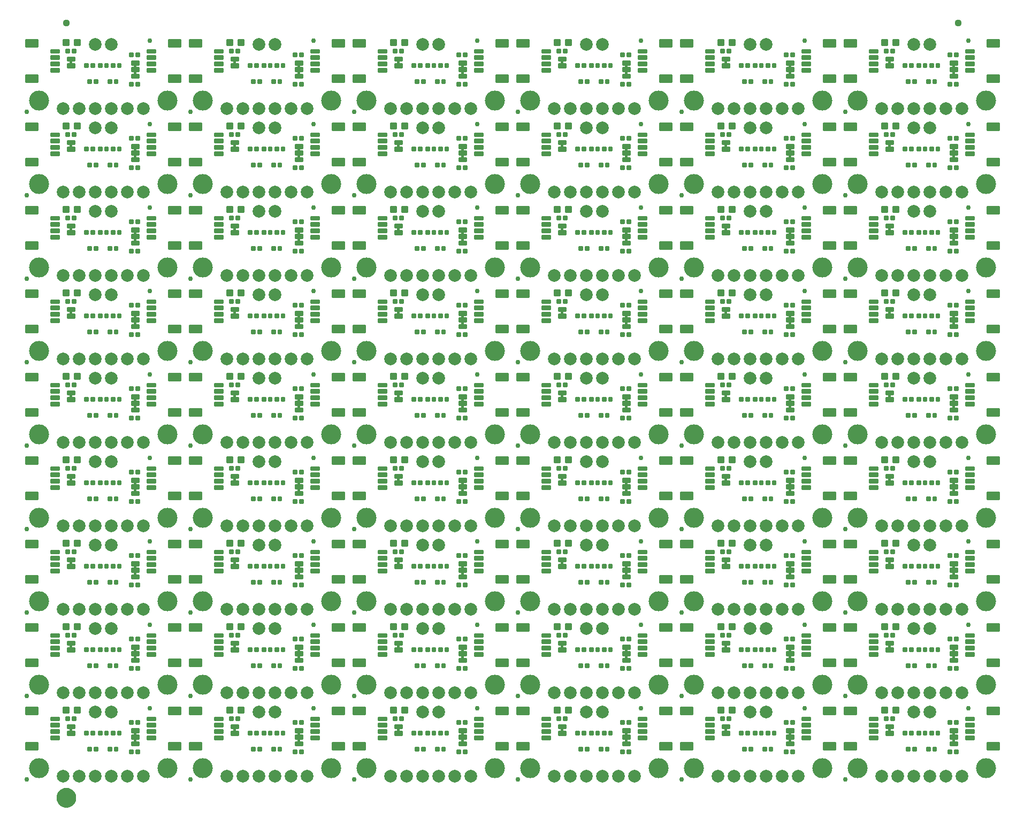
<source format=gts>
G04 EAGLE Gerber RS-274X export*
G75*
%MOMM*%
%FSLAX34Y34*%
%LPD*%
%INSoldermask Top*%
%IPPOS*%
%AMOC8*
5,1,8,0,0,1.08239X$1,22.5*%
G01*
%ADD10C,0.762000*%
%ADD11C,3.175000*%
%ADD12C,0.225588*%
%ADD13C,0.225369*%
%ADD14C,2.006600*%
%ADD15C,0.428259*%
%ADD16C,0.228344*%
%ADD17C,1.127000*%
%ADD18C,1.270000*%
%ADD19C,1.627000*%

G36*
X438215Y199402D02*
X438215Y199402D01*
X438281Y199404D01*
X438324Y199422D01*
X438371Y199430D01*
X438428Y199464D01*
X438488Y199489D01*
X438523Y199520D01*
X438564Y199545D01*
X438606Y199596D01*
X438654Y199640D01*
X438676Y199682D01*
X438705Y199719D01*
X438726Y199781D01*
X438757Y199840D01*
X438765Y199894D01*
X438777Y199931D01*
X438776Y199971D01*
X438784Y200025D01*
X438784Y203835D01*
X438773Y203900D01*
X438771Y203966D01*
X438753Y204009D01*
X438745Y204056D01*
X438711Y204113D01*
X438686Y204173D01*
X438655Y204208D01*
X438630Y204249D01*
X438579Y204291D01*
X438535Y204339D01*
X438493Y204361D01*
X438456Y204390D01*
X438394Y204411D01*
X438335Y204442D01*
X438281Y204450D01*
X438244Y204462D01*
X438204Y204461D01*
X438150Y204469D01*
X435610Y204469D01*
X435545Y204458D01*
X435479Y204456D01*
X435436Y204438D01*
X435389Y204430D01*
X435332Y204396D01*
X435272Y204371D01*
X435237Y204340D01*
X435196Y204315D01*
X435155Y204264D01*
X435106Y204220D01*
X435084Y204178D01*
X435055Y204141D01*
X435034Y204079D01*
X435003Y204020D01*
X434995Y203966D01*
X434983Y203929D01*
X434983Y203925D01*
X434983Y203924D01*
X434984Y203889D01*
X434976Y203835D01*
X434976Y200025D01*
X434987Y199960D01*
X434989Y199894D01*
X435007Y199851D01*
X435015Y199804D01*
X435049Y199747D01*
X435074Y199687D01*
X435105Y199652D01*
X435130Y199611D01*
X435181Y199570D01*
X435225Y199521D01*
X435267Y199499D01*
X435304Y199470D01*
X435366Y199449D01*
X435425Y199418D01*
X435479Y199410D01*
X435516Y199398D01*
X435556Y199399D01*
X435610Y199391D01*
X438150Y199391D01*
X438215Y199402D01*
G37*
G36*
X179135Y199402D02*
X179135Y199402D01*
X179201Y199404D01*
X179244Y199422D01*
X179291Y199430D01*
X179348Y199464D01*
X179408Y199489D01*
X179443Y199520D01*
X179484Y199545D01*
X179526Y199596D01*
X179574Y199640D01*
X179596Y199682D01*
X179625Y199719D01*
X179646Y199781D01*
X179677Y199840D01*
X179685Y199894D01*
X179697Y199931D01*
X179696Y199971D01*
X179704Y200025D01*
X179704Y203835D01*
X179693Y203900D01*
X179691Y203966D01*
X179673Y204009D01*
X179665Y204056D01*
X179631Y204113D01*
X179606Y204173D01*
X179575Y204208D01*
X179550Y204249D01*
X179499Y204291D01*
X179455Y204339D01*
X179413Y204361D01*
X179376Y204390D01*
X179314Y204411D01*
X179255Y204442D01*
X179201Y204450D01*
X179164Y204462D01*
X179124Y204461D01*
X179070Y204469D01*
X176530Y204469D01*
X176465Y204458D01*
X176399Y204456D01*
X176356Y204438D01*
X176309Y204430D01*
X176252Y204396D01*
X176192Y204371D01*
X176157Y204340D01*
X176116Y204315D01*
X176075Y204264D01*
X176026Y204220D01*
X176004Y204178D01*
X175975Y204141D01*
X175954Y204079D01*
X175923Y204020D01*
X175915Y203966D01*
X175903Y203929D01*
X175903Y203925D01*
X175903Y203924D01*
X175904Y203889D01*
X175896Y203835D01*
X175896Y200025D01*
X175907Y199960D01*
X175909Y199894D01*
X175927Y199851D01*
X175935Y199804D01*
X175969Y199747D01*
X175994Y199687D01*
X176025Y199652D01*
X176050Y199611D01*
X176101Y199570D01*
X176145Y199521D01*
X176187Y199499D01*
X176224Y199470D01*
X176286Y199449D01*
X176345Y199418D01*
X176399Y199410D01*
X176436Y199398D01*
X176476Y199399D01*
X176530Y199391D01*
X179070Y199391D01*
X179135Y199402D01*
G37*
G36*
X697295Y199402D02*
X697295Y199402D01*
X697361Y199404D01*
X697404Y199422D01*
X697451Y199430D01*
X697508Y199464D01*
X697568Y199489D01*
X697603Y199520D01*
X697644Y199545D01*
X697686Y199596D01*
X697734Y199640D01*
X697756Y199682D01*
X697785Y199719D01*
X697806Y199781D01*
X697837Y199840D01*
X697845Y199894D01*
X697857Y199931D01*
X697856Y199971D01*
X697864Y200025D01*
X697864Y203835D01*
X697853Y203900D01*
X697851Y203966D01*
X697833Y204009D01*
X697825Y204056D01*
X697791Y204113D01*
X697766Y204173D01*
X697735Y204208D01*
X697710Y204249D01*
X697659Y204291D01*
X697615Y204339D01*
X697573Y204361D01*
X697536Y204390D01*
X697474Y204411D01*
X697415Y204442D01*
X697361Y204450D01*
X697324Y204462D01*
X697284Y204461D01*
X697230Y204469D01*
X694690Y204469D01*
X694625Y204458D01*
X694559Y204456D01*
X694516Y204438D01*
X694469Y204430D01*
X694412Y204396D01*
X694352Y204371D01*
X694317Y204340D01*
X694276Y204315D01*
X694235Y204264D01*
X694186Y204220D01*
X694164Y204178D01*
X694135Y204141D01*
X694114Y204079D01*
X694083Y204020D01*
X694075Y203966D01*
X694063Y203929D01*
X694063Y203925D01*
X694063Y203924D01*
X694064Y203889D01*
X694056Y203835D01*
X694056Y200025D01*
X694067Y199960D01*
X694069Y199894D01*
X694087Y199851D01*
X694095Y199804D01*
X694129Y199747D01*
X694154Y199687D01*
X694185Y199652D01*
X694210Y199611D01*
X694261Y199570D01*
X694305Y199521D01*
X694347Y199499D01*
X694384Y199470D01*
X694446Y199449D01*
X694505Y199418D01*
X694559Y199410D01*
X694596Y199398D01*
X694636Y199399D01*
X694690Y199391D01*
X697230Y199391D01*
X697295Y199402D01*
G37*
G36*
X1474535Y199402D02*
X1474535Y199402D01*
X1474601Y199404D01*
X1474644Y199422D01*
X1474691Y199430D01*
X1474748Y199464D01*
X1474808Y199489D01*
X1474843Y199520D01*
X1474884Y199545D01*
X1474926Y199596D01*
X1474974Y199640D01*
X1474996Y199682D01*
X1475025Y199719D01*
X1475046Y199781D01*
X1475077Y199840D01*
X1475085Y199894D01*
X1475097Y199931D01*
X1475096Y199971D01*
X1475104Y200025D01*
X1475104Y203835D01*
X1475093Y203900D01*
X1475091Y203966D01*
X1475073Y204009D01*
X1475065Y204056D01*
X1475031Y204113D01*
X1475006Y204173D01*
X1474975Y204208D01*
X1474950Y204249D01*
X1474899Y204291D01*
X1474855Y204339D01*
X1474813Y204361D01*
X1474776Y204390D01*
X1474714Y204411D01*
X1474655Y204442D01*
X1474601Y204450D01*
X1474564Y204462D01*
X1474524Y204461D01*
X1474470Y204469D01*
X1471930Y204469D01*
X1471865Y204458D01*
X1471799Y204456D01*
X1471756Y204438D01*
X1471709Y204430D01*
X1471652Y204396D01*
X1471592Y204371D01*
X1471557Y204340D01*
X1471516Y204315D01*
X1471475Y204264D01*
X1471426Y204220D01*
X1471404Y204178D01*
X1471375Y204141D01*
X1471354Y204079D01*
X1471323Y204020D01*
X1471315Y203966D01*
X1471303Y203929D01*
X1471303Y203925D01*
X1471303Y203924D01*
X1471304Y203889D01*
X1471296Y203835D01*
X1471296Y200025D01*
X1471307Y199960D01*
X1471309Y199894D01*
X1471327Y199851D01*
X1471335Y199804D01*
X1471369Y199747D01*
X1471394Y199687D01*
X1471425Y199652D01*
X1471450Y199611D01*
X1471501Y199570D01*
X1471545Y199521D01*
X1471587Y199499D01*
X1471624Y199470D01*
X1471686Y199449D01*
X1471745Y199418D01*
X1471799Y199410D01*
X1471836Y199398D01*
X1471876Y199399D01*
X1471930Y199391D01*
X1474470Y199391D01*
X1474535Y199402D01*
G37*
G36*
X956375Y199402D02*
X956375Y199402D01*
X956441Y199404D01*
X956484Y199422D01*
X956531Y199430D01*
X956588Y199464D01*
X956648Y199489D01*
X956683Y199520D01*
X956724Y199545D01*
X956766Y199596D01*
X956814Y199640D01*
X956836Y199682D01*
X956865Y199719D01*
X956886Y199781D01*
X956917Y199840D01*
X956925Y199894D01*
X956937Y199931D01*
X956936Y199971D01*
X956944Y200025D01*
X956944Y203835D01*
X956933Y203900D01*
X956931Y203966D01*
X956913Y204009D01*
X956905Y204056D01*
X956871Y204113D01*
X956846Y204173D01*
X956815Y204208D01*
X956790Y204249D01*
X956739Y204291D01*
X956695Y204339D01*
X956653Y204361D01*
X956616Y204390D01*
X956554Y204411D01*
X956495Y204442D01*
X956441Y204450D01*
X956404Y204462D01*
X956364Y204461D01*
X956310Y204469D01*
X953770Y204469D01*
X953705Y204458D01*
X953639Y204456D01*
X953596Y204438D01*
X953549Y204430D01*
X953492Y204396D01*
X953432Y204371D01*
X953397Y204340D01*
X953356Y204315D01*
X953315Y204264D01*
X953266Y204220D01*
X953244Y204178D01*
X953215Y204141D01*
X953194Y204079D01*
X953163Y204020D01*
X953155Y203966D01*
X953143Y203929D01*
X953143Y203925D01*
X953143Y203924D01*
X953144Y203889D01*
X953136Y203835D01*
X953136Y200025D01*
X953147Y199960D01*
X953149Y199894D01*
X953167Y199851D01*
X953175Y199804D01*
X953209Y199747D01*
X953234Y199687D01*
X953265Y199652D01*
X953290Y199611D01*
X953341Y199570D01*
X953385Y199521D01*
X953427Y199499D01*
X953464Y199470D01*
X953526Y199449D01*
X953585Y199418D01*
X953639Y199410D01*
X953676Y199398D01*
X953716Y199399D01*
X953770Y199391D01*
X956310Y199391D01*
X956375Y199402D01*
G37*
G36*
X1215455Y199402D02*
X1215455Y199402D01*
X1215521Y199404D01*
X1215564Y199422D01*
X1215611Y199430D01*
X1215668Y199464D01*
X1215728Y199489D01*
X1215763Y199520D01*
X1215804Y199545D01*
X1215846Y199596D01*
X1215894Y199640D01*
X1215916Y199682D01*
X1215945Y199719D01*
X1215966Y199781D01*
X1215997Y199840D01*
X1216005Y199894D01*
X1216017Y199931D01*
X1216016Y199971D01*
X1216024Y200025D01*
X1216024Y203835D01*
X1216013Y203900D01*
X1216011Y203966D01*
X1215993Y204009D01*
X1215985Y204056D01*
X1215951Y204113D01*
X1215926Y204173D01*
X1215895Y204208D01*
X1215870Y204249D01*
X1215819Y204291D01*
X1215775Y204339D01*
X1215733Y204361D01*
X1215696Y204390D01*
X1215634Y204411D01*
X1215575Y204442D01*
X1215521Y204450D01*
X1215484Y204462D01*
X1215444Y204461D01*
X1215390Y204469D01*
X1212850Y204469D01*
X1212785Y204458D01*
X1212719Y204456D01*
X1212676Y204438D01*
X1212629Y204430D01*
X1212572Y204396D01*
X1212512Y204371D01*
X1212477Y204340D01*
X1212436Y204315D01*
X1212395Y204264D01*
X1212346Y204220D01*
X1212324Y204178D01*
X1212295Y204141D01*
X1212274Y204079D01*
X1212243Y204020D01*
X1212235Y203966D01*
X1212223Y203929D01*
X1212223Y203925D01*
X1212223Y203924D01*
X1212224Y203889D01*
X1212216Y203835D01*
X1212216Y200025D01*
X1212227Y199960D01*
X1212229Y199894D01*
X1212247Y199851D01*
X1212255Y199804D01*
X1212289Y199747D01*
X1212314Y199687D01*
X1212345Y199652D01*
X1212370Y199611D01*
X1212421Y199570D01*
X1212465Y199521D01*
X1212507Y199499D01*
X1212544Y199470D01*
X1212606Y199449D01*
X1212665Y199418D01*
X1212719Y199410D01*
X1212756Y199398D01*
X1212796Y199399D01*
X1212850Y199391D01*
X1215390Y199391D01*
X1215455Y199402D01*
G37*
G36*
X1474535Y1134122D02*
X1474535Y1134122D01*
X1474601Y1134124D01*
X1474644Y1134142D01*
X1474691Y1134150D01*
X1474748Y1134184D01*
X1474808Y1134209D01*
X1474843Y1134240D01*
X1474884Y1134265D01*
X1474926Y1134316D01*
X1474974Y1134360D01*
X1474996Y1134402D01*
X1475025Y1134439D01*
X1475046Y1134501D01*
X1475077Y1134560D01*
X1475085Y1134614D01*
X1475097Y1134651D01*
X1475096Y1134691D01*
X1475104Y1134745D01*
X1475104Y1138555D01*
X1475093Y1138620D01*
X1475091Y1138686D01*
X1475073Y1138729D01*
X1475065Y1138776D01*
X1475031Y1138833D01*
X1475006Y1138893D01*
X1474975Y1138928D01*
X1474950Y1138969D01*
X1474899Y1139011D01*
X1474855Y1139059D01*
X1474813Y1139081D01*
X1474776Y1139110D01*
X1474714Y1139131D01*
X1474655Y1139162D01*
X1474601Y1139170D01*
X1474564Y1139182D01*
X1474524Y1139181D01*
X1474470Y1139189D01*
X1471930Y1139189D01*
X1471865Y1139178D01*
X1471799Y1139176D01*
X1471756Y1139158D01*
X1471709Y1139150D01*
X1471652Y1139116D01*
X1471592Y1139091D01*
X1471557Y1139060D01*
X1471516Y1139035D01*
X1471475Y1138984D01*
X1471426Y1138940D01*
X1471404Y1138898D01*
X1471375Y1138861D01*
X1471354Y1138799D01*
X1471323Y1138740D01*
X1471315Y1138686D01*
X1471303Y1138649D01*
X1471303Y1138645D01*
X1471303Y1138644D01*
X1471304Y1138609D01*
X1471296Y1138555D01*
X1471296Y1134745D01*
X1471307Y1134680D01*
X1471309Y1134614D01*
X1471327Y1134571D01*
X1471335Y1134524D01*
X1471369Y1134467D01*
X1471394Y1134407D01*
X1471425Y1134372D01*
X1471450Y1134331D01*
X1471501Y1134290D01*
X1471545Y1134241D01*
X1471587Y1134219D01*
X1471624Y1134190D01*
X1471686Y1134169D01*
X1471745Y1134138D01*
X1471799Y1134130D01*
X1471836Y1134118D01*
X1471876Y1134119D01*
X1471930Y1134111D01*
X1474470Y1134111D01*
X1474535Y1134122D01*
G37*
G36*
X697295Y1134122D02*
X697295Y1134122D01*
X697361Y1134124D01*
X697404Y1134142D01*
X697451Y1134150D01*
X697508Y1134184D01*
X697568Y1134209D01*
X697603Y1134240D01*
X697644Y1134265D01*
X697686Y1134316D01*
X697734Y1134360D01*
X697756Y1134402D01*
X697785Y1134439D01*
X697806Y1134501D01*
X697837Y1134560D01*
X697845Y1134614D01*
X697857Y1134651D01*
X697856Y1134691D01*
X697864Y1134745D01*
X697864Y1138555D01*
X697853Y1138620D01*
X697851Y1138686D01*
X697833Y1138729D01*
X697825Y1138776D01*
X697791Y1138833D01*
X697766Y1138893D01*
X697735Y1138928D01*
X697710Y1138969D01*
X697659Y1139011D01*
X697615Y1139059D01*
X697573Y1139081D01*
X697536Y1139110D01*
X697474Y1139131D01*
X697415Y1139162D01*
X697361Y1139170D01*
X697324Y1139182D01*
X697284Y1139181D01*
X697230Y1139189D01*
X694690Y1139189D01*
X694625Y1139178D01*
X694559Y1139176D01*
X694516Y1139158D01*
X694469Y1139150D01*
X694412Y1139116D01*
X694352Y1139091D01*
X694317Y1139060D01*
X694276Y1139035D01*
X694235Y1138984D01*
X694186Y1138940D01*
X694164Y1138898D01*
X694135Y1138861D01*
X694114Y1138799D01*
X694083Y1138740D01*
X694075Y1138686D01*
X694063Y1138649D01*
X694063Y1138645D01*
X694063Y1138644D01*
X694064Y1138609D01*
X694056Y1138555D01*
X694056Y1134745D01*
X694067Y1134680D01*
X694069Y1134614D01*
X694087Y1134571D01*
X694095Y1134524D01*
X694129Y1134467D01*
X694154Y1134407D01*
X694185Y1134372D01*
X694210Y1134331D01*
X694261Y1134290D01*
X694305Y1134241D01*
X694347Y1134219D01*
X694384Y1134190D01*
X694446Y1134169D01*
X694505Y1134138D01*
X694559Y1134130D01*
X694596Y1134118D01*
X694636Y1134119D01*
X694690Y1134111D01*
X697230Y1134111D01*
X697295Y1134122D01*
G37*
G36*
X1215455Y1134122D02*
X1215455Y1134122D01*
X1215521Y1134124D01*
X1215564Y1134142D01*
X1215611Y1134150D01*
X1215668Y1134184D01*
X1215728Y1134209D01*
X1215763Y1134240D01*
X1215804Y1134265D01*
X1215846Y1134316D01*
X1215894Y1134360D01*
X1215916Y1134402D01*
X1215945Y1134439D01*
X1215966Y1134501D01*
X1215997Y1134560D01*
X1216005Y1134614D01*
X1216017Y1134651D01*
X1216016Y1134691D01*
X1216024Y1134745D01*
X1216024Y1138555D01*
X1216013Y1138620D01*
X1216011Y1138686D01*
X1215993Y1138729D01*
X1215985Y1138776D01*
X1215951Y1138833D01*
X1215926Y1138893D01*
X1215895Y1138928D01*
X1215870Y1138969D01*
X1215819Y1139011D01*
X1215775Y1139059D01*
X1215733Y1139081D01*
X1215696Y1139110D01*
X1215634Y1139131D01*
X1215575Y1139162D01*
X1215521Y1139170D01*
X1215484Y1139182D01*
X1215444Y1139181D01*
X1215390Y1139189D01*
X1212850Y1139189D01*
X1212785Y1139178D01*
X1212719Y1139176D01*
X1212676Y1139158D01*
X1212629Y1139150D01*
X1212572Y1139116D01*
X1212512Y1139091D01*
X1212477Y1139060D01*
X1212436Y1139035D01*
X1212395Y1138984D01*
X1212346Y1138940D01*
X1212324Y1138898D01*
X1212295Y1138861D01*
X1212274Y1138799D01*
X1212243Y1138740D01*
X1212235Y1138686D01*
X1212223Y1138649D01*
X1212223Y1138645D01*
X1212223Y1138644D01*
X1212224Y1138609D01*
X1212216Y1138555D01*
X1212216Y1134745D01*
X1212227Y1134680D01*
X1212229Y1134614D01*
X1212247Y1134571D01*
X1212255Y1134524D01*
X1212289Y1134467D01*
X1212314Y1134407D01*
X1212345Y1134372D01*
X1212370Y1134331D01*
X1212421Y1134290D01*
X1212465Y1134241D01*
X1212507Y1134219D01*
X1212544Y1134190D01*
X1212606Y1134169D01*
X1212665Y1134138D01*
X1212719Y1134130D01*
X1212756Y1134118D01*
X1212796Y1134119D01*
X1212850Y1134111D01*
X1215390Y1134111D01*
X1215455Y1134122D01*
G37*
G36*
X956375Y1134122D02*
X956375Y1134122D01*
X956441Y1134124D01*
X956484Y1134142D01*
X956531Y1134150D01*
X956588Y1134184D01*
X956648Y1134209D01*
X956683Y1134240D01*
X956724Y1134265D01*
X956766Y1134316D01*
X956814Y1134360D01*
X956836Y1134402D01*
X956865Y1134439D01*
X956886Y1134501D01*
X956917Y1134560D01*
X956925Y1134614D01*
X956937Y1134651D01*
X956936Y1134691D01*
X956944Y1134745D01*
X956944Y1138555D01*
X956933Y1138620D01*
X956931Y1138686D01*
X956913Y1138729D01*
X956905Y1138776D01*
X956871Y1138833D01*
X956846Y1138893D01*
X956815Y1138928D01*
X956790Y1138969D01*
X956739Y1139011D01*
X956695Y1139059D01*
X956653Y1139081D01*
X956616Y1139110D01*
X956554Y1139131D01*
X956495Y1139162D01*
X956441Y1139170D01*
X956404Y1139182D01*
X956364Y1139181D01*
X956310Y1139189D01*
X953770Y1139189D01*
X953705Y1139178D01*
X953639Y1139176D01*
X953596Y1139158D01*
X953549Y1139150D01*
X953492Y1139116D01*
X953432Y1139091D01*
X953397Y1139060D01*
X953356Y1139035D01*
X953315Y1138984D01*
X953266Y1138940D01*
X953244Y1138898D01*
X953215Y1138861D01*
X953194Y1138799D01*
X953163Y1138740D01*
X953155Y1138686D01*
X953143Y1138649D01*
X953143Y1138645D01*
X953143Y1138644D01*
X953144Y1138609D01*
X953136Y1138555D01*
X953136Y1134745D01*
X953147Y1134680D01*
X953149Y1134614D01*
X953167Y1134571D01*
X953175Y1134524D01*
X953209Y1134467D01*
X953234Y1134407D01*
X953265Y1134372D01*
X953290Y1134331D01*
X953341Y1134290D01*
X953385Y1134241D01*
X953427Y1134219D01*
X953464Y1134190D01*
X953526Y1134169D01*
X953585Y1134138D01*
X953639Y1134130D01*
X953676Y1134118D01*
X953716Y1134119D01*
X953770Y1134111D01*
X956310Y1134111D01*
X956375Y1134122D01*
G37*
G36*
X438215Y1134122D02*
X438215Y1134122D01*
X438281Y1134124D01*
X438324Y1134142D01*
X438371Y1134150D01*
X438428Y1134184D01*
X438488Y1134209D01*
X438523Y1134240D01*
X438564Y1134265D01*
X438606Y1134316D01*
X438654Y1134360D01*
X438676Y1134402D01*
X438705Y1134439D01*
X438726Y1134501D01*
X438757Y1134560D01*
X438765Y1134614D01*
X438777Y1134651D01*
X438776Y1134691D01*
X438784Y1134745D01*
X438784Y1138555D01*
X438773Y1138620D01*
X438771Y1138686D01*
X438753Y1138729D01*
X438745Y1138776D01*
X438711Y1138833D01*
X438686Y1138893D01*
X438655Y1138928D01*
X438630Y1138969D01*
X438579Y1139011D01*
X438535Y1139059D01*
X438493Y1139081D01*
X438456Y1139110D01*
X438394Y1139131D01*
X438335Y1139162D01*
X438281Y1139170D01*
X438244Y1139182D01*
X438204Y1139181D01*
X438150Y1139189D01*
X435610Y1139189D01*
X435545Y1139178D01*
X435479Y1139176D01*
X435436Y1139158D01*
X435389Y1139150D01*
X435332Y1139116D01*
X435272Y1139091D01*
X435237Y1139060D01*
X435196Y1139035D01*
X435155Y1138984D01*
X435106Y1138940D01*
X435084Y1138898D01*
X435055Y1138861D01*
X435034Y1138799D01*
X435003Y1138740D01*
X434995Y1138686D01*
X434983Y1138649D01*
X434983Y1138645D01*
X434983Y1138644D01*
X434984Y1138609D01*
X434976Y1138555D01*
X434976Y1134745D01*
X434987Y1134680D01*
X434989Y1134614D01*
X435007Y1134571D01*
X435015Y1134524D01*
X435049Y1134467D01*
X435074Y1134407D01*
X435105Y1134372D01*
X435130Y1134331D01*
X435181Y1134290D01*
X435225Y1134241D01*
X435267Y1134219D01*
X435304Y1134190D01*
X435366Y1134169D01*
X435425Y1134138D01*
X435479Y1134130D01*
X435516Y1134118D01*
X435556Y1134119D01*
X435610Y1134111D01*
X438150Y1134111D01*
X438215Y1134122D01*
G37*
G36*
X179135Y1134122D02*
X179135Y1134122D01*
X179201Y1134124D01*
X179244Y1134142D01*
X179291Y1134150D01*
X179348Y1134184D01*
X179408Y1134209D01*
X179443Y1134240D01*
X179484Y1134265D01*
X179526Y1134316D01*
X179574Y1134360D01*
X179596Y1134402D01*
X179625Y1134439D01*
X179646Y1134501D01*
X179677Y1134560D01*
X179685Y1134614D01*
X179697Y1134651D01*
X179696Y1134691D01*
X179704Y1134745D01*
X179704Y1138555D01*
X179693Y1138620D01*
X179691Y1138686D01*
X179673Y1138729D01*
X179665Y1138776D01*
X179631Y1138833D01*
X179606Y1138893D01*
X179575Y1138928D01*
X179550Y1138969D01*
X179499Y1139011D01*
X179455Y1139059D01*
X179413Y1139081D01*
X179376Y1139110D01*
X179314Y1139131D01*
X179255Y1139162D01*
X179201Y1139170D01*
X179164Y1139182D01*
X179124Y1139181D01*
X179070Y1139189D01*
X176530Y1139189D01*
X176465Y1139178D01*
X176399Y1139176D01*
X176356Y1139158D01*
X176309Y1139150D01*
X176252Y1139116D01*
X176192Y1139091D01*
X176157Y1139060D01*
X176116Y1139035D01*
X176075Y1138984D01*
X176026Y1138940D01*
X176004Y1138898D01*
X175975Y1138861D01*
X175954Y1138799D01*
X175923Y1138740D01*
X175915Y1138686D01*
X175903Y1138649D01*
X175903Y1138645D01*
X175903Y1138644D01*
X175904Y1138609D01*
X175896Y1138555D01*
X175896Y1134745D01*
X175907Y1134680D01*
X175909Y1134614D01*
X175927Y1134571D01*
X175935Y1134524D01*
X175969Y1134467D01*
X175994Y1134407D01*
X176025Y1134372D01*
X176050Y1134331D01*
X176101Y1134290D01*
X176145Y1134241D01*
X176187Y1134219D01*
X176224Y1134190D01*
X176286Y1134169D01*
X176345Y1134138D01*
X176399Y1134130D01*
X176436Y1134118D01*
X176476Y1134119D01*
X176530Y1134111D01*
X179070Y1134111D01*
X179135Y1134122D01*
G37*
G36*
X179135Y1123962D02*
X179135Y1123962D01*
X179201Y1123964D01*
X179244Y1123982D01*
X179291Y1123990D01*
X179348Y1124024D01*
X179408Y1124049D01*
X179443Y1124080D01*
X179484Y1124105D01*
X179526Y1124156D01*
X179574Y1124200D01*
X179596Y1124242D01*
X179625Y1124279D01*
X179646Y1124341D01*
X179677Y1124400D01*
X179685Y1124454D01*
X179697Y1124491D01*
X179696Y1124531D01*
X179704Y1124585D01*
X179704Y1128395D01*
X179693Y1128460D01*
X179691Y1128526D01*
X179673Y1128569D01*
X179665Y1128616D01*
X179631Y1128673D01*
X179606Y1128733D01*
X179575Y1128768D01*
X179550Y1128809D01*
X179499Y1128851D01*
X179455Y1128899D01*
X179413Y1128921D01*
X179376Y1128950D01*
X179314Y1128971D01*
X179255Y1129002D01*
X179201Y1129010D01*
X179164Y1129022D01*
X179124Y1129021D01*
X179070Y1129029D01*
X176530Y1129029D01*
X176465Y1129018D01*
X176399Y1129016D01*
X176356Y1128998D01*
X176309Y1128990D01*
X176252Y1128956D01*
X176192Y1128931D01*
X176157Y1128900D01*
X176116Y1128875D01*
X176075Y1128824D01*
X176026Y1128780D01*
X176004Y1128738D01*
X175975Y1128701D01*
X175954Y1128639D01*
X175923Y1128580D01*
X175915Y1128526D01*
X175903Y1128489D01*
X175903Y1128485D01*
X175903Y1128484D01*
X175904Y1128449D01*
X175896Y1128395D01*
X175896Y1124585D01*
X175907Y1124520D01*
X175909Y1124454D01*
X175927Y1124411D01*
X175935Y1124364D01*
X175969Y1124307D01*
X175994Y1124247D01*
X176025Y1124212D01*
X176050Y1124171D01*
X176101Y1124130D01*
X176145Y1124081D01*
X176187Y1124059D01*
X176224Y1124030D01*
X176286Y1124009D01*
X176345Y1123978D01*
X176399Y1123970D01*
X176436Y1123958D01*
X176476Y1123959D01*
X176530Y1123951D01*
X179070Y1123951D01*
X179135Y1123962D01*
G37*
G36*
X1474535Y1123962D02*
X1474535Y1123962D01*
X1474601Y1123964D01*
X1474644Y1123982D01*
X1474691Y1123990D01*
X1474748Y1124024D01*
X1474808Y1124049D01*
X1474843Y1124080D01*
X1474884Y1124105D01*
X1474926Y1124156D01*
X1474974Y1124200D01*
X1474996Y1124242D01*
X1475025Y1124279D01*
X1475046Y1124341D01*
X1475077Y1124400D01*
X1475085Y1124454D01*
X1475097Y1124491D01*
X1475096Y1124531D01*
X1475104Y1124585D01*
X1475104Y1128395D01*
X1475093Y1128460D01*
X1475091Y1128526D01*
X1475073Y1128569D01*
X1475065Y1128616D01*
X1475031Y1128673D01*
X1475006Y1128733D01*
X1474975Y1128768D01*
X1474950Y1128809D01*
X1474899Y1128851D01*
X1474855Y1128899D01*
X1474813Y1128921D01*
X1474776Y1128950D01*
X1474714Y1128971D01*
X1474655Y1129002D01*
X1474601Y1129010D01*
X1474564Y1129022D01*
X1474524Y1129021D01*
X1474470Y1129029D01*
X1471930Y1129029D01*
X1471865Y1129018D01*
X1471799Y1129016D01*
X1471756Y1128998D01*
X1471709Y1128990D01*
X1471652Y1128956D01*
X1471592Y1128931D01*
X1471557Y1128900D01*
X1471516Y1128875D01*
X1471475Y1128824D01*
X1471426Y1128780D01*
X1471404Y1128738D01*
X1471375Y1128701D01*
X1471354Y1128639D01*
X1471323Y1128580D01*
X1471315Y1128526D01*
X1471303Y1128489D01*
X1471303Y1128485D01*
X1471303Y1128484D01*
X1471304Y1128449D01*
X1471296Y1128395D01*
X1471296Y1124585D01*
X1471307Y1124520D01*
X1471309Y1124454D01*
X1471327Y1124411D01*
X1471335Y1124364D01*
X1471369Y1124307D01*
X1471394Y1124247D01*
X1471425Y1124212D01*
X1471450Y1124171D01*
X1471501Y1124130D01*
X1471545Y1124081D01*
X1471587Y1124059D01*
X1471624Y1124030D01*
X1471686Y1124009D01*
X1471745Y1123978D01*
X1471799Y1123970D01*
X1471836Y1123958D01*
X1471876Y1123959D01*
X1471930Y1123951D01*
X1474470Y1123951D01*
X1474535Y1123962D01*
G37*
G36*
X697295Y1123962D02*
X697295Y1123962D01*
X697361Y1123964D01*
X697404Y1123982D01*
X697451Y1123990D01*
X697508Y1124024D01*
X697568Y1124049D01*
X697603Y1124080D01*
X697644Y1124105D01*
X697686Y1124156D01*
X697734Y1124200D01*
X697756Y1124242D01*
X697785Y1124279D01*
X697806Y1124341D01*
X697837Y1124400D01*
X697845Y1124454D01*
X697857Y1124491D01*
X697856Y1124531D01*
X697864Y1124585D01*
X697864Y1128395D01*
X697853Y1128460D01*
X697851Y1128526D01*
X697833Y1128569D01*
X697825Y1128616D01*
X697791Y1128673D01*
X697766Y1128733D01*
X697735Y1128768D01*
X697710Y1128809D01*
X697659Y1128851D01*
X697615Y1128899D01*
X697573Y1128921D01*
X697536Y1128950D01*
X697474Y1128971D01*
X697415Y1129002D01*
X697361Y1129010D01*
X697324Y1129022D01*
X697284Y1129021D01*
X697230Y1129029D01*
X694690Y1129029D01*
X694625Y1129018D01*
X694559Y1129016D01*
X694516Y1128998D01*
X694469Y1128990D01*
X694412Y1128956D01*
X694352Y1128931D01*
X694317Y1128900D01*
X694276Y1128875D01*
X694235Y1128824D01*
X694186Y1128780D01*
X694164Y1128738D01*
X694135Y1128701D01*
X694114Y1128639D01*
X694083Y1128580D01*
X694075Y1128526D01*
X694063Y1128489D01*
X694063Y1128485D01*
X694063Y1128484D01*
X694064Y1128449D01*
X694056Y1128395D01*
X694056Y1124585D01*
X694067Y1124520D01*
X694069Y1124454D01*
X694087Y1124411D01*
X694095Y1124364D01*
X694129Y1124307D01*
X694154Y1124247D01*
X694185Y1124212D01*
X694210Y1124171D01*
X694261Y1124130D01*
X694305Y1124081D01*
X694347Y1124059D01*
X694384Y1124030D01*
X694446Y1124009D01*
X694505Y1123978D01*
X694559Y1123970D01*
X694596Y1123958D01*
X694636Y1123959D01*
X694690Y1123951D01*
X697230Y1123951D01*
X697295Y1123962D01*
G37*
G36*
X1215455Y1123962D02*
X1215455Y1123962D01*
X1215521Y1123964D01*
X1215564Y1123982D01*
X1215611Y1123990D01*
X1215668Y1124024D01*
X1215728Y1124049D01*
X1215763Y1124080D01*
X1215804Y1124105D01*
X1215846Y1124156D01*
X1215894Y1124200D01*
X1215916Y1124242D01*
X1215945Y1124279D01*
X1215966Y1124341D01*
X1215997Y1124400D01*
X1216005Y1124454D01*
X1216017Y1124491D01*
X1216016Y1124531D01*
X1216024Y1124585D01*
X1216024Y1128395D01*
X1216013Y1128460D01*
X1216011Y1128526D01*
X1215993Y1128569D01*
X1215985Y1128616D01*
X1215951Y1128673D01*
X1215926Y1128733D01*
X1215895Y1128768D01*
X1215870Y1128809D01*
X1215819Y1128851D01*
X1215775Y1128899D01*
X1215733Y1128921D01*
X1215696Y1128950D01*
X1215634Y1128971D01*
X1215575Y1129002D01*
X1215521Y1129010D01*
X1215484Y1129022D01*
X1215444Y1129021D01*
X1215390Y1129029D01*
X1212850Y1129029D01*
X1212785Y1129018D01*
X1212719Y1129016D01*
X1212676Y1128998D01*
X1212629Y1128990D01*
X1212572Y1128956D01*
X1212512Y1128931D01*
X1212477Y1128900D01*
X1212436Y1128875D01*
X1212395Y1128824D01*
X1212346Y1128780D01*
X1212324Y1128738D01*
X1212295Y1128701D01*
X1212274Y1128639D01*
X1212243Y1128580D01*
X1212235Y1128526D01*
X1212223Y1128489D01*
X1212223Y1128485D01*
X1212223Y1128484D01*
X1212224Y1128449D01*
X1212216Y1128395D01*
X1212216Y1124585D01*
X1212227Y1124520D01*
X1212229Y1124454D01*
X1212247Y1124411D01*
X1212255Y1124364D01*
X1212289Y1124307D01*
X1212314Y1124247D01*
X1212345Y1124212D01*
X1212370Y1124171D01*
X1212421Y1124130D01*
X1212465Y1124081D01*
X1212507Y1124059D01*
X1212544Y1124030D01*
X1212606Y1124009D01*
X1212665Y1123978D01*
X1212719Y1123970D01*
X1212756Y1123958D01*
X1212796Y1123959D01*
X1212850Y1123951D01*
X1215390Y1123951D01*
X1215455Y1123962D01*
G37*
G36*
X956375Y1123962D02*
X956375Y1123962D01*
X956441Y1123964D01*
X956484Y1123982D01*
X956531Y1123990D01*
X956588Y1124024D01*
X956648Y1124049D01*
X956683Y1124080D01*
X956724Y1124105D01*
X956766Y1124156D01*
X956814Y1124200D01*
X956836Y1124242D01*
X956865Y1124279D01*
X956886Y1124341D01*
X956917Y1124400D01*
X956925Y1124454D01*
X956937Y1124491D01*
X956936Y1124531D01*
X956944Y1124585D01*
X956944Y1128395D01*
X956933Y1128460D01*
X956931Y1128526D01*
X956913Y1128569D01*
X956905Y1128616D01*
X956871Y1128673D01*
X956846Y1128733D01*
X956815Y1128768D01*
X956790Y1128809D01*
X956739Y1128851D01*
X956695Y1128899D01*
X956653Y1128921D01*
X956616Y1128950D01*
X956554Y1128971D01*
X956495Y1129002D01*
X956441Y1129010D01*
X956404Y1129022D01*
X956364Y1129021D01*
X956310Y1129029D01*
X953770Y1129029D01*
X953705Y1129018D01*
X953639Y1129016D01*
X953596Y1128998D01*
X953549Y1128990D01*
X953492Y1128956D01*
X953432Y1128931D01*
X953397Y1128900D01*
X953356Y1128875D01*
X953315Y1128824D01*
X953266Y1128780D01*
X953244Y1128738D01*
X953215Y1128701D01*
X953194Y1128639D01*
X953163Y1128580D01*
X953155Y1128526D01*
X953143Y1128489D01*
X953143Y1128485D01*
X953143Y1128484D01*
X953144Y1128449D01*
X953136Y1128395D01*
X953136Y1124585D01*
X953147Y1124520D01*
X953149Y1124454D01*
X953167Y1124411D01*
X953175Y1124364D01*
X953209Y1124307D01*
X953234Y1124247D01*
X953265Y1124212D01*
X953290Y1124171D01*
X953341Y1124130D01*
X953385Y1124081D01*
X953427Y1124059D01*
X953464Y1124030D01*
X953526Y1124009D01*
X953585Y1123978D01*
X953639Y1123970D01*
X953676Y1123958D01*
X953716Y1123959D01*
X953770Y1123951D01*
X956310Y1123951D01*
X956375Y1123962D01*
G37*
G36*
X438215Y1123962D02*
X438215Y1123962D01*
X438281Y1123964D01*
X438324Y1123982D01*
X438371Y1123990D01*
X438428Y1124024D01*
X438488Y1124049D01*
X438523Y1124080D01*
X438564Y1124105D01*
X438606Y1124156D01*
X438654Y1124200D01*
X438676Y1124242D01*
X438705Y1124279D01*
X438726Y1124341D01*
X438757Y1124400D01*
X438765Y1124454D01*
X438777Y1124491D01*
X438776Y1124531D01*
X438784Y1124585D01*
X438784Y1128395D01*
X438773Y1128460D01*
X438771Y1128526D01*
X438753Y1128569D01*
X438745Y1128616D01*
X438711Y1128673D01*
X438686Y1128733D01*
X438655Y1128768D01*
X438630Y1128809D01*
X438579Y1128851D01*
X438535Y1128899D01*
X438493Y1128921D01*
X438456Y1128950D01*
X438394Y1128971D01*
X438335Y1129002D01*
X438281Y1129010D01*
X438244Y1129022D01*
X438204Y1129021D01*
X438150Y1129029D01*
X435610Y1129029D01*
X435545Y1129018D01*
X435479Y1129016D01*
X435436Y1128998D01*
X435389Y1128990D01*
X435332Y1128956D01*
X435272Y1128931D01*
X435237Y1128900D01*
X435196Y1128875D01*
X435155Y1128824D01*
X435106Y1128780D01*
X435084Y1128738D01*
X435055Y1128701D01*
X435034Y1128639D01*
X435003Y1128580D01*
X434995Y1128526D01*
X434983Y1128489D01*
X434983Y1128485D01*
X434983Y1128484D01*
X434984Y1128449D01*
X434976Y1128395D01*
X434976Y1124585D01*
X434987Y1124520D01*
X434989Y1124454D01*
X435007Y1124411D01*
X435015Y1124364D01*
X435049Y1124307D01*
X435074Y1124247D01*
X435105Y1124212D01*
X435130Y1124171D01*
X435181Y1124130D01*
X435225Y1124081D01*
X435267Y1124059D01*
X435304Y1124030D01*
X435366Y1124009D01*
X435425Y1123978D01*
X435479Y1123970D01*
X435516Y1123958D01*
X435556Y1123959D01*
X435610Y1123951D01*
X438150Y1123951D01*
X438215Y1123962D01*
G37*
G36*
X336615Y1008392D02*
X336615Y1008392D01*
X336681Y1008394D01*
X336724Y1008412D01*
X336771Y1008420D01*
X336828Y1008454D01*
X336888Y1008479D01*
X336923Y1008510D01*
X336964Y1008535D01*
X337006Y1008586D01*
X337054Y1008630D01*
X337076Y1008672D01*
X337105Y1008709D01*
X337126Y1008771D01*
X337157Y1008830D01*
X337165Y1008884D01*
X337177Y1008921D01*
X337176Y1008961D01*
X337184Y1009015D01*
X337184Y1012825D01*
X337173Y1012890D01*
X337171Y1012956D01*
X337153Y1012999D01*
X337145Y1013046D01*
X337111Y1013103D01*
X337086Y1013163D01*
X337055Y1013198D01*
X337030Y1013239D01*
X336979Y1013281D01*
X336935Y1013329D01*
X336893Y1013351D01*
X336856Y1013380D01*
X336794Y1013401D01*
X336735Y1013432D01*
X336681Y1013440D01*
X336644Y1013452D01*
X336604Y1013451D01*
X336550Y1013459D01*
X334010Y1013459D01*
X333945Y1013448D01*
X333879Y1013446D01*
X333836Y1013428D01*
X333789Y1013420D01*
X333732Y1013386D01*
X333672Y1013361D01*
X333637Y1013330D01*
X333596Y1013305D01*
X333555Y1013254D01*
X333506Y1013210D01*
X333484Y1013168D01*
X333455Y1013131D01*
X333434Y1013069D01*
X333403Y1013010D01*
X333395Y1012956D01*
X333383Y1012919D01*
X333383Y1012915D01*
X333383Y1012914D01*
X333384Y1012879D01*
X333376Y1012825D01*
X333376Y1009015D01*
X333387Y1008950D01*
X333389Y1008884D01*
X333407Y1008841D01*
X333415Y1008794D01*
X333449Y1008737D01*
X333474Y1008677D01*
X333505Y1008642D01*
X333530Y1008601D01*
X333581Y1008560D01*
X333625Y1008511D01*
X333667Y1008489D01*
X333704Y1008460D01*
X333766Y1008439D01*
X333825Y1008408D01*
X333879Y1008400D01*
X333916Y1008388D01*
X333956Y1008389D01*
X334010Y1008381D01*
X336550Y1008381D01*
X336615Y1008392D01*
G37*
G36*
X854775Y1008392D02*
X854775Y1008392D01*
X854841Y1008394D01*
X854884Y1008412D01*
X854931Y1008420D01*
X854988Y1008454D01*
X855048Y1008479D01*
X855083Y1008510D01*
X855124Y1008535D01*
X855166Y1008586D01*
X855214Y1008630D01*
X855236Y1008672D01*
X855265Y1008709D01*
X855286Y1008771D01*
X855317Y1008830D01*
X855325Y1008884D01*
X855337Y1008921D01*
X855336Y1008961D01*
X855344Y1009015D01*
X855344Y1012825D01*
X855333Y1012890D01*
X855331Y1012956D01*
X855313Y1012999D01*
X855305Y1013046D01*
X855271Y1013103D01*
X855246Y1013163D01*
X855215Y1013198D01*
X855190Y1013239D01*
X855139Y1013281D01*
X855095Y1013329D01*
X855053Y1013351D01*
X855016Y1013380D01*
X854954Y1013401D01*
X854895Y1013432D01*
X854841Y1013440D01*
X854804Y1013452D01*
X854764Y1013451D01*
X854710Y1013459D01*
X852170Y1013459D01*
X852105Y1013448D01*
X852039Y1013446D01*
X851996Y1013428D01*
X851949Y1013420D01*
X851892Y1013386D01*
X851832Y1013361D01*
X851797Y1013330D01*
X851756Y1013305D01*
X851715Y1013254D01*
X851666Y1013210D01*
X851644Y1013168D01*
X851615Y1013131D01*
X851594Y1013069D01*
X851563Y1013010D01*
X851555Y1012956D01*
X851543Y1012919D01*
X851543Y1012915D01*
X851543Y1012914D01*
X851544Y1012879D01*
X851536Y1012825D01*
X851536Y1009015D01*
X851547Y1008950D01*
X851549Y1008884D01*
X851567Y1008841D01*
X851575Y1008794D01*
X851609Y1008737D01*
X851634Y1008677D01*
X851665Y1008642D01*
X851690Y1008601D01*
X851741Y1008560D01*
X851785Y1008511D01*
X851827Y1008489D01*
X851864Y1008460D01*
X851926Y1008439D01*
X851985Y1008408D01*
X852039Y1008400D01*
X852076Y1008388D01*
X852116Y1008389D01*
X852170Y1008381D01*
X854710Y1008381D01*
X854775Y1008392D01*
G37*
G36*
X595695Y1008392D02*
X595695Y1008392D01*
X595761Y1008394D01*
X595804Y1008412D01*
X595851Y1008420D01*
X595908Y1008454D01*
X595968Y1008479D01*
X596003Y1008510D01*
X596044Y1008535D01*
X596086Y1008586D01*
X596134Y1008630D01*
X596156Y1008672D01*
X596185Y1008709D01*
X596206Y1008771D01*
X596237Y1008830D01*
X596245Y1008884D01*
X596257Y1008921D01*
X596256Y1008961D01*
X596264Y1009015D01*
X596264Y1012825D01*
X596253Y1012890D01*
X596251Y1012956D01*
X596233Y1012999D01*
X596225Y1013046D01*
X596191Y1013103D01*
X596166Y1013163D01*
X596135Y1013198D01*
X596110Y1013239D01*
X596059Y1013281D01*
X596015Y1013329D01*
X595973Y1013351D01*
X595936Y1013380D01*
X595874Y1013401D01*
X595815Y1013432D01*
X595761Y1013440D01*
X595724Y1013452D01*
X595684Y1013451D01*
X595630Y1013459D01*
X593090Y1013459D01*
X593025Y1013448D01*
X592959Y1013446D01*
X592916Y1013428D01*
X592869Y1013420D01*
X592812Y1013386D01*
X592752Y1013361D01*
X592717Y1013330D01*
X592676Y1013305D01*
X592635Y1013254D01*
X592586Y1013210D01*
X592564Y1013168D01*
X592535Y1013131D01*
X592514Y1013069D01*
X592483Y1013010D01*
X592475Y1012956D01*
X592463Y1012919D01*
X592463Y1012915D01*
X592463Y1012914D01*
X592464Y1012879D01*
X592456Y1012825D01*
X592456Y1009015D01*
X592467Y1008950D01*
X592469Y1008884D01*
X592487Y1008841D01*
X592495Y1008794D01*
X592529Y1008737D01*
X592554Y1008677D01*
X592585Y1008642D01*
X592610Y1008601D01*
X592661Y1008560D01*
X592705Y1008511D01*
X592747Y1008489D01*
X592784Y1008460D01*
X592846Y1008439D01*
X592905Y1008408D01*
X592959Y1008400D01*
X592996Y1008388D01*
X593036Y1008389D01*
X593090Y1008381D01*
X595630Y1008381D01*
X595695Y1008392D01*
G37*
G36*
X1372935Y1008392D02*
X1372935Y1008392D01*
X1373001Y1008394D01*
X1373044Y1008412D01*
X1373091Y1008420D01*
X1373148Y1008454D01*
X1373208Y1008479D01*
X1373243Y1008510D01*
X1373284Y1008535D01*
X1373326Y1008586D01*
X1373374Y1008630D01*
X1373396Y1008672D01*
X1373425Y1008709D01*
X1373446Y1008771D01*
X1373477Y1008830D01*
X1373485Y1008884D01*
X1373497Y1008921D01*
X1373496Y1008961D01*
X1373504Y1009015D01*
X1373504Y1012825D01*
X1373493Y1012890D01*
X1373491Y1012956D01*
X1373473Y1012999D01*
X1373465Y1013046D01*
X1373431Y1013103D01*
X1373406Y1013163D01*
X1373375Y1013198D01*
X1373350Y1013239D01*
X1373299Y1013281D01*
X1373255Y1013329D01*
X1373213Y1013351D01*
X1373176Y1013380D01*
X1373114Y1013401D01*
X1373055Y1013432D01*
X1373001Y1013440D01*
X1372964Y1013452D01*
X1372924Y1013451D01*
X1372870Y1013459D01*
X1370330Y1013459D01*
X1370265Y1013448D01*
X1370199Y1013446D01*
X1370156Y1013428D01*
X1370109Y1013420D01*
X1370052Y1013386D01*
X1369992Y1013361D01*
X1369957Y1013330D01*
X1369916Y1013305D01*
X1369875Y1013254D01*
X1369826Y1013210D01*
X1369804Y1013168D01*
X1369775Y1013131D01*
X1369754Y1013069D01*
X1369723Y1013010D01*
X1369715Y1012956D01*
X1369703Y1012919D01*
X1369703Y1012915D01*
X1369703Y1012914D01*
X1369704Y1012879D01*
X1369696Y1012825D01*
X1369696Y1009015D01*
X1369707Y1008950D01*
X1369709Y1008884D01*
X1369727Y1008841D01*
X1369735Y1008794D01*
X1369769Y1008737D01*
X1369794Y1008677D01*
X1369825Y1008642D01*
X1369850Y1008601D01*
X1369901Y1008560D01*
X1369945Y1008511D01*
X1369987Y1008489D01*
X1370024Y1008460D01*
X1370086Y1008439D01*
X1370145Y1008408D01*
X1370199Y1008400D01*
X1370236Y1008388D01*
X1370276Y1008389D01*
X1370330Y1008381D01*
X1372870Y1008381D01*
X1372935Y1008392D01*
G37*
G36*
X77535Y1008392D02*
X77535Y1008392D01*
X77601Y1008394D01*
X77644Y1008412D01*
X77691Y1008420D01*
X77748Y1008454D01*
X77808Y1008479D01*
X77843Y1008510D01*
X77884Y1008535D01*
X77926Y1008586D01*
X77974Y1008630D01*
X77996Y1008672D01*
X78025Y1008709D01*
X78046Y1008771D01*
X78077Y1008830D01*
X78085Y1008884D01*
X78097Y1008921D01*
X78096Y1008961D01*
X78104Y1009015D01*
X78104Y1012825D01*
X78093Y1012890D01*
X78091Y1012956D01*
X78073Y1012999D01*
X78065Y1013046D01*
X78031Y1013103D01*
X78006Y1013163D01*
X77975Y1013198D01*
X77950Y1013239D01*
X77899Y1013281D01*
X77855Y1013329D01*
X77813Y1013351D01*
X77776Y1013380D01*
X77714Y1013401D01*
X77655Y1013432D01*
X77601Y1013440D01*
X77564Y1013452D01*
X77524Y1013451D01*
X77470Y1013459D01*
X74930Y1013459D01*
X74865Y1013448D01*
X74799Y1013446D01*
X74756Y1013428D01*
X74709Y1013420D01*
X74652Y1013386D01*
X74592Y1013361D01*
X74557Y1013330D01*
X74516Y1013305D01*
X74475Y1013254D01*
X74426Y1013210D01*
X74404Y1013168D01*
X74375Y1013131D01*
X74354Y1013069D01*
X74323Y1013010D01*
X74315Y1012956D01*
X74303Y1012919D01*
X74303Y1012915D01*
X74303Y1012914D01*
X74304Y1012879D01*
X74296Y1012825D01*
X74296Y1009015D01*
X74307Y1008950D01*
X74309Y1008884D01*
X74327Y1008841D01*
X74335Y1008794D01*
X74369Y1008737D01*
X74394Y1008677D01*
X74425Y1008642D01*
X74450Y1008601D01*
X74501Y1008560D01*
X74545Y1008511D01*
X74587Y1008489D01*
X74624Y1008460D01*
X74686Y1008439D01*
X74745Y1008408D01*
X74799Y1008400D01*
X74836Y1008388D01*
X74876Y1008389D01*
X74930Y1008381D01*
X77470Y1008381D01*
X77535Y1008392D01*
G37*
G36*
X1113855Y1008392D02*
X1113855Y1008392D01*
X1113921Y1008394D01*
X1113964Y1008412D01*
X1114011Y1008420D01*
X1114068Y1008454D01*
X1114128Y1008479D01*
X1114163Y1008510D01*
X1114204Y1008535D01*
X1114246Y1008586D01*
X1114294Y1008630D01*
X1114316Y1008672D01*
X1114345Y1008709D01*
X1114366Y1008771D01*
X1114397Y1008830D01*
X1114405Y1008884D01*
X1114417Y1008921D01*
X1114416Y1008961D01*
X1114424Y1009015D01*
X1114424Y1012825D01*
X1114413Y1012890D01*
X1114411Y1012956D01*
X1114393Y1012999D01*
X1114385Y1013046D01*
X1114351Y1013103D01*
X1114326Y1013163D01*
X1114295Y1013198D01*
X1114270Y1013239D01*
X1114219Y1013281D01*
X1114175Y1013329D01*
X1114133Y1013351D01*
X1114096Y1013380D01*
X1114034Y1013401D01*
X1113975Y1013432D01*
X1113921Y1013440D01*
X1113884Y1013452D01*
X1113844Y1013451D01*
X1113790Y1013459D01*
X1111250Y1013459D01*
X1111185Y1013448D01*
X1111119Y1013446D01*
X1111076Y1013428D01*
X1111029Y1013420D01*
X1110972Y1013386D01*
X1110912Y1013361D01*
X1110877Y1013330D01*
X1110836Y1013305D01*
X1110795Y1013254D01*
X1110746Y1013210D01*
X1110724Y1013168D01*
X1110695Y1013131D01*
X1110674Y1013069D01*
X1110643Y1013010D01*
X1110635Y1012956D01*
X1110623Y1012919D01*
X1110623Y1012915D01*
X1110623Y1012914D01*
X1110624Y1012879D01*
X1110616Y1012825D01*
X1110616Y1009015D01*
X1110627Y1008950D01*
X1110629Y1008884D01*
X1110647Y1008841D01*
X1110655Y1008794D01*
X1110689Y1008737D01*
X1110714Y1008677D01*
X1110745Y1008642D01*
X1110770Y1008601D01*
X1110821Y1008560D01*
X1110865Y1008511D01*
X1110907Y1008489D01*
X1110944Y1008460D01*
X1111006Y1008439D01*
X1111065Y1008408D01*
X1111119Y1008400D01*
X1111156Y1008388D01*
X1111196Y1008389D01*
X1111250Y1008381D01*
X1113790Y1008381D01*
X1113855Y1008392D01*
G37*
G36*
X1215455Y1002042D02*
X1215455Y1002042D01*
X1215521Y1002044D01*
X1215564Y1002062D01*
X1215611Y1002070D01*
X1215668Y1002104D01*
X1215728Y1002129D01*
X1215763Y1002160D01*
X1215804Y1002185D01*
X1215846Y1002236D01*
X1215894Y1002280D01*
X1215916Y1002322D01*
X1215945Y1002359D01*
X1215966Y1002421D01*
X1215997Y1002480D01*
X1216005Y1002534D01*
X1216017Y1002571D01*
X1216016Y1002611D01*
X1216024Y1002665D01*
X1216024Y1006475D01*
X1216013Y1006540D01*
X1216011Y1006606D01*
X1215993Y1006649D01*
X1215985Y1006696D01*
X1215951Y1006753D01*
X1215926Y1006813D01*
X1215895Y1006848D01*
X1215870Y1006889D01*
X1215819Y1006931D01*
X1215775Y1006979D01*
X1215733Y1007001D01*
X1215696Y1007030D01*
X1215634Y1007051D01*
X1215575Y1007082D01*
X1215521Y1007090D01*
X1215484Y1007102D01*
X1215444Y1007101D01*
X1215390Y1007109D01*
X1212850Y1007109D01*
X1212785Y1007098D01*
X1212719Y1007096D01*
X1212676Y1007078D01*
X1212629Y1007070D01*
X1212572Y1007036D01*
X1212512Y1007011D01*
X1212477Y1006980D01*
X1212436Y1006955D01*
X1212395Y1006904D01*
X1212346Y1006860D01*
X1212324Y1006818D01*
X1212295Y1006781D01*
X1212274Y1006719D01*
X1212243Y1006660D01*
X1212235Y1006606D01*
X1212223Y1006569D01*
X1212223Y1006565D01*
X1212223Y1006564D01*
X1212224Y1006529D01*
X1212216Y1006475D01*
X1212216Y1002665D01*
X1212227Y1002600D01*
X1212229Y1002534D01*
X1212247Y1002491D01*
X1212255Y1002444D01*
X1212289Y1002387D01*
X1212314Y1002327D01*
X1212345Y1002292D01*
X1212370Y1002251D01*
X1212421Y1002210D01*
X1212465Y1002161D01*
X1212507Y1002139D01*
X1212544Y1002110D01*
X1212606Y1002089D01*
X1212665Y1002058D01*
X1212719Y1002050D01*
X1212756Y1002038D01*
X1212796Y1002039D01*
X1212850Y1002031D01*
X1215390Y1002031D01*
X1215455Y1002042D01*
G37*
G36*
X179135Y1002042D02*
X179135Y1002042D01*
X179201Y1002044D01*
X179244Y1002062D01*
X179291Y1002070D01*
X179348Y1002104D01*
X179408Y1002129D01*
X179443Y1002160D01*
X179484Y1002185D01*
X179526Y1002236D01*
X179574Y1002280D01*
X179596Y1002322D01*
X179625Y1002359D01*
X179646Y1002421D01*
X179677Y1002480D01*
X179685Y1002534D01*
X179697Y1002571D01*
X179696Y1002611D01*
X179704Y1002665D01*
X179704Y1006475D01*
X179693Y1006540D01*
X179691Y1006606D01*
X179673Y1006649D01*
X179665Y1006696D01*
X179631Y1006753D01*
X179606Y1006813D01*
X179575Y1006848D01*
X179550Y1006889D01*
X179499Y1006931D01*
X179455Y1006979D01*
X179413Y1007001D01*
X179376Y1007030D01*
X179314Y1007051D01*
X179255Y1007082D01*
X179201Y1007090D01*
X179164Y1007102D01*
X179124Y1007101D01*
X179070Y1007109D01*
X176530Y1007109D01*
X176465Y1007098D01*
X176399Y1007096D01*
X176356Y1007078D01*
X176309Y1007070D01*
X176252Y1007036D01*
X176192Y1007011D01*
X176157Y1006980D01*
X176116Y1006955D01*
X176075Y1006904D01*
X176026Y1006860D01*
X176004Y1006818D01*
X175975Y1006781D01*
X175954Y1006719D01*
X175923Y1006660D01*
X175915Y1006606D01*
X175903Y1006569D01*
X175903Y1006565D01*
X175903Y1006564D01*
X175904Y1006529D01*
X175896Y1006475D01*
X175896Y1002665D01*
X175907Y1002600D01*
X175909Y1002534D01*
X175927Y1002491D01*
X175935Y1002444D01*
X175969Y1002387D01*
X175994Y1002327D01*
X176025Y1002292D01*
X176050Y1002251D01*
X176101Y1002210D01*
X176145Y1002161D01*
X176187Y1002139D01*
X176224Y1002110D01*
X176286Y1002089D01*
X176345Y1002058D01*
X176399Y1002050D01*
X176436Y1002038D01*
X176476Y1002039D01*
X176530Y1002031D01*
X179070Y1002031D01*
X179135Y1002042D01*
G37*
G36*
X956375Y1002042D02*
X956375Y1002042D01*
X956441Y1002044D01*
X956484Y1002062D01*
X956531Y1002070D01*
X956588Y1002104D01*
X956648Y1002129D01*
X956683Y1002160D01*
X956724Y1002185D01*
X956766Y1002236D01*
X956814Y1002280D01*
X956836Y1002322D01*
X956865Y1002359D01*
X956886Y1002421D01*
X956917Y1002480D01*
X956925Y1002534D01*
X956937Y1002571D01*
X956936Y1002611D01*
X956944Y1002665D01*
X956944Y1006475D01*
X956933Y1006540D01*
X956931Y1006606D01*
X956913Y1006649D01*
X956905Y1006696D01*
X956871Y1006753D01*
X956846Y1006813D01*
X956815Y1006848D01*
X956790Y1006889D01*
X956739Y1006931D01*
X956695Y1006979D01*
X956653Y1007001D01*
X956616Y1007030D01*
X956554Y1007051D01*
X956495Y1007082D01*
X956441Y1007090D01*
X956404Y1007102D01*
X956364Y1007101D01*
X956310Y1007109D01*
X953770Y1007109D01*
X953705Y1007098D01*
X953639Y1007096D01*
X953596Y1007078D01*
X953549Y1007070D01*
X953492Y1007036D01*
X953432Y1007011D01*
X953397Y1006980D01*
X953356Y1006955D01*
X953315Y1006904D01*
X953266Y1006860D01*
X953244Y1006818D01*
X953215Y1006781D01*
X953194Y1006719D01*
X953163Y1006660D01*
X953155Y1006606D01*
X953143Y1006569D01*
X953143Y1006565D01*
X953143Y1006564D01*
X953144Y1006529D01*
X953136Y1006475D01*
X953136Y1002665D01*
X953147Y1002600D01*
X953149Y1002534D01*
X953167Y1002491D01*
X953175Y1002444D01*
X953209Y1002387D01*
X953234Y1002327D01*
X953265Y1002292D01*
X953290Y1002251D01*
X953341Y1002210D01*
X953385Y1002161D01*
X953427Y1002139D01*
X953464Y1002110D01*
X953526Y1002089D01*
X953585Y1002058D01*
X953639Y1002050D01*
X953676Y1002038D01*
X953716Y1002039D01*
X953770Y1002031D01*
X956310Y1002031D01*
X956375Y1002042D01*
G37*
G36*
X697295Y1002042D02*
X697295Y1002042D01*
X697361Y1002044D01*
X697404Y1002062D01*
X697451Y1002070D01*
X697508Y1002104D01*
X697568Y1002129D01*
X697603Y1002160D01*
X697644Y1002185D01*
X697686Y1002236D01*
X697734Y1002280D01*
X697756Y1002322D01*
X697785Y1002359D01*
X697806Y1002421D01*
X697837Y1002480D01*
X697845Y1002534D01*
X697857Y1002571D01*
X697856Y1002611D01*
X697864Y1002665D01*
X697864Y1006475D01*
X697853Y1006540D01*
X697851Y1006606D01*
X697833Y1006649D01*
X697825Y1006696D01*
X697791Y1006753D01*
X697766Y1006813D01*
X697735Y1006848D01*
X697710Y1006889D01*
X697659Y1006931D01*
X697615Y1006979D01*
X697573Y1007001D01*
X697536Y1007030D01*
X697474Y1007051D01*
X697415Y1007082D01*
X697361Y1007090D01*
X697324Y1007102D01*
X697284Y1007101D01*
X697230Y1007109D01*
X694690Y1007109D01*
X694625Y1007098D01*
X694559Y1007096D01*
X694516Y1007078D01*
X694469Y1007070D01*
X694412Y1007036D01*
X694352Y1007011D01*
X694317Y1006980D01*
X694276Y1006955D01*
X694235Y1006904D01*
X694186Y1006860D01*
X694164Y1006818D01*
X694135Y1006781D01*
X694114Y1006719D01*
X694083Y1006660D01*
X694075Y1006606D01*
X694063Y1006569D01*
X694063Y1006565D01*
X694063Y1006564D01*
X694064Y1006529D01*
X694056Y1006475D01*
X694056Y1002665D01*
X694067Y1002600D01*
X694069Y1002534D01*
X694087Y1002491D01*
X694095Y1002444D01*
X694129Y1002387D01*
X694154Y1002327D01*
X694185Y1002292D01*
X694210Y1002251D01*
X694261Y1002210D01*
X694305Y1002161D01*
X694347Y1002139D01*
X694384Y1002110D01*
X694446Y1002089D01*
X694505Y1002058D01*
X694559Y1002050D01*
X694596Y1002038D01*
X694636Y1002039D01*
X694690Y1002031D01*
X697230Y1002031D01*
X697295Y1002042D01*
G37*
G36*
X438215Y1002042D02*
X438215Y1002042D01*
X438281Y1002044D01*
X438324Y1002062D01*
X438371Y1002070D01*
X438428Y1002104D01*
X438488Y1002129D01*
X438523Y1002160D01*
X438564Y1002185D01*
X438606Y1002236D01*
X438654Y1002280D01*
X438676Y1002322D01*
X438705Y1002359D01*
X438726Y1002421D01*
X438757Y1002480D01*
X438765Y1002534D01*
X438777Y1002571D01*
X438776Y1002611D01*
X438784Y1002665D01*
X438784Y1006475D01*
X438773Y1006540D01*
X438771Y1006606D01*
X438753Y1006649D01*
X438745Y1006696D01*
X438711Y1006753D01*
X438686Y1006813D01*
X438655Y1006848D01*
X438630Y1006889D01*
X438579Y1006931D01*
X438535Y1006979D01*
X438493Y1007001D01*
X438456Y1007030D01*
X438394Y1007051D01*
X438335Y1007082D01*
X438281Y1007090D01*
X438244Y1007102D01*
X438204Y1007101D01*
X438150Y1007109D01*
X435610Y1007109D01*
X435545Y1007098D01*
X435479Y1007096D01*
X435436Y1007078D01*
X435389Y1007070D01*
X435332Y1007036D01*
X435272Y1007011D01*
X435237Y1006980D01*
X435196Y1006955D01*
X435155Y1006904D01*
X435106Y1006860D01*
X435084Y1006818D01*
X435055Y1006781D01*
X435034Y1006719D01*
X435003Y1006660D01*
X434995Y1006606D01*
X434983Y1006569D01*
X434983Y1006565D01*
X434983Y1006564D01*
X434984Y1006529D01*
X434976Y1006475D01*
X434976Y1002665D01*
X434987Y1002600D01*
X434989Y1002534D01*
X435007Y1002491D01*
X435015Y1002444D01*
X435049Y1002387D01*
X435074Y1002327D01*
X435105Y1002292D01*
X435130Y1002251D01*
X435181Y1002210D01*
X435225Y1002161D01*
X435267Y1002139D01*
X435304Y1002110D01*
X435366Y1002089D01*
X435425Y1002058D01*
X435479Y1002050D01*
X435516Y1002038D01*
X435556Y1002039D01*
X435610Y1002031D01*
X438150Y1002031D01*
X438215Y1002042D01*
G37*
G36*
X1474535Y1002042D02*
X1474535Y1002042D01*
X1474601Y1002044D01*
X1474644Y1002062D01*
X1474691Y1002070D01*
X1474748Y1002104D01*
X1474808Y1002129D01*
X1474843Y1002160D01*
X1474884Y1002185D01*
X1474926Y1002236D01*
X1474974Y1002280D01*
X1474996Y1002322D01*
X1475025Y1002359D01*
X1475046Y1002421D01*
X1475077Y1002480D01*
X1475085Y1002534D01*
X1475097Y1002571D01*
X1475096Y1002611D01*
X1475104Y1002665D01*
X1475104Y1006475D01*
X1475093Y1006540D01*
X1475091Y1006606D01*
X1475073Y1006649D01*
X1475065Y1006696D01*
X1475031Y1006753D01*
X1475006Y1006813D01*
X1474975Y1006848D01*
X1474950Y1006889D01*
X1474899Y1006931D01*
X1474855Y1006979D01*
X1474813Y1007001D01*
X1474776Y1007030D01*
X1474714Y1007051D01*
X1474655Y1007082D01*
X1474601Y1007090D01*
X1474564Y1007102D01*
X1474524Y1007101D01*
X1474470Y1007109D01*
X1471930Y1007109D01*
X1471865Y1007098D01*
X1471799Y1007096D01*
X1471756Y1007078D01*
X1471709Y1007070D01*
X1471652Y1007036D01*
X1471592Y1007011D01*
X1471557Y1006980D01*
X1471516Y1006955D01*
X1471475Y1006904D01*
X1471426Y1006860D01*
X1471404Y1006818D01*
X1471375Y1006781D01*
X1471354Y1006719D01*
X1471323Y1006660D01*
X1471315Y1006606D01*
X1471303Y1006569D01*
X1471303Y1006565D01*
X1471303Y1006564D01*
X1471304Y1006529D01*
X1471296Y1006475D01*
X1471296Y1002665D01*
X1471307Y1002600D01*
X1471309Y1002534D01*
X1471327Y1002491D01*
X1471335Y1002444D01*
X1471369Y1002387D01*
X1471394Y1002327D01*
X1471425Y1002292D01*
X1471450Y1002251D01*
X1471501Y1002210D01*
X1471545Y1002161D01*
X1471587Y1002139D01*
X1471624Y1002110D01*
X1471686Y1002089D01*
X1471745Y1002058D01*
X1471799Y1002050D01*
X1471836Y1002038D01*
X1471876Y1002039D01*
X1471930Y1002031D01*
X1474470Y1002031D01*
X1474535Y1002042D01*
G37*
G36*
X1474535Y991882D02*
X1474535Y991882D01*
X1474601Y991884D01*
X1474644Y991902D01*
X1474691Y991910D01*
X1474748Y991944D01*
X1474808Y991969D01*
X1474843Y992000D01*
X1474884Y992025D01*
X1474926Y992076D01*
X1474974Y992120D01*
X1474996Y992162D01*
X1475025Y992199D01*
X1475046Y992261D01*
X1475077Y992320D01*
X1475085Y992374D01*
X1475097Y992411D01*
X1475096Y992451D01*
X1475104Y992505D01*
X1475104Y996315D01*
X1475093Y996380D01*
X1475091Y996446D01*
X1475073Y996489D01*
X1475065Y996536D01*
X1475031Y996593D01*
X1475006Y996653D01*
X1474975Y996688D01*
X1474950Y996729D01*
X1474899Y996771D01*
X1474855Y996819D01*
X1474813Y996841D01*
X1474776Y996870D01*
X1474714Y996891D01*
X1474655Y996922D01*
X1474601Y996930D01*
X1474564Y996942D01*
X1474524Y996941D01*
X1474470Y996949D01*
X1471930Y996949D01*
X1471865Y996938D01*
X1471799Y996936D01*
X1471756Y996918D01*
X1471709Y996910D01*
X1471652Y996876D01*
X1471592Y996851D01*
X1471557Y996820D01*
X1471516Y996795D01*
X1471475Y996744D01*
X1471426Y996700D01*
X1471404Y996658D01*
X1471375Y996621D01*
X1471354Y996559D01*
X1471323Y996500D01*
X1471315Y996446D01*
X1471303Y996409D01*
X1471303Y996405D01*
X1471303Y996404D01*
X1471304Y996369D01*
X1471296Y996315D01*
X1471296Y992505D01*
X1471307Y992440D01*
X1471309Y992374D01*
X1471327Y992331D01*
X1471335Y992284D01*
X1471369Y992227D01*
X1471394Y992167D01*
X1471425Y992132D01*
X1471450Y992091D01*
X1471501Y992050D01*
X1471545Y992001D01*
X1471587Y991979D01*
X1471624Y991950D01*
X1471686Y991929D01*
X1471745Y991898D01*
X1471799Y991890D01*
X1471836Y991878D01*
X1471876Y991879D01*
X1471930Y991871D01*
X1474470Y991871D01*
X1474535Y991882D01*
G37*
G36*
X438215Y991882D02*
X438215Y991882D01*
X438281Y991884D01*
X438324Y991902D01*
X438371Y991910D01*
X438428Y991944D01*
X438488Y991969D01*
X438523Y992000D01*
X438564Y992025D01*
X438606Y992076D01*
X438654Y992120D01*
X438676Y992162D01*
X438705Y992199D01*
X438726Y992261D01*
X438757Y992320D01*
X438765Y992374D01*
X438777Y992411D01*
X438776Y992451D01*
X438784Y992505D01*
X438784Y996315D01*
X438773Y996380D01*
X438771Y996446D01*
X438753Y996489D01*
X438745Y996536D01*
X438711Y996593D01*
X438686Y996653D01*
X438655Y996688D01*
X438630Y996729D01*
X438579Y996771D01*
X438535Y996819D01*
X438493Y996841D01*
X438456Y996870D01*
X438394Y996891D01*
X438335Y996922D01*
X438281Y996930D01*
X438244Y996942D01*
X438204Y996941D01*
X438150Y996949D01*
X435610Y996949D01*
X435545Y996938D01*
X435479Y996936D01*
X435436Y996918D01*
X435389Y996910D01*
X435332Y996876D01*
X435272Y996851D01*
X435237Y996820D01*
X435196Y996795D01*
X435155Y996744D01*
X435106Y996700D01*
X435084Y996658D01*
X435055Y996621D01*
X435034Y996559D01*
X435003Y996500D01*
X434995Y996446D01*
X434983Y996409D01*
X434983Y996405D01*
X434983Y996404D01*
X434984Y996369D01*
X434976Y996315D01*
X434976Y992505D01*
X434987Y992440D01*
X434989Y992374D01*
X435007Y992331D01*
X435015Y992284D01*
X435049Y992227D01*
X435074Y992167D01*
X435105Y992132D01*
X435130Y992091D01*
X435181Y992050D01*
X435225Y992001D01*
X435267Y991979D01*
X435304Y991950D01*
X435366Y991929D01*
X435425Y991898D01*
X435479Y991890D01*
X435516Y991878D01*
X435556Y991879D01*
X435610Y991871D01*
X438150Y991871D01*
X438215Y991882D01*
G37*
G36*
X956375Y991882D02*
X956375Y991882D01*
X956441Y991884D01*
X956484Y991902D01*
X956531Y991910D01*
X956588Y991944D01*
X956648Y991969D01*
X956683Y992000D01*
X956724Y992025D01*
X956766Y992076D01*
X956814Y992120D01*
X956836Y992162D01*
X956865Y992199D01*
X956886Y992261D01*
X956917Y992320D01*
X956925Y992374D01*
X956937Y992411D01*
X956936Y992451D01*
X956944Y992505D01*
X956944Y996315D01*
X956933Y996380D01*
X956931Y996446D01*
X956913Y996489D01*
X956905Y996536D01*
X956871Y996593D01*
X956846Y996653D01*
X956815Y996688D01*
X956790Y996729D01*
X956739Y996771D01*
X956695Y996819D01*
X956653Y996841D01*
X956616Y996870D01*
X956554Y996891D01*
X956495Y996922D01*
X956441Y996930D01*
X956404Y996942D01*
X956364Y996941D01*
X956310Y996949D01*
X953770Y996949D01*
X953705Y996938D01*
X953639Y996936D01*
X953596Y996918D01*
X953549Y996910D01*
X953492Y996876D01*
X953432Y996851D01*
X953397Y996820D01*
X953356Y996795D01*
X953315Y996744D01*
X953266Y996700D01*
X953244Y996658D01*
X953215Y996621D01*
X953194Y996559D01*
X953163Y996500D01*
X953155Y996446D01*
X953143Y996409D01*
X953143Y996405D01*
X953143Y996404D01*
X953144Y996369D01*
X953136Y996315D01*
X953136Y992505D01*
X953147Y992440D01*
X953149Y992374D01*
X953167Y992331D01*
X953175Y992284D01*
X953209Y992227D01*
X953234Y992167D01*
X953265Y992132D01*
X953290Y992091D01*
X953341Y992050D01*
X953385Y992001D01*
X953427Y991979D01*
X953464Y991950D01*
X953526Y991929D01*
X953585Y991898D01*
X953639Y991890D01*
X953676Y991878D01*
X953716Y991879D01*
X953770Y991871D01*
X956310Y991871D01*
X956375Y991882D01*
G37*
G36*
X179135Y991882D02*
X179135Y991882D01*
X179201Y991884D01*
X179244Y991902D01*
X179291Y991910D01*
X179348Y991944D01*
X179408Y991969D01*
X179443Y992000D01*
X179484Y992025D01*
X179526Y992076D01*
X179574Y992120D01*
X179596Y992162D01*
X179625Y992199D01*
X179646Y992261D01*
X179677Y992320D01*
X179685Y992374D01*
X179697Y992411D01*
X179696Y992451D01*
X179704Y992505D01*
X179704Y996315D01*
X179693Y996380D01*
X179691Y996446D01*
X179673Y996489D01*
X179665Y996536D01*
X179631Y996593D01*
X179606Y996653D01*
X179575Y996688D01*
X179550Y996729D01*
X179499Y996771D01*
X179455Y996819D01*
X179413Y996841D01*
X179376Y996870D01*
X179314Y996891D01*
X179255Y996922D01*
X179201Y996930D01*
X179164Y996942D01*
X179124Y996941D01*
X179070Y996949D01*
X176530Y996949D01*
X176465Y996938D01*
X176399Y996936D01*
X176356Y996918D01*
X176309Y996910D01*
X176252Y996876D01*
X176192Y996851D01*
X176157Y996820D01*
X176116Y996795D01*
X176075Y996744D01*
X176026Y996700D01*
X176004Y996658D01*
X175975Y996621D01*
X175954Y996559D01*
X175923Y996500D01*
X175915Y996446D01*
X175903Y996409D01*
X175903Y996405D01*
X175903Y996404D01*
X175904Y996369D01*
X175896Y996315D01*
X175896Y992505D01*
X175907Y992440D01*
X175909Y992374D01*
X175927Y992331D01*
X175935Y992284D01*
X175969Y992227D01*
X175994Y992167D01*
X176025Y992132D01*
X176050Y992091D01*
X176101Y992050D01*
X176145Y992001D01*
X176187Y991979D01*
X176224Y991950D01*
X176286Y991929D01*
X176345Y991898D01*
X176399Y991890D01*
X176436Y991878D01*
X176476Y991879D01*
X176530Y991871D01*
X179070Y991871D01*
X179135Y991882D01*
G37*
G36*
X1215455Y991882D02*
X1215455Y991882D01*
X1215521Y991884D01*
X1215564Y991902D01*
X1215611Y991910D01*
X1215668Y991944D01*
X1215728Y991969D01*
X1215763Y992000D01*
X1215804Y992025D01*
X1215846Y992076D01*
X1215894Y992120D01*
X1215916Y992162D01*
X1215945Y992199D01*
X1215966Y992261D01*
X1215997Y992320D01*
X1216005Y992374D01*
X1216017Y992411D01*
X1216016Y992451D01*
X1216024Y992505D01*
X1216024Y996315D01*
X1216013Y996380D01*
X1216011Y996446D01*
X1215993Y996489D01*
X1215985Y996536D01*
X1215951Y996593D01*
X1215926Y996653D01*
X1215895Y996688D01*
X1215870Y996729D01*
X1215819Y996771D01*
X1215775Y996819D01*
X1215733Y996841D01*
X1215696Y996870D01*
X1215634Y996891D01*
X1215575Y996922D01*
X1215521Y996930D01*
X1215484Y996942D01*
X1215444Y996941D01*
X1215390Y996949D01*
X1212850Y996949D01*
X1212785Y996938D01*
X1212719Y996936D01*
X1212676Y996918D01*
X1212629Y996910D01*
X1212572Y996876D01*
X1212512Y996851D01*
X1212477Y996820D01*
X1212436Y996795D01*
X1212395Y996744D01*
X1212346Y996700D01*
X1212324Y996658D01*
X1212295Y996621D01*
X1212274Y996559D01*
X1212243Y996500D01*
X1212235Y996446D01*
X1212223Y996409D01*
X1212223Y996405D01*
X1212223Y996404D01*
X1212224Y996369D01*
X1212216Y996315D01*
X1212216Y992505D01*
X1212227Y992440D01*
X1212229Y992374D01*
X1212247Y992331D01*
X1212255Y992284D01*
X1212289Y992227D01*
X1212314Y992167D01*
X1212345Y992132D01*
X1212370Y992091D01*
X1212421Y992050D01*
X1212465Y992001D01*
X1212507Y991979D01*
X1212544Y991950D01*
X1212606Y991929D01*
X1212665Y991898D01*
X1212719Y991890D01*
X1212756Y991878D01*
X1212796Y991879D01*
X1212850Y991871D01*
X1215390Y991871D01*
X1215455Y991882D01*
G37*
G36*
X697295Y991882D02*
X697295Y991882D01*
X697361Y991884D01*
X697404Y991902D01*
X697451Y991910D01*
X697508Y991944D01*
X697568Y991969D01*
X697603Y992000D01*
X697644Y992025D01*
X697686Y992076D01*
X697734Y992120D01*
X697756Y992162D01*
X697785Y992199D01*
X697806Y992261D01*
X697837Y992320D01*
X697845Y992374D01*
X697857Y992411D01*
X697856Y992451D01*
X697864Y992505D01*
X697864Y996315D01*
X697853Y996380D01*
X697851Y996446D01*
X697833Y996489D01*
X697825Y996536D01*
X697791Y996593D01*
X697766Y996653D01*
X697735Y996688D01*
X697710Y996729D01*
X697659Y996771D01*
X697615Y996819D01*
X697573Y996841D01*
X697536Y996870D01*
X697474Y996891D01*
X697415Y996922D01*
X697361Y996930D01*
X697324Y996942D01*
X697284Y996941D01*
X697230Y996949D01*
X694690Y996949D01*
X694625Y996938D01*
X694559Y996936D01*
X694516Y996918D01*
X694469Y996910D01*
X694412Y996876D01*
X694352Y996851D01*
X694317Y996820D01*
X694276Y996795D01*
X694235Y996744D01*
X694186Y996700D01*
X694164Y996658D01*
X694135Y996621D01*
X694114Y996559D01*
X694083Y996500D01*
X694075Y996446D01*
X694063Y996409D01*
X694063Y996405D01*
X694063Y996404D01*
X694064Y996369D01*
X694056Y996315D01*
X694056Y992505D01*
X694067Y992440D01*
X694069Y992374D01*
X694087Y992331D01*
X694095Y992284D01*
X694129Y992227D01*
X694154Y992167D01*
X694185Y992132D01*
X694210Y992091D01*
X694261Y992050D01*
X694305Y992001D01*
X694347Y991979D01*
X694384Y991950D01*
X694446Y991929D01*
X694505Y991898D01*
X694559Y991890D01*
X694596Y991878D01*
X694636Y991879D01*
X694690Y991871D01*
X697230Y991871D01*
X697295Y991882D01*
G37*
G36*
X336615Y876312D02*
X336615Y876312D01*
X336681Y876314D01*
X336724Y876332D01*
X336771Y876340D01*
X336828Y876374D01*
X336888Y876399D01*
X336923Y876430D01*
X336964Y876455D01*
X337006Y876506D01*
X337054Y876550D01*
X337076Y876592D01*
X337105Y876629D01*
X337126Y876691D01*
X337157Y876750D01*
X337165Y876804D01*
X337177Y876841D01*
X337176Y876881D01*
X337184Y876935D01*
X337184Y880745D01*
X337173Y880810D01*
X337171Y880876D01*
X337153Y880919D01*
X337145Y880966D01*
X337111Y881023D01*
X337086Y881083D01*
X337055Y881118D01*
X337030Y881159D01*
X336979Y881201D01*
X336935Y881249D01*
X336893Y881271D01*
X336856Y881300D01*
X336794Y881321D01*
X336735Y881352D01*
X336681Y881360D01*
X336644Y881372D01*
X336604Y881371D01*
X336550Y881379D01*
X334010Y881379D01*
X333945Y881368D01*
X333879Y881366D01*
X333836Y881348D01*
X333789Y881340D01*
X333732Y881306D01*
X333672Y881281D01*
X333637Y881250D01*
X333596Y881225D01*
X333555Y881174D01*
X333506Y881130D01*
X333484Y881088D01*
X333455Y881051D01*
X333434Y880989D01*
X333403Y880930D01*
X333395Y880876D01*
X333383Y880839D01*
X333383Y880835D01*
X333383Y880834D01*
X333384Y880799D01*
X333376Y880745D01*
X333376Y876935D01*
X333387Y876870D01*
X333389Y876804D01*
X333407Y876761D01*
X333415Y876714D01*
X333449Y876657D01*
X333474Y876597D01*
X333505Y876562D01*
X333530Y876521D01*
X333581Y876480D01*
X333625Y876431D01*
X333667Y876409D01*
X333704Y876380D01*
X333766Y876359D01*
X333825Y876328D01*
X333879Y876320D01*
X333916Y876308D01*
X333956Y876309D01*
X334010Y876301D01*
X336550Y876301D01*
X336615Y876312D01*
G37*
G36*
X77535Y876312D02*
X77535Y876312D01*
X77601Y876314D01*
X77644Y876332D01*
X77691Y876340D01*
X77748Y876374D01*
X77808Y876399D01*
X77843Y876430D01*
X77884Y876455D01*
X77926Y876506D01*
X77974Y876550D01*
X77996Y876592D01*
X78025Y876629D01*
X78046Y876691D01*
X78077Y876750D01*
X78085Y876804D01*
X78097Y876841D01*
X78096Y876881D01*
X78104Y876935D01*
X78104Y880745D01*
X78093Y880810D01*
X78091Y880876D01*
X78073Y880919D01*
X78065Y880966D01*
X78031Y881023D01*
X78006Y881083D01*
X77975Y881118D01*
X77950Y881159D01*
X77899Y881201D01*
X77855Y881249D01*
X77813Y881271D01*
X77776Y881300D01*
X77714Y881321D01*
X77655Y881352D01*
X77601Y881360D01*
X77564Y881372D01*
X77524Y881371D01*
X77470Y881379D01*
X74930Y881379D01*
X74865Y881368D01*
X74799Y881366D01*
X74756Y881348D01*
X74709Y881340D01*
X74652Y881306D01*
X74592Y881281D01*
X74557Y881250D01*
X74516Y881225D01*
X74475Y881174D01*
X74426Y881130D01*
X74404Y881088D01*
X74375Y881051D01*
X74354Y880989D01*
X74323Y880930D01*
X74315Y880876D01*
X74303Y880839D01*
X74303Y880835D01*
X74303Y880834D01*
X74304Y880799D01*
X74296Y880745D01*
X74296Y876935D01*
X74307Y876870D01*
X74309Y876804D01*
X74327Y876761D01*
X74335Y876714D01*
X74369Y876657D01*
X74394Y876597D01*
X74425Y876562D01*
X74450Y876521D01*
X74501Y876480D01*
X74545Y876431D01*
X74587Y876409D01*
X74624Y876380D01*
X74686Y876359D01*
X74745Y876328D01*
X74799Y876320D01*
X74836Y876308D01*
X74876Y876309D01*
X74930Y876301D01*
X77470Y876301D01*
X77535Y876312D01*
G37*
G36*
X1113855Y876312D02*
X1113855Y876312D01*
X1113921Y876314D01*
X1113964Y876332D01*
X1114011Y876340D01*
X1114068Y876374D01*
X1114128Y876399D01*
X1114163Y876430D01*
X1114204Y876455D01*
X1114246Y876506D01*
X1114294Y876550D01*
X1114316Y876592D01*
X1114345Y876629D01*
X1114366Y876691D01*
X1114397Y876750D01*
X1114405Y876804D01*
X1114417Y876841D01*
X1114416Y876881D01*
X1114424Y876935D01*
X1114424Y880745D01*
X1114413Y880810D01*
X1114411Y880876D01*
X1114393Y880919D01*
X1114385Y880966D01*
X1114351Y881023D01*
X1114326Y881083D01*
X1114295Y881118D01*
X1114270Y881159D01*
X1114219Y881201D01*
X1114175Y881249D01*
X1114133Y881271D01*
X1114096Y881300D01*
X1114034Y881321D01*
X1113975Y881352D01*
X1113921Y881360D01*
X1113884Y881372D01*
X1113844Y881371D01*
X1113790Y881379D01*
X1111250Y881379D01*
X1111185Y881368D01*
X1111119Y881366D01*
X1111076Y881348D01*
X1111029Y881340D01*
X1110972Y881306D01*
X1110912Y881281D01*
X1110877Y881250D01*
X1110836Y881225D01*
X1110795Y881174D01*
X1110746Y881130D01*
X1110724Y881088D01*
X1110695Y881051D01*
X1110674Y880989D01*
X1110643Y880930D01*
X1110635Y880876D01*
X1110623Y880839D01*
X1110623Y880835D01*
X1110623Y880834D01*
X1110624Y880799D01*
X1110616Y880745D01*
X1110616Y876935D01*
X1110627Y876870D01*
X1110629Y876804D01*
X1110647Y876761D01*
X1110655Y876714D01*
X1110689Y876657D01*
X1110714Y876597D01*
X1110745Y876562D01*
X1110770Y876521D01*
X1110821Y876480D01*
X1110865Y876431D01*
X1110907Y876409D01*
X1110944Y876380D01*
X1111006Y876359D01*
X1111065Y876328D01*
X1111119Y876320D01*
X1111156Y876308D01*
X1111196Y876309D01*
X1111250Y876301D01*
X1113790Y876301D01*
X1113855Y876312D01*
G37*
G36*
X1372935Y876312D02*
X1372935Y876312D01*
X1373001Y876314D01*
X1373044Y876332D01*
X1373091Y876340D01*
X1373148Y876374D01*
X1373208Y876399D01*
X1373243Y876430D01*
X1373284Y876455D01*
X1373326Y876506D01*
X1373374Y876550D01*
X1373396Y876592D01*
X1373425Y876629D01*
X1373446Y876691D01*
X1373477Y876750D01*
X1373485Y876804D01*
X1373497Y876841D01*
X1373496Y876881D01*
X1373504Y876935D01*
X1373504Y880745D01*
X1373493Y880810D01*
X1373491Y880876D01*
X1373473Y880919D01*
X1373465Y880966D01*
X1373431Y881023D01*
X1373406Y881083D01*
X1373375Y881118D01*
X1373350Y881159D01*
X1373299Y881201D01*
X1373255Y881249D01*
X1373213Y881271D01*
X1373176Y881300D01*
X1373114Y881321D01*
X1373055Y881352D01*
X1373001Y881360D01*
X1372964Y881372D01*
X1372924Y881371D01*
X1372870Y881379D01*
X1370330Y881379D01*
X1370265Y881368D01*
X1370199Y881366D01*
X1370156Y881348D01*
X1370109Y881340D01*
X1370052Y881306D01*
X1369992Y881281D01*
X1369957Y881250D01*
X1369916Y881225D01*
X1369875Y881174D01*
X1369826Y881130D01*
X1369804Y881088D01*
X1369775Y881051D01*
X1369754Y880989D01*
X1369723Y880930D01*
X1369715Y880876D01*
X1369703Y880839D01*
X1369703Y880835D01*
X1369703Y880834D01*
X1369704Y880799D01*
X1369696Y880745D01*
X1369696Y876935D01*
X1369707Y876870D01*
X1369709Y876804D01*
X1369727Y876761D01*
X1369735Y876714D01*
X1369769Y876657D01*
X1369794Y876597D01*
X1369825Y876562D01*
X1369850Y876521D01*
X1369901Y876480D01*
X1369945Y876431D01*
X1369987Y876409D01*
X1370024Y876380D01*
X1370086Y876359D01*
X1370145Y876328D01*
X1370199Y876320D01*
X1370236Y876308D01*
X1370276Y876309D01*
X1370330Y876301D01*
X1372870Y876301D01*
X1372935Y876312D01*
G37*
G36*
X595695Y876312D02*
X595695Y876312D01*
X595761Y876314D01*
X595804Y876332D01*
X595851Y876340D01*
X595908Y876374D01*
X595968Y876399D01*
X596003Y876430D01*
X596044Y876455D01*
X596086Y876506D01*
X596134Y876550D01*
X596156Y876592D01*
X596185Y876629D01*
X596206Y876691D01*
X596237Y876750D01*
X596245Y876804D01*
X596257Y876841D01*
X596256Y876881D01*
X596264Y876935D01*
X596264Y880745D01*
X596253Y880810D01*
X596251Y880876D01*
X596233Y880919D01*
X596225Y880966D01*
X596191Y881023D01*
X596166Y881083D01*
X596135Y881118D01*
X596110Y881159D01*
X596059Y881201D01*
X596015Y881249D01*
X595973Y881271D01*
X595936Y881300D01*
X595874Y881321D01*
X595815Y881352D01*
X595761Y881360D01*
X595724Y881372D01*
X595684Y881371D01*
X595630Y881379D01*
X593090Y881379D01*
X593025Y881368D01*
X592959Y881366D01*
X592916Y881348D01*
X592869Y881340D01*
X592812Y881306D01*
X592752Y881281D01*
X592717Y881250D01*
X592676Y881225D01*
X592635Y881174D01*
X592586Y881130D01*
X592564Y881088D01*
X592535Y881051D01*
X592514Y880989D01*
X592483Y880930D01*
X592475Y880876D01*
X592463Y880839D01*
X592463Y880835D01*
X592463Y880834D01*
X592464Y880799D01*
X592456Y880745D01*
X592456Y876935D01*
X592467Y876870D01*
X592469Y876804D01*
X592487Y876761D01*
X592495Y876714D01*
X592529Y876657D01*
X592554Y876597D01*
X592585Y876562D01*
X592610Y876521D01*
X592661Y876480D01*
X592705Y876431D01*
X592747Y876409D01*
X592784Y876380D01*
X592846Y876359D01*
X592905Y876328D01*
X592959Y876320D01*
X592996Y876308D01*
X593036Y876309D01*
X593090Y876301D01*
X595630Y876301D01*
X595695Y876312D01*
G37*
G36*
X854775Y876312D02*
X854775Y876312D01*
X854841Y876314D01*
X854884Y876332D01*
X854931Y876340D01*
X854988Y876374D01*
X855048Y876399D01*
X855083Y876430D01*
X855124Y876455D01*
X855166Y876506D01*
X855214Y876550D01*
X855236Y876592D01*
X855265Y876629D01*
X855286Y876691D01*
X855317Y876750D01*
X855325Y876804D01*
X855337Y876841D01*
X855336Y876881D01*
X855344Y876935D01*
X855344Y880745D01*
X855333Y880810D01*
X855331Y880876D01*
X855313Y880919D01*
X855305Y880966D01*
X855271Y881023D01*
X855246Y881083D01*
X855215Y881118D01*
X855190Y881159D01*
X855139Y881201D01*
X855095Y881249D01*
X855053Y881271D01*
X855016Y881300D01*
X854954Y881321D01*
X854895Y881352D01*
X854841Y881360D01*
X854804Y881372D01*
X854764Y881371D01*
X854710Y881379D01*
X852170Y881379D01*
X852105Y881368D01*
X852039Y881366D01*
X851996Y881348D01*
X851949Y881340D01*
X851892Y881306D01*
X851832Y881281D01*
X851797Y881250D01*
X851756Y881225D01*
X851715Y881174D01*
X851666Y881130D01*
X851644Y881088D01*
X851615Y881051D01*
X851594Y880989D01*
X851563Y880930D01*
X851555Y880876D01*
X851543Y880839D01*
X851543Y880835D01*
X851543Y880834D01*
X851544Y880799D01*
X851536Y880745D01*
X851536Y876935D01*
X851547Y876870D01*
X851549Y876804D01*
X851567Y876761D01*
X851575Y876714D01*
X851609Y876657D01*
X851634Y876597D01*
X851665Y876562D01*
X851690Y876521D01*
X851741Y876480D01*
X851785Y876431D01*
X851827Y876409D01*
X851864Y876380D01*
X851926Y876359D01*
X851985Y876328D01*
X852039Y876320D01*
X852076Y876308D01*
X852116Y876309D01*
X852170Y876301D01*
X854710Y876301D01*
X854775Y876312D01*
G37*
G36*
X438215Y869962D02*
X438215Y869962D01*
X438281Y869964D01*
X438324Y869982D01*
X438371Y869990D01*
X438428Y870024D01*
X438488Y870049D01*
X438523Y870080D01*
X438564Y870105D01*
X438606Y870156D01*
X438654Y870200D01*
X438676Y870242D01*
X438705Y870279D01*
X438726Y870341D01*
X438757Y870400D01*
X438765Y870454D01*
X438777Y870491D01*
X438776Y870531D01*
X438784Y870585D01*
X438784Y874395D01*
X438773Y874460D01*
X438771Y874526D01*
X438753Y874569D01*
X438745Y874616D01*
X438711Y874673D01*
X438686Y874733D01*
X438655Y874768D01*
X438630Y874809D01*
X438579Y874851D01*
X438535Y874899D01*
X438493Y874921D01*
X438456Y874950D01*
X438394Y874971D01*
X438335Y875002D01*
X438281Y875010D01*
X438244Y875022D01*
X438204Y875021D01*
X438150Y875029D01*
X435610Y875029D01*
X435545Y875018D01*
X435479Y875016D01*
X435436Y874998D01*
X435389Y874990D01*
X435332Y874956D01*
X435272Y874931D01*
X435237Y874900D01*
X435196Y874875D01*
X435155Y874824D01*
X435106Y874780D01*
X435084Y874738D01*
X435055Y874701D01*
X435034Y874639D01*
X435003Y874580D01*
X434995Y874526D01*
X434983Y874489D01*
X434983Y874485D01*
X434983Y874484D01*
X434984Y874449D01*
X434976Y874395D01*
X434976Y870585D01*
X434987Y870520D01*
X434989Y870454D01*
X435007Y870411D01*
X435015Y870364D01*
X435049Y870307D01*
X435074Y870247D01*
X435105Y870212D01*
X435130Y870171D01*
X435181Y870130D01*
X435225Y870081D01*
X435267Y870059D01*
X435304Y870030D01*
X435366Y870009D01*
X435425Y869978D01*
X435479Y869970D01*
X435516Y869958D01*
X435556Y869959D01*
X435610Y869951D01*
X438150Y869951D01*
X438215Y869962D01*
G37*
G36*
X1474535Y869962D02*
X1474535Y869962D01*
X1474601Y869964D01*
X1474644Y869982D01*
X1474691Y869990D01*
X1474748Y870024D01*
X1474808Y870049D01*
X1474843Y870080D01*
X1474884Y870105D01*
X1474926Y870156D01*
X1474974Y870200D01*
X1474996Y870242D01*
X1475025Y870279D01*
X1475046Y870341D01*
X1475077Y870400D01*
X1475085Y870454D01*
X1475097Y870491D01*
X1475096Y870531D01*
X1475104Y870585D01*
X1475104Y874395D01*
X1475093Y874460D01*
X1475091Y874526D01*
X1475073Y874569D01*
X1475065Y874616D01*
X1475031Y874673D01*
X1475006Y874733D01*
X1474975Y874768D01*
X1474950Y874809D01*
X1474899Y874851D01*
X1474855Y874899D01*
X1474813Y874921D01*
X1474776Y874950D01*
X1474714Y874971D01*
X1474655Y875002D01*
X1474601Y875010D01*
X1474564Y875022D01*
X1474524Y875021D01*
X1474470Y875029D01*
X1471930Y875029D01*
X1471865Y875018D01*
X1471799Y875016D01*
X1471756Y874998D01*
X1471709Y874990D01*
X1471652Y874956D01*
X1471592Y874931D01*
X1471557Y874900D01*
X1471516Y874875D01*
X1471475Y874824D01*
X1471426Y874780D01*
X1471404Y874738D01*
X1471375Y874701D01*
X1471354Y874639D01*
X1471323Y874580D01*
X1471315Y874526D01*
X1471303Y874489D01*
X1471303Y874485D01*
X1471303Y874484D01*
X1471304Y874449D01*
X1471296Y874395D01*
X1471296Y870585D01*
X1471307Y870520D01*
X1471309Y870454D01*
X1471327Y870411D01*
X1471335Y870364D01*
X1471369Y870307D01*
X1471394Y870247D01*
X1471425Y870212D01*
X1471450Y870171D01*
X1471501Y870130D01*
X1471545Y870081D01*
X1471587Y870059D01*
X1471624Y870030D01*
X1471686Y870009D01*
X1471745Y869978D01*
X1471799Y869970D01*
X1471836Y869958D01*
X1471876Y869959D01*
X1471930Y869951D01*
X1474470Y869951D01*
X1474535Y869962D01*
G37*
G36*
X697295Y869962D02*
X697295Y869962D01*
X697361Y869964D01*
X697404Y869982D01*
X697451Y869990D01*
X697508Y870024D01*
X697568Y870049D01*
X697603Y870080D01*
X697644Y870105D01*
X697686Y870156D01*
X697734Y870200D01*
X697756Y870242D01*
X697785Y870279D01*
X697806Y870341D01*
X697837Y870400D01*
X697845Y870454D01*
X697857Y870491D01*
X697856Y870531D01*
X697864Y870585D01*
X697864Y874395D01*
X697853Y874460D01*
X697851Y874526D01*
X697833Y874569D01*
X697825Y874616D01*
X697791Y874673D01*
X697766Y874733D01*
X697735Y874768D01*
X697710Y874809D01*
X697659Y874851D01*
X697615Y874899D01*
X697573Y874921D01*
X697536Y874950D01*
X697474Y874971D01*
X697415Y875002D01*
X697361Y875010D01*
X697324Y875022D01*
X697284Y875021D01*
X697230Y875029D01*
X694690Y875029D01*
X694625Y875018D01*
X694559Y875016D01*
X694516Y874998D01*
X694469Y874990D01*
X694412Y874956D01*
X694352Y874931D01*
X694317Y874900D01*
X694276Y874875D01*
X694235Y874824D01*
X694186Y874780D01*
X694164Y874738D01*
X694135Y874701D01*
X694114Y874639D01*
X694083Y874580D01*
X694075Y874526D01*
X694063Y874489D01*
X694063Y874485D01*
X694063Y874484D01*
X694064Y874449D01*
X694056Y874395D01*
X694056Y870585D01*
X694067Y870520D01*
X694069Y870454D01*
X694087Y870411D01*
X694095Y870364D01*
X694129Y870307D01*
X694154Y870247D01*
X694185Y870212D01*
X694210Y870171D01*
X694261Y870130D01*
X694305Y870081D01*
X694347Y870059D01*
X694384Y870030D01*
X694446Y870009D01*
X694505Y869978D01*
X694559Y869970D01*
X694596Y869958D01*
X694636Y869959D01*
X694690Y869951D01*
X697230Y869951D01*
X697295Y869962D01*
G37*
G36*
X1215455Y869962D02*
X1215455Y869962D01*
X1215521Y869964D01*
X1215564Y869982D01*
X1215611Y869990D01*
X1215668Y870024D01*
X1215728Y870049D01*
X1215763Y870080D01*
X1215804Y870105D01*
X1215846Y870156D01*
X1215894Y870200D01*
X1215916Y870242D01*
X1215945Y870279D01*
X1215966Y870341D01*
X1215997Y870400D01*
X1216005Y870454D01*
X1216017Y870491D01*
X1216016Y870531D01*
X1216024Y870585D01*
X1216024Y874395D01*
X1216013Y874460D01*
X1216011Y874526D01*
X1215993Y874569D01*
X1215985Y874616D01*
X1215951Y874673D01*
X1215926Y874733D01*
X1215895Y874768D01*
X1215870Y874809D01*
X1215819Y874851D01*
X1215775Y874899D01*
X1215733Y874921D01*
X1215696Y874950D01*
X1215634Y874971D01*
X1215575Y875002D01*
X1215521Y875010D01*
X1215484Y875022D01*
X1215444Y875021D01*
X1215390Y875029D01*
X1212850Y875029D01*
X1212785Y875018D01*
X1212719Y875016D01*
X1212676Y874998D01*
X1212629Y874990D01*
X1212572Y874956D01*
X1212512Y874931D01*
X1212477Y874900D01*
X1212436Y874875D01*
X1212395Y874824D01*
X1212346Y874780D01*
X1212324Y874738D01*
X1212295Y874701D01*
X1212274Y874639D01*
X1212243Y874580D01*
X1212235Y874526D01*
X1212223Y874489D01*
X1212223Y874485D01*
X1212223Y874484D01*
X1212224Y874449D01*
X1212216Y874395D01*
X1212216Y870585D01*
X1212227Y870520D01*
X1212229Y870454D01*
X1212247Y870411D01*
X1212255Y870364D01*
X1212289Y870307D01*
X1212314Y870247D01*
X1212345Y870212D01*
X1212370Y870171D01*
X1212421Y870130D01*
X1212465Y870081D01*
X1212507Y870059D01*
X1212544Y870030D01*
X1212606Y870009D01*
X1212665Y869978D01*
X1212719Y869970D01*
X1212756Y869958D01*
X1212796Y869959D01*
X1212850Y869951D01*
X1215390Y869951D01*
X1215455Y869962D01*
G37*
G36*
X179135Y869962D02*
X179135Y869962D01*
X179201Y869964D01*
X179244Y869982D01*
X179291Y869990D01*
X179348Y870024D01*
X179408Y870049D01*
X179443Y870080D01*
X179484Y870105D01*
X179526Y870156D01*
X179574Y870200D01*
X179596Y870242D01*
X179625Y870279D01*
X179646Y870341D01*
X179677Y870400D01*
X179685Y870454D01*
X179697Y870491D01*
X179696Y870531D01*
X179704Y870585D01*
X179704Y874395D01*
X179693Y874460D01*
X179691Y874526D01*
X179673Y874569D01*
X179665Y874616D01*
X179631Y874673D01*
X179606Y874733D01*
X179575Y874768D01*
X179550Y874809D01*
X179499Y874851D01*
X179455Y874899D01*
X179413Y874921D01*
X179376Y874950D01*
X179314Y874971D01*
X179255Y875002D01*
X179201Y875010D01*
X179164Y875022D01*
X179124Y875021D01*
X179070Y875029D01*
X176530Y875029D01*
X176465Y875018D01*
X176399Y875016D01*
X176356Y874998D01*
X176309Y874990D01*
X176252Y874956D01*
X176192Y874931D01*
X176157Y874900D01*
X176116Y874875D01*
X176075Y874824D01*
X176026Y874780D01*
X176004Y874738D01*
X175975Y874701D01*
X175954Y874639D01*
X175923Y874580D01*
X175915Y874526D01*
X175903Y874489D01*
X175903Y874485D01*
X175903Y874484D01*
X175904Y874449D01*
X175896Y874395D01*
X175896Y870585D01*
X175907Y870520D01*
X175909Y870454D01*
X175927Y870411D01*
X175935Y870364D01*
X175969Y870307D01*
X175994Y870247D01*
X176025Y870212D01*
X176050Y870171D01*
X176101Y870130D01*
X176145Y870081D01*
X176187Y870059D01*
X176224Y870030D01*
X176286Y870009D01*
X176345Y869978D01*
X176399Y869970D01*
X176436Y869958D01*
X176476Y869959D01*
X176530Y869951D01*
X179070Y869951D01*
X179135Y869962D01*
G37*
G36*
X956375Y869962D02*
X956375Y869962D01*
X956441Y869964D01*
X956484Y869982D01*
X956531Y869990D01*
X956588Y870024D01*
X956648Y870049D01*
X956683Y870080D01*
X956724Y870105D01*
X956766Y870156D01*
X956814Y870200D01*
X956836Y870242D01*
X956865Y870279D01*
X956886Y870341D01*
X956917Y870400D01*
X956925Y870454D01*
X956937Y870491D01*
X956936Y870531D01*
X956944Y870585D01*
X956944Y874395D01*
X956933Y874460D01*
X956931Y874526D01*
X956913Y874569D01*
X956905Y874616D01*
X956871Y874673D01*
X956846Y874733D01*
X956815Y874768D01*
X956790Y874809D01*
X956739Y874851D01*
X956695Y874899D01*
X956653Y874921D01*
X956616Y874950D01*
X956554Y874971D01*
X956495Y875002D01*
X956441Y875010D01*
X956404Y875022D01*
X956364Y875021D01*
X956310Y875029D01*
X953770Y875029D01*
X953705Y875018D01*
X953639Y875016D01*
X953596Y874998D01*
X953549Y874990D01*
X953492Y874956D01*
X953432Y874931D01*
X953397Y874900D01*
X953356Y874875D01*
X953315Y874824D01*
X953266Y874780D01*
X953244Y874738D01*
X953215Y874701D01*
X953194Y874639D01*
X953163Y874580D01*
X953155Y874526D01*
X953143Y874489D01*
X953143Y874485D01*
X953143Y874484D01*
X953144Y874449D01*
X953136Y874395D01*
X953136Y870585D01*
X953147Y870520D01*
X953149Y870454D01*
X953167Y870411D01*
X953175Y870364D01*
X953209Y870307D01*
X953234Y870247D01*
X953265Y870212D01*
X953290Y870171D01*
X953341Y870130D01*
X953385Y870081D01*
X953427Y870059D01*
X953464Y870030D01*
X953526Y870009D01*
X953585Y869978D01*
X953639Y869970D01*
X953676Y869958D01*
X953716Y869959D01*
X953770Y869951D01*
X956310Y869951D01*
X956375Y869962D01*
G37*
G36*
X179135Y859802D02*
X179135Y859802D01*
X179201Y859804D01*
X179244Y859822D01*
X179291Y859830D01*
X179348Y859864D01*
X179408Y859889D01*
X179443Y859920D01*
X179484Y859945D01*
X179526Y859996D01*
X179574Y860040D01*
X179596Y860082D01*
X179625Y860119D01*
X179646Y860181D01*
X179677Y860240D01*
X179685Y860294D01*
X179697Y860331D01*
X179696Y860371D01*
X179704Y860425D01*
X179704Y864235D01*
X179693Y864300D01*
X179691Y864366D01*
X179673Y864409D01*
X179665Y864456D01*
X179631Y864513D01*
X179606Y864573D01*
X179575Y864608D01*
X179550Y864649D01*
X179499Y864691D01*
X179455Y864739D01*
X179413Y864761D01*
X179376Y864790D01*
X179314Y864811D01*
X179255Y864842D01*
X179201Y864850D01*
X179164Y864862D01*
X179124Y864861D01*
X179070Y864869D01*
X176530Y864869D01*
X176465Y864858D01*
X176399Y864856D01*
X176356Y864838D01*
X176309Y864830D01*
X176252Y864796D01*
X176192Y864771D01*
X176157Y864740D01*
X176116Y864715D01*
X176075Y864664D01*
X176026Y864620D01*
X176004Y864578D01*
X175975Y864541D01*
X175954Y864479D01*
X175923Y864420D01*
X175915Y864366D01*
X175903Y864329D01*
X175903Y864325D01*
X175903Y864324D01*
X175904Y864289D01*
X175896Y864235D01*
X175896Y860425D01*
X175907Y860360D01*
X175909Y860294D01*
X175927Y860251D01*
X175935Y860204D01*
X175969Y860147D01*
X175994Y860087D01*
X176025Y860052D01*
X176050Y860011D01*
X176101Y859970D01*
X176145Y859921D01*
X176187Y859899D01*
X176224Y859870D01*
X176286Y859849D01*
X176345Y859818D01*
X176399Y859810D01*
X176436Y859798D01*
X176476Y859799D01*
X176530Y859791D01*
X179070Y859791D01*
X179135Y859802D01*
G37*
G36*
X1215455Y859802D02*
X1215455Y859802D01*
X1215521Y859804D01*
X1215564Y859822D01*
X1215611Y859830D01*
X1215668Y859864D01*
X1215728Y859889D01*
X1215763Y859920D01*
X1215804Y859945D01*
X1215846Y859996D01*
X1215894Y860040D01*
X1215916Y860082D01*
X1215945Y860119D01*
X1215966Y860181D01*
X1215997Y860240D01*
X1216005Y860294D01*
X1216017Y860331D01*
X1216016Y860371D01*
X1216024Y860425D01*
X1216024Y864235D01*
X1216013Y864300D01*
X1216011Y864366D01*
X1215993Y864409D01*
X1215985Y864456D01*
X1215951Y864513D01*
X1215926Y864573D01*
X1215895Y864608D01*
X1215870Y864649D01*
X1215819Y864691D01*
X1215775Y864739D01*
X1215733Y864761D01*
X1215696Y864790D01*
X1215634Y864811D01*
X1215575Y864842D01*
X1215521Y864850D01*
X1215484Y864862D01*
X1215444Y864861D01*
X1215390Y864869D01*
X1212850Y864869D01*
X1212785Y864858D01*
X1212719Y864856D01*
X1212676Y864838D01*
X1212629Y864830D01*
X1212572Y864796D01*
X1212512Y864771D01*
X1212477Y864740D01*
X1212436Y864715D01*
X1212395Y864664D01*
X1212346Y864620D01*
X1212324Y864578D01*
X1212295Y864541D01*
X1212274Y864479D01*
X1212243Y864420D01*
X1212235Y864366D01*
X1212223Y864329D01*
X1212223Y864325D01*
X1212223Y864324D01*
X1212224Y864289D01*
X1212216Y864235D01*
X1212216Y860425D01*
X1212227Y860360D01*
X1212229Y860294D01*
X1212247Y860251D01*
X1212255Y860204D01*
X1212289Y860147D01*
X1212314Y860087D01*
X1212345Y860052D01*
X1212370Y860011D01*
X1212421Y859970D01*
X1212465Y859921D01*
X1212507Y859899D01*
X1212544Y859870D01*
X1212606Y859849D01*
X1212665Y859818D01*
X1212719Y859810D01*
X1212756Y859798D01*
X1212796Y859799D01*
X1212850Y859791D01*
X1215390Y859791D01*
X1215455Y859802D01*
G37*
G36*
X1474535Y859802D02*
X1474535Y859802D01*
X1474601Y859804D01*
X1474644Y859822D01*
X1474691Y859830D01*
X1474748Y859864D01*
X1474808Y859889D01*
X1474843Y859920D01*
X1474884Y859945D01*
X1474926Y859996D01*
X1474974Y860040D01*
X1474996Y860082D01*
X1475025Y860119D01*
X1475046Y860181D01*
X1475077Y860240D01*
X1475085Y860294D01*
X1475097Y860331D01*
X1475096Y860371D01*
X1475104Y860425D01*
X1475104Y864235D01*
X1475093Y864300D01*
X1475091Y864366D01*
X1475073Y864409D01*
X1475065Y864456D01*
X1475031Y864513D01*
X1475006Y864573D01*
X1474975Y864608D01*
X1474950Y864649D01*
X1474899Y864691D01*
X1474855Y864739D01*
X1474813Y864761D01*
X1474776Y864790D01*
X1474714Y864811D01*
X1474655Y864842D01*
X1474601Y864850D01*
X1474564Y864862D01*
X1474524Y864861D01*
X1474470Y864869D01*
X1471930Y864869D01*
X1471865Y864858D01*
X1471799Y864856D01*
X1471756Y864838D01*
X1471709Y864830D01*
X1471652Y864796D01*
X1471592Y864771D01*
X1471557Y864740D01*
X1471516Y864715D01*
X1471475Y864664D01*
X1471426Y864620D01*
X1471404Y864578D01*
X1471375Y864541D01*
X1471354Y864479D01*
X1471323Y864420D01*
X1471315Y864366D01*
X1471303Y864329D01*
X1471303Y864325D01*
X1471303Y864324D01*
X1471304Y864289D01*
X1471296Y864235D01*
X1471296Y860425D01*
X1471307Y860360D01*
X1471309Y860294D01*
X1471327Y860251D01*
X1471335Y860204D01*
X1471369Y860147D01*
X1471394Y860087D01*
X1471425Y860052D01*
X1471450Y860011D01*
X1471501Y859970D01*
X1471545Y859921D01*
X1471587Y859899D01*
X1471624Y859870D01*
X1471686Y859849D01*
X1471745Y859818D01*
X1471799Y859810D01*
X1471836Y859798D01*
X1471876Y859799D01*
X1471930Y859791D01*
X1474470Y859791D01*
X1474535Y859802D01*
G37*
G36*
X697295Y859802D02*
X697295Y859802D01*
X697361Y859804D01*
X697404Y859822D01*
X697451Y859830D01*
X697508Y859864D01*
X697568Y859889D01*
X697603Y859920D01*
X697644Y859945D01*
X697686Y859996D01*
X697734Y860040D01*
X697756Y860082D01*
X697785Y860119D01*
X697806Y860181D01*
X697837Y860240D01*
X697845Y860294D01*
X697857Y860331D01*
X697856Y860371D01*
X697864Y860425D01*
X697864Y864235D01*
X697853Y864300D01*
X697851Y864366D01*
X697833Y864409D01*
X697825Y864456D01*
X697791Y864513D01*
X697766Y864573D01*
X697735Y864608D01*
X697710Y864649D01*
X697659Y864691D01*
X697615Y864739D01*
X697573Y864761D01*
X697536Y864790D01*
X697474Y864811D01*
X697415Y864842D01*
X697361Y864850D01*
X697324Y864862D01*
X697284Y864861D01*
X697230Y864869D01*
X694690Y864869D01*
X694625Y864858D01*
X694559Y864856D01*
X694516Y864838D01*
X694469Y864830D01*
X694412Y864796D01*
X694352Y864771D01*
X694317Y864740D01*
X694276Y864715D01*
X694235Y864664D01*
X694186Y864620D01*
X694164Y864578D01*
X694135Y864541D01*
X694114Y864479D01*
X694083Y864420D01*
X694075Y864366D01*
X694063Y864329D01*
X694063Y864325D01*
X694063Y864324D01*
X694064Y864289D01*
X694056Y864235D01*
X694056Y860425D01*
X694067Y860360D01*
X694069Y860294D01*
X694087Y860251D01*
X694095Y860204D01*
X694129Y860147D01*
X694154Y860087D01*
X694185Y860052D01*
X694210Y860011D01*
X694261Y859970D01*
X694305Y859921D01*
X694347Y859899D01*
X694384Y859870D01*
X694446Y859849D01*
X694505Y859818D01*
X694559Y859810D01*
X694596Y859798D01*
X694636Y859799D01*
X694690Y859791D01*
X697230Y859791D01*
X697295Y859802D01*
G37*
G36*
X956375Y859802D02*
X956375Y859802D01*
X956441Y859804D01*
X956484Y859822D01*
X956531Y859830D01*
X956588Y859864D01*
X956648Y859889D01*
X956683Y859920D01*
X956724Y859945D01*
X956766Y859996D01*
X956814Y860040D01*
X956836Y860082D01*
X956865Y860119D01*
X956886Y860181D01*
X956917Y860240D01*
X956925Y860294D01*
X956937Y860331D01*
X956936Y860371D01*
X956944Y860425D01*
X956944Y864235D01*
X956933Y864300D01*
X956931Y864366D01*
X956913Y864409D01*
X956905Y864456D01*
X956871Y864513D01*
X956846Y864573D01*
X956815Y864608D01*
X956790Y864649D01*
X956739Y864691D01*
X956695Y864739D01*
X956653Y864761D01*
X956616Y864790D01*
X956554Y864811D01*
X956495Y864842D01*
X956441Y864850D01*
X956404Y864862D01*
X956364Y864861D01*
X956310Y864869D01*
X953770Y864869D01*
X953705Y864858D01*
X953639Y864856D01*
X953596Y864838D01*
X953549Y864830D01*
X953492Y864796D01*
X953432Y864771D01*
X953397Y864740D01*
X953356Y864715D01*
X953315Y864664D01*
X953266Y864620D01*
X953244Y864578D01*
X953215Y864541D01*
X953194Y864479D01*
X953163Y864420D01*
X953155Y864366D01*
X953143Y864329D01*
X953143Y864325D01*
X953143Y864324D01*
X953144Y864289D01*
X953136Y864235D01*
X953136Y860425D01*
X953147Y860360D01*
X953149Y860294D01*
X953167Y860251D01*
X953175Y860204D01*
X953209Y860147D01*
X953234Y860087D01*
X953265Y860052D01*
X953290Y860011D01*
X953341Y859970D01*
X953385Y859921D01*
X953427Y859899D01*
X953464Y859870D01*
X953526Y859849D01*
X953585Y859818D01*
X953639Y859810D01*
X953676Y859798D01*
X953716Y859799D01*
X953770Y859791D01*
X956310Y859791D01*
X956375Y859802D01*
G37*
G36*
X438215Y859802D02*
X438215Y859802D01*
X438281Y859804D01*
X438324Y859822D01*
X438371Y859830D01*
X438428Y859864D01*
X438488Y859889D01*
X438523Y859920D01*
X438564Y859945D01*
X438606Y859996D01*
X438654Y860040D01*
X438676Y860082D01*
X438705Y860119D01*
X438726Y860181D01*
X438757Y860240D01*
X438765Y860294D01*
X438777Y860331D01*
X438776Y860371D01*
X438784Y860425D01*
X438784Y864235D01*
X438773Y864300D01*
X438771Y864366D01*
X438753Y864409D01*
X438745Y864456D01*
X438711Y864513D01*
X438686Y864573D01*
X438655Y864608D01*
X438630Y864649D01*
X438579Y864691D01*
X438535Y864739D01*
X438493Y864761D01*
X438456Y864790D01*
X438394Y864811D01*
X438335Y864842D01*
X438281Y864850D01*
X438244Y864862D01*
X438204Y864861D01*
X438150Y864869D01*
X435610Y864869D01*
X435545Y864858D01*
X435479Y864856D01*
X435436Y864838D01*
X435389Y864830D01*
X435332Y864796D01*
X435272Y864771D01*
X435237Y864740D01*
X435196Y864715D01*
X435155Y864664D01*
X435106Y864620D01*
X435084Y864578D01*
X435055Y864541D01*
X435034Y864479D01*
X435003Y864420D01*
X434995Y864366D01*
X434983Y864329D01*
X434983Y864325D01*
X434983Y864324D01*
X434984Y864289D01*
X434976Y864235D01*
X434976Y860425D01*
X434987Y860360D01*
X434989Y860294D01*
X435007Y860251D01*
X435015Y860204D01*
X435049Y860147D01*
X435074Y860087D01*
X435105Y860052D01*
X435130Y860011D01*
X435181Y859970D01*
X435225Y859921D01*
X435267Y859899D01*
X435304Y859870D01*
X435366Y859849D01*
X435425Y859818D01*
X435479Y859810D01*
X435516Y859798D01*
X435556Y859799D01*
X435610Y859791D01*
X438150Y859791D01*
X438215Y859802D01*
G37*
G36*
X1372935Y744232D02*
X1372935Y744232D01*
X1373001Y744234D01*
X1373044Y744252D01*
X1373091Y744260D01*
X1373148Y744294D01*
X1373208Y744319D01*
X1373243Y744350D01*
X1373284Y744375D01*
X1373326Y744426D01*
X1373374Y744470D01*
X1373396Y744512D01*
X1373425Y744549D01*
X1373446Y744611D01*
X1373477Y744670D01*
X1373485Y744724D01*
X1373497Y744761D01*
X1373496Y744801D01*
X1373504Y744855D01*
X1373504Y748665D01*
X1373493Y748730D01*
X1373491Y748796D01*
X1373473Y748839D01*
X1373465Y748886D01*
X1373431Y748943D01*
X1373406Y749003D01*
X1373375Y749038D01*
X1373350Y749079D01*
X1373299Y749121D01*
X1373255Y749169D01*
X1373213Y749191D01*
X1373176Y749220D01*
X1373114Y749241D01*
X1373055Y749272D01*
X1373001Y749280D01*
X1372964Y749292D01*
X1372924Y749291D01*
X1372870Y749299D01*
X1370330Y749299D01*
X1370265Y749288D01*
X1370199Y749286D01*
X1370156Y749268D01*
X1370109Y749260D01*
X1370052Y749226D01*
X1369992Y749201D01*
X1369957Y749170D01*
X1369916Y749145D01*
X1369875Y749094D01*
X1369826Y749050D01*
X1369804Y749008D01*
X1369775Y748971D01*
X1369754Y748909D01*
X1369723Y748850D01*
X1369715Y748796D01*
X1369703Y748759D01*
X1369703Y748755D01*
X1369703Y748754D01*
X1369704Y748719D01*
X1369696Y748665D01*
X1369696Y744855D01*
X1369707Y744790D01*
X1369709Y744724D01*
X1369727Y744681D01*
X1369735Y744634D01*
X1369769Y744577D01*
X1369794Y744517D01*
X1369825Y744482D01*
X1369850Y744441D01*
X1369901Y744400D01*
X1369945Y744351D01*
X1369987Y744329D01*
X1370024Y744300D01*
X1370086Y744279D01*
X1370145Y744248D01*
X1370199Y744240D01*
X1370236Y744228D01*
X1370276Y744229D01*
X1370330Y744221D01*
X1372870Y744221D01*
X1372935Y744232D01*
G37*
G36*
X1113855Y744232D02*
X1113855Y744232D01*
X1113921Y744234D01*
X1113964Y744252D01*
X1114011Y744260D01*
X1114068Y744294D01*
X1114128Y744319D01*
X1114163Y744350D01*
X1114204Y744375D01*
X1114246Y744426D01*
X1114294Y744470D01*
X1114316Y744512D01*
X1114345Y744549D01*
X1114366Y744611D01*
X1114397Y744670D01*
X1114405Y744724D01*
X1114417Y744761D01*
X1114416Y744801D01*
X1114424Y744855D01*
X1114424Y748665D01*
X1114413Y748730D01*
X1114411Y748796D01*
X1114393Y748839D01*
X1114385Y748886D01*
X1114351Y748943D01*
X1114326Y749003D01*
X1114295Y749038D01*
X1114270Y749079D01*
X1114219Y749121D01*
X1114175Y749169D01*
X1114133Y749191D01*
X1114096Y749220D01*
X1114034Y749241D01*
X1113975Y749272D01*
X1113921Y749280D01*
X1113884Y749292D01*
X1113844Y749291D01*
X1113790Y749299D01*
X1111250Y749299D01*
X1111185Y749288D01*
X1111119Y749286D01*
X1111076Y749268D01*
X1111029Y749260D01*
X1110972Y749226D01*
X1110912Y749201D01*
X1110877Y749170D01*
X1110836Y749145D01*
X1110795Y749094D01*
X1110746Y749050D01*
X1110724Y749008D01*
X1110695Y748971D01*
X1110674Y748909D01*
X1110643Y748850D01*
X1110635Y748796D01*
X1110623Y748759D01*
X1110623Y748755D01*
X1110623Y748754D01*
X1110624Y748719D01*
X1110616Y748665D01*
X1110616Y744855D01*
X1110627Y744790D01*
X1110629Y744724D01*
X1110647Y744681D01*
X1110655Y744634D01*
X1110689Y744577D01*
X1110714Y744517D01*
X1110745Y744482D01*
X1110770Y744441D01*
X1110821Y744400D01*
X1110865Y744351D01*
X1110907Y744329D01*
X1110944Y744300D01*
X1111006Y744279D01*
X1111065Y744248D01*
X1111119Y744240D01*
X1111156Y744228D01*
X1111196Y744229D01*
X1111250Y744221D01*
X1113790Y744221D01*
X1113855Y744232D01*
G37*
G36*
X595695Y744232D02*
X595695Y744232D01*
X595761Y744234D01*
X595804Y744252D01*
X595851Y744260D01*
X595908Y744294D01*
X595968Y744319D01*
X596003Y744350D01*
X596044Y744375D01*
X596086Y744426D01*
X596134Y744470D01*
X596156Y744512D01*
X596185Y744549D01*
X596206Y744611D01*
X596237Y744670D01*
X596245Y744724D01*
X596257Y744761D01*
X596256Y744801D01*
X596264Y744855D01*
X596264Y748665D01*
X596253Y748730D01*
X596251Y748796D01*
X596233Y748839D01*
X596225Y748886D01*
X596191Y748943D01*
X596166Y749003D01*
X596135Y749038D01*
X596110Y749079D01*
X596059Y749121D01*
X596015Y749169D01*
X595973Y749191D01*
X595936Y749220D01*
X595874Y749241D01*
X595815Y749272D01*
X595761Y749280D01*
X595724Y749292D01*
X595684Y749291D01*
X595630Y749299D01*
X593090Y749299D01*
X593025Y749288D01*
X592959Y749286D01*
X592916Y749268D01*
X592869Y749260D01*
X592812Y749226D01*
X592752Y749201D01*
X592717Y749170D01*
X592676Y749145D01*
X592635Y749094D01*
X592586Y749050D01*
X592564Y749008D01*
X592535Y748971D01*
X592514Y748909D01*
X592483Y748850D01*
X592475Y748796D01*
X592463Y748759D01*
X592463Y748755D01*
X592463Y748754D01*
X592464Y748719D01*
X592456Y748665D01*
X592456Y744855D01*
X592467Y744790D01*
X592469Y744724D01*
X592487Y744681D01*
X592495Y744634D01*
X592529Y744577D01*
X592554Y744517D01*
X592585Y744482D01*
X592610Y744441D01*
X592661Y744400D01*
X592705Y744351D01*
X592747Y744329D01*
X592784Y744300D01*
X592846Y744279D01*
X592905Y744248D01*
X592959Y744240D01*
X592996Y744228D01*
X593036Y744229D01*
X593090Y744221D01*
X595630Y744221D01*
X595695Y744232D01*
G37*
G36*
X77535Y744232D02*
X77535Y744232D01*
X77601Y744234D01*
X77644Y744252D01*
X77691Y744260D01*
X77748Y744294D01*
X77808Y744319D01*
X77843Y744350D01*
X77884Y744375D01*
X77926Y744426D01*
X77974Y744470D01*
X77996Y744512D01*
X78025Y744549D01*
X78046Y744611D01*
X78077Y744670D01*
X78085Y744724D01*
X78097Y744761D01*
X78096Y744801D01*
X78104Y744855D01*
X78104Y748665D01*
X78093Y748730D01*
X78091Y748796D01*
X78073Y748839D01*
X78065Y748886D01*
X78031Y748943D01*
X78006Y749003D01*
X77975Y749038D01*
X77950Y749079D01*
X77899Y749121D01*
X77855Y749169D01*
X77813Y749191D01*
X77776Y749220D01*
X77714Y749241D01*
X77655Y749272D01*
X77601Y749280D01*
X77564Y749292D01*
X77524Y749291D01*
X77470Y749299D01*
X74930Y749299D01*
X74865Y749288D01*
X74799Y749286D01*
X74756Y749268D01*
X74709Y749260D01*
X74652Y749226D01*
X74592Y749201D01*
X74557Y749170D01*
X74516Y749145D01*
X74475Y749094D01*
X74426Y749050D01*
X74404Y749008D01*
X74375Y748971D01*
X74354Y748909D01*
X74323Y748850D01*
X74315Y748796D01*
X74303Y748759D01*
X74303Y748755D01*
X74303Y748754D01*
X74304Y748719D01*
X74296Y748665D01*
X74296Y744855D01*
X74307Y744790D01*
X74309Y744724D01*
X74327Y744681D01*
X74335Y744634D01*
X74369Y744577D01*
X74394Y744517D01*
X74425Y744482D01*
X74450Y744441D01*
X74501Y744400D01*
X74545Y744351D01*
X74587Y744329D01*
X74624Y744300D01*
X74686Y744279D01*
X74745Y744248D01*
X74799Y744240D01*
X74836Y744228D01*
X74876Y744229D01*
X74930Y744221D01*
X77470Y744221D01*
X77535Y744232D01*
G37*
G36*
X854775Y744232D02*
X854775Y744232D01*
X854841Y744234D01*
X854884Y744252D01*
X854931Y744260D01*
X854988Y744294D01*
X855048Y744319D01*
X855083Y744350D01*
X855124Y744375D01*
X855166Y744426D01*
X855214Y744470D01*
X855236Y744512D01*
X855265Y744549D01*
X855286Y744611D01*
X855317Y744670D01*
X855325Y744724D01*
X855337Y744761D01*
X855336Y744801D01*
X855344Y744855D01*
X855344Y748665D01*
X855333Y748730D01*
X855331Y748796D01*
X855313Y748839D01*
X855305Y748886D01*
X855271Y748943D01*
X855246Y749003D01*
X855215Y749038D01*
X855190Y749079D01*
X855139Y749121D01*
X855095Y749169D01*
X855053Y749191D01*
X855016Y749220D01*
X854954Y749241D01*
X854895Y749272D01*
X854841Y749280D01*
X854804Y749292D01*
X854764Y749291D01*
X854710Y749299D01*
X852170Y749299D01*
X852105Y749288D01*
X852039Y749286D01*
X851996Y749268D01*
X851949Y749260D01*
X851892Y749226D01*
X851832Y749201D01*
X851797Y749170D01*
X851756Y749145D01*
X851715Y749094D01*
X851666Y749050D01*
X851644Y749008D01*
X851615Y748971D01*
X851594Y748909D01*
X851563Y748850D01*
X851555Y748796D01*
X851543Y748759D01*
X851543Y748755D01*
X851543Y748754D01*
X851544Y748719D01*
X851536Y748665D01*
X851536Y744855D01*
X851547Y744790D01*
X851549Y744724D01*
X851567Y744681D01*
X851575Y744634D01*
X851609Y744577D01*
X851634Y744517D01*
X851665Y744482D01*
X851690Y744441D01*
X851741Y744400D01*
X851785Y744351D01*
X851827Y744329D01*
X851864Y744300D01*
X851926Y744279D01*
X851985Y744248D01*
X852039Y744240D01*
X852076Y744228D01*
X852116Y744229D01*
X852170Y744221D01*
X854710Y744221D01*
X854775Y744232D01*
G37*
G36*
X336615Y744232D02*
X336615Y744232D01*
X336681Y744234D01*
X336724Y744252D01*
X336771Y744260D01*
X336828Y744294D01*
X336888Y744319D01*
X336923Y744350D01*
X336964Y744375D01*
X337006Y744426D01*
X337054Y744470D01*
X337076Y744512D01*
X337105Y744549D01*
X337126Y744611D01*
X337157Y744670D01*
X337165Y744724D01*
X337177Y744761D01*
X337176Y744801D01*
X337184Y744855D01*
X337184Y748665D01*
X337173Y748730D01*
X337171Y748796D01*
X337153Y748839D01*
X337145Y748886D01*
X337111Y748943D01*
X337086Y749003D01*
X337055Y749038D01*
X337030Y749079D01*
X336979Y749121D01*
X336935Y749169D01*
X336893Y749191D01*
X336856Y749220D01*
X336794Y749241D01*
X336735Y749272D01*
X336681Y749280D01*
X336644Y749292D01*
X336604Y749291D01*
X336550Y749299D01*
X334010Y749299D01*
X333945Y749288D01*
X333879Y749286D01*
X333836Y749268D01*
X333789Y749260D01*
X333732Y749226D01*
X333672Y749201D01*
X333637Y749170D01*
X333596Y749145D01*
X333555Y749094D01*
X333506Y749050D01*
X333484Y749008D01*
X333455Y748971D01*
X333434Y748909D01*
X333403Y748850D01*
X333395Y748796D01*
X333383Y748759D01*
X333383Y748755D01*
X333383Y748754D01*
X333384Y748719D01*
X333376Y748665D01*
X333376Y744855D01*
X333387Y744790D01*
X333389Y744724D01*
X333407Y744681D01*
X333415Y744634D01*
X333449Y744577D01*
X333474Y744517D01*
X333505Y744482D01*
X333530Y744441D01*
X333581Y744400D01*
X333625Y744351D01*
X333667Y744329D01*
X333704Y744300D01*
X333766Y744279D01*
X333825Y744248D01*
X333879Y744240D01*
X333916Y744228D01*
X333956Y744229D01*
X334010Y744221D01*
X336550Y744221D01*
X336615Y744232D01*
G37*
G36*
X438215Y737882D02*
X438215Y737882D01*
X438281Y737884D01*
X438324Y737902D01*
X438371Y737910D01*
X438428Y737944D01*
X438488Y737969D01*
X438523Y738000D01*
X438564Y738025D01*
X438606Y738076D01*
X438654Y738120D01*
X438676Y738162D01*
X438705Y738199D01*
X438726Y738261D01*
X438757Y738320D01*
X438765Y738374D01*
X438777Y738411D01*
X438776Y738451D01*
X438784Y738505D01*
X438784Y742315D01*
X438773Y742380D01*
X438771Y742446D01*
X438753Y742489D01*
X438745Y742536D01*
X438711Y742593D01*
X438686Y742653D01*
X438655Y742688D01*
X438630Y742729D01*
X438579Y742771D01*
X438535Y742819D01*
X438493Y742841D01*
X438456Y742870D01*
X438394Y742891D01*
X438335Y742922D01*
X438281Y742930D01*
X438244Y742942D01*
X438204Y742941D01*
X438150Y742949D01*
X435610Y742949D01*
X435545Y742938D01*
X435479Y742936D01*
X435436Y742918D01*
X435389Y742910D01*
X435332Y742876D01*
X435272Y742851D01*
X435237Y742820D01*
X435196Y742795D01*
X435155Y742744D01*
X435106Y742700D01*
X435084Y742658D01*
X435055Y742621D01*
X435034Y742559D01*
X435003Y742500D01*
X434995Y742446D01*
X434983Y742409D01*
X434983Y742405D01*
X434983Y742404D01*
X434984Y742369D01*
X434976Y742315D01*
X434976Y738505D01*
X434987Y738440D01*
X434989Y738374D01*
X435007Y738331D01*
X435015Y738284D01*
X435049Y738227D01*
X435074Y738167D01*
X435105Y738132D01*
X435130Y738091D01*
X435181Y738050D01*
X435225Y738001D01*
X435267Y737979D01*
X435304Y737950D01*
X435366Y737929D01*
X435425Y737898D01*
X435479Y737890D01*
X435516Y737878D01*
X435556Y737879D01*
X435610Y737871D01*
X438150Y737871D01*
X438215Y737882D01*
G37*
G36*
X1474535Y737882D02*
X1474535Y737882D01*
X1474601Y737884D01*
X1474644Y737902D01*
X1474691Y737910D01*
X1474748Y737944D01*
X1474808Y737969D01*
X1474843Y738000D01*
X1474884Y738025D01*
X1474926Y738076D01*
X1474974Y738120D01*
X1474996Y738162D01*
X1475025Y738199D01*
X1475046Y738261D01*
X1475077Y738320D01*
X1475085Y738374D01*
X1475097Y738411D01*
X1475096Y738451D01*
X1475104Y738505D01*
X1475104Y742315D01*
X1475093Y742380D01*
X1475091Y742446D01*
X1475073Y742489D01*
X1475065Y742536D01*
X1475031Y742593D01*
X1475006Y742653D01*
X1474975Y742688D01*
X1474950Y742729D01*
X1474899Y742771D01*
X1474855Y742819D01*
X1474813Y742841D01*
X1474776Y742870D01*
X1474714Y742891D01*
X1474655Y742922D01*
X1474601Y742930D01*
X1474564Y742942D01*
X1474524Y742941D01*
X1474470Y742949D01*
X1471930Y742949D01*
X1471865Y742938D01*
X1471799Y742936D01*
X1471756Y742918D01*
X1471709Y742910D01*
X1471652Y742876D01*
X1471592Y742851D01*
X1471557Y742820D01*
X1471516Y742795D01*
X1471475Y742744D01*
X1471426Y742700D01*
X1471404Y742658D01*
X1471375Y742621D01*
X1471354Y742559D01*
X1471323Y742500D01*
X1471315Y742446D01*
X1471303Y742409D01*
X1471303Y742405D01*
X1471303Y742404D01*
X1471304Y742369D01*
X1471296Y742315D01*
X1471296Y738505D01*
X1471307Y738440D01*
X1471309Y738374D01*
X1471327Y738331D01*
X1471335Y738284D01*
X1471369Y738227D01*
X1471394Y738167D01*
X1471425Y738132D01*
X1471450Y738091D01*
X1471501Y738050D01*
X1471545Y738001D01*
X1471587Y737979D01*
X1471624Y737950D01*
X1471686Y737929D01*
X1471745Y737898D01*
X1471799Y737890D01*
X1471836Y737878D01*
X1471876Y737879D01*
X1471930Y737871D01*
X1474470Y737871D01*
X1474535Y737882D01*
G37*
G36*
X1215455Y737882D02*
X1215455Y737882D01*
X1215521Y737884D01*
X1215564Y737902D01*
X1215611Y737910D01*
X1215668Y737944D01*
X1215728Y737969D01*
X1215763Y738000D01*
X1215804Y738025D01*
X1215846Y738076D01*
X1215894Y738120D01*
X1215916Y738162D01*
X1215945Y738199D01*
X1215966Y738261D01*
X1215997Y738320D01*
X1216005Y738374D01*
X1216017Y738411D01*
X1216016Y738451D01*
X1216024Y738505D01*
X1216024Y742315D01*
X1216013Y742380D01*
X1216011Y742446D01*
X1215993Y742489D01*
X1215985Y742536D01*
X1215951Y742593D01*
X1215926Y742653D01*
X1215895Y742688D01*
X1215870Y742729D01*
X1215819Y742771D01*
X1215775Y742819D01*
X1215733Y742841D01*
X1215696Y742870D01*
X1215634Y742891D01*
X1215575Y742922D01*
X1215521Y742930D01*
X1215484Y742942D01*
X1215444Y742941D01*
X1215390Y742949D01*
X1212850Y742949D01*
X1212785Y742938D01*
X1212719Y742936D01*
X1212676Y742918D01*
X1212629Y742910D01*
X1212572Y742876D01*
X1212512Y742851D01*
X1212477Y742820D01*
X1212436Y742795D01*
X1212395Y742744D01*
X1212346Y742700D01*
X1212324Y742658D01*
X1212295Y742621D01*
X1212274Y742559D01*
X1212243Y742500D01*
X1212235Y742446D01*
X1212223Y742409D01*
X1212223Y742405D01*
X1212223Y742404D01*
X1212224Y742369D01*
X1212216Y742315D01*
X1212216Y738505D01*
X1212227Y738440D01*
X1212229Y738374D01*
X1212247Y738331D01*
X1212255Y738284D01*
X1212289Y738227D01*
X1212314Y738167D01*
X1212345Y738132D01*
X1212370Y738091D01*
X1212421Y738050D01*
X1212465Y738001D01*
X1212507Y737979D01*
X1212544Y737950D01*
X1212606Y737929D01*
X1212665Y737898D01*
X1212719Y737890D01*
X1212756Y737878D01*
X1212796Y737879D01*
X1212850Y737871D01*
X1215390Y737871D01*
X1215455Y737882D01*
G37*
G36*
X697295Y737882D02*
X697295Y737882D01*
X697361Y737884D01*
X697404Y737902D01*
X697451Y737910D01*
X697508Y737944D01*
X697568Y737969D01*
X697603Y738000D01*
X697644Y738025D01*
X697686Y738076D01*
X697734Y738120D01*
X697756Y738162D01*
X697785Y738199D01*
X697806Y738261D01*
X697837Y738320D01*
X697845Y738374D01*
X697857Y738411D01*
X697856Y738451D01*
X697864Y738505D01*
X697864Y742315D01*
X697853Y742380D01*
X697851Y742446D01*
X697833Y742489D01*
X697825Y742536D01*
X697791Y742593D01*
X697766Y742653D01*
X697735Y742688D01*
X697710Y742729D01*
X697659Y742771D01*
X697615Y742819D01*
X697573Y742841D01*
X697536Y742870D01*
X697474Y742891D01*
X697415Y742922D01*
X697361Y742930D01*
X697324Y742942D01*
X697284Y742941D01*
X697230Y742949D01*
X694690Y742949D01*
X694625Y742938D01*
X694559Y742936D01*
X694516Y742918D01*
X694469Y742910D01*
X694412Y742876D01*
X694352Y742851D01*
X694317Y742820D01*
X694276Y742795D01*
X694235Y742744D01*
X694186Y742700D01*
X694164Y742658D01*
X694135Y742621D01*
X694114Y742559D01*
X694083Y742500D01*
X694075Y742446D01*
X694063Y742409D01*
X694063Y742405D01*
X694063Y742404D01*
X694064Y742369D01*
X694056Y742315D01*
X694056Y738505D01*
X694067Y738440D01*
X694069Y738374D01*
X694087Y738331D01*
X694095Y738284D01*
X694129Y738227D01*
X694154Y738167D01*
X694185Y738132D01*
X694210Y738091D01*
X694261Y738050D01*
X694305Y738001D01*
X694347Y737979D01*
X694384Y737950D01*
X694446Y737929D01*
X694505Y737898D01*
X694559Y737890D01*
X694596Y737878D01*
X694636Y737879D01*
X694690Y737871D01*
X697230Y737871D01*
X697295Y737882D01*
G37*
G36*
X956375Y737882D02*
X956375Y737882D01*
X956441Y737884D01*
X956484Y737902D01*
X956531Y737910D01*
X956588Y737944D01*
X956648Y737969D01*
X956683Y738000D01*
X956724Y738025D01*
X956766Y738076D01*
X956814Y738120D01*
X956836Y738162D01*
X956865Y738199D01*
X956886Y738261D01*
X956917Y738320D01*
X956925Y738374D01*
X956937Y738411D01*
X956936Y738451D01*
X956944Y738505D01*
X956944Y742315D01*
X956933Y742380D01*
X956931Y742446D01*
X956913Y742489D01*
X956905Y742536D01*
X956871Y742593D01*
X956846Y742653D01*
X956815Y742688D01*
X956790Y742729D01*
X956739Y742771D01*
X956695Y742819D01*
X956653Y742841D01*
X956616Y742870D01*
X956554Y742891D01*
X956495Y742922D01*
X956441Y742930D01*
X956404Y742942D01*
X956364Y742941D01*
X956310Y742949D01*
X953770Y742949D01*
X953705Y742938D01*
X953639Y742936D01*
X953596Y742918D01*
X953549Y742910D01*
X953492Y742876D01*
X953432Y742851D01*
X953397Y742820D01*
X953356Y742795D01*
X953315Y742744D01*
X953266Y742700D01*
X953244Y742658D01*
X953215Y742621D01*
X953194Y742559D01*
X953163Y742500D01*
X953155Y742446D01*
X953143Y742409D01*
X953143Y742405D01*
X953143Y742404D01*
X953144Y742369D01*
X953136Y742315D01*
X953136Y738505D01*
X953147Y738440D01*
X953149Y738374D01*
X953167Y738331D01*
X953175Y738284D01*
X953209Y738227D01*
X953234Y738167D01*
X953265Y738132D01*
X953290Y738091D01*
X953341Y738050D01*
X953385Y738001D01*
X953427Y737979D01*
X953464Y737950D01*
X953526Y737929D01*
X953585Y737898D01*
X953639Y737890D01*
X953676Y737878D01*
X953716Y737879D01*
X953770Y737871D01*
X956310Y737871D01*
X956375Y737882D01*
G37*
G36*
X179135Y737882D02*
X179135Y737882D01*
X179201Y737884D01*
X179244Y737902D01*
X179291Y737910D01*
X179348Y737944D01*
X179408Y737969D01*
X179443Y738000D01*
X179484Y738025D01*
X179526Y738076D01*
X179574Y738120D01*
X179596Y738162D01*
X179625Y738199D01*
X179646Y738261D01*
X179677Y738320D01*
X179685Y738374D01*
X179697Y738411D01*
X179696Y738451D01*
X179704Y738505D01*
X179704Y742315D01*
X179693Y742380D01*
X179691Y742446D01*
X179673Y742489D01*
X179665Y742536D01*
X179631Y742593D01*
X179606Y742653D01*
X179575Y742688D01*
X179550Y742729D01*
X179499Y742771D01*
X179455Y742819D01*
X179413Y742841D01*
X179376Y742870D01*
X179314Y742891D01*
X179255Y742922D01*
X179201Y742930D01*
X179164Y742942D01*
X179124Y742941D01*
X179070Y742949D01*
X176530Y742949D01*
X176465Y742938D01*
X176399Y742936D01*
X176356Y742918D01*
X176309Y742910D01*
X176252Y742876D01*
X176192Y742851D01*
X176157Y742820D01*
X176116Y742795D01*
X176075Y742744D01*
X176026Y742700D01*
X176004Y742658D01*
X175975Y742621D01*
X175954Y742559D01*
X175923Y742500D01*
X175915Y742446D01*
X175903Y742409D01*
X175903Y742405D01*
X175903Y742404D01*
X175904Y742369D01*
X175896Y742315D01*
X175896Y738505D01*
X175907Y738440D01*
X175909Y738374D01*
X175927Y738331D01*
X175935Y738284D01*
X175969Y738227D01*
X175994Y738167D01*
X176025Y738132D01*
X176050Y738091D01*
X176101Y738050D01*
X176145Y738001D01*
X176187Y737979D01*
X176224Y737950D01*
X176286Y737929D01*
X176345Y737898D01*
X176399Y737890D01*
X176436Y737878D01*
X176476Y737879D01*
X176530Y737871D01*
X179070Y737871D01*
X179135Y737882D01*
G37*
G36*
X179135Y727722D02*
X179135Y727722D01*
X179201Y727724D01*
X179244Y727742D01*
X179291Y727750D01*
X179348Y727784D01*
X179408Y727809D01*
X179443Y727840D01*
X179484Y727865D01*
X179526Y727916D01*
X179574Y727960D01*
X179596Y728002D01*
X179625Y728039D01*
X179646Y728101D01*
X179677Y728160D01*
X179685Y728214D01*
X179697Y728251D01*
X179696Y728291D01*
X179704Y728345D01*
X179704Y732155D01*
X179693Y732220D01*
X179691Y732286D01*
X179673Y732329D01*
X179665Y732376D01*
X179631Y732433D01*
X179606Y732493D01*
X179575Y732528D01*
X179550Y732569D01*
X179499Y732611D01*
X179455Y732659D01*
X179413Y732681D01*
X179376Y732710D01*
X179314Y732731D01*
X179255Y732762D01*
X179201Y732770D01*
X179164Y732782D01*
X179124Y732781D01*
X179070Y732789D01*
X176530Y732789D01*
X176465Y732778D01*
X176399Y732776D01*
X176356Y732758D01*
X176309Y732750D01*
X176252Y732716D01*
X176192Y732691D01*
X176157Y732660D01*
X176116Y732635D01*
X176075Y732584D01*
X176026Y732540D01*
X176004Y732498D01*
X175975Y732461D01*
X175954Y732399D01*
X175923Y732340D01*
X175915Y732286D01*
X175903Y732249D01*
X175903Y732245D01*
X175903Y732244D01*
X175904Y732209D01*
X175896Y732155D01*
X175896Y728345D01*
X175907Y728280D01*
X175909Y728214D01*
X175927Y728171D01*
X175935Y728124D01*
X175969Y728067D01*
X175994Y728007D01*
X176025Y727972D01*
X176050Y727931D01*
X176101Y727890D01*
X176145Y727841D01*
X176187Y727819D01*
X176224Y727790D01*
X176286Y727769D01*
X176345Y727738D01*
X176399Y727730D01*
X176436Y727718D01*
X176476Y727719D01*
X176530Y727711D01*
X179070Y727711D01*
X179135Y727722D01*
G37*
G36*
X956375Y727722D02*
X956375Y727722D01*
X956441Y727724D01*
X956484Y727742D01*
X956531Y727750D01*
X956588Y727784D01*
X956648Y727809D01*
X956683Y727840D01*
X956724Y727865D01*
X956766Y727916D01*
X956814Y727960D01*
X956836Y728002D01*
X956865Y728039D01*
X956886Y728101D01*
X956917Y728160D01*
X956925Y728214D01*
X956937Y728251D01*
X956936Y728291D01*
X956944Y728345D01*
X956944Y732155D01*
X956933Y732220D01*
X956931Y732286D01*
X956913Y732329D01*
X956905Y732376D01*
X956871Y732433D01*
X956846Y732493D01*
X956815Y732528D01*
X956790Y732569D01*
X956739Y732611D01*
X956695Y732659D01*
X956653Y732681D01*
X956616Y732710D01*
X956554Y732731D01*
X956495Y732762D01*
X956441Y732770D01*
X956404Y732782D01*
X956364Y732781D01*
X956310Y732789D01*
X953770Y732789D01*
X953705Y732778D01*
X953639Y732776D01*
X953596Y732758D01*
X953549Y732750D01*
X953492Y732716D01*
X953432Y732691D01*
X953397Y732660D01*
X953356Y732635D01*
X953315Y732584D01*
X953266Y732540D01*
X953244Y732498D01*
X953215Y732461D01*
X953194Y732399D01*
X953163Y732340D01*
X953155Y732286D01*
X953143Y732249D01*
X953143Y732245D01*
X953143Y732244D01*
X953144Y732209D01*
X953136Y732155D01*
X953136Y728345D01*
X953147Y728280D01*
X953149Y728214D01*
X953167Y728171D01*
X953175Y728124D01*
X953209Y728067D01*
X953234Y728007D01*
X953265Y727972D01*
X953290Y727931D01*
X953341Y727890D01*
X953385Y727841D01*
X953427Y727819D01*
X953464Y727790D01*
X953526Y727769D01*
X953585Y727738D01*
X953639Y727730D01*
X953676Y727718D01*
X953716Y727719D01*
X953770Y727711D01*
X956310Y727711D01*
X956375Y727722D01*
G37*
G36*
X697295Y727722D02*
X697295Y727722D01*
X697361Y727724D01*
X697404Y727742D01*
X697451Y727750D01*
X697508Y727784D01*
X697568Y727809D01*
X697603Y727840D01*
X697644Y727865D01*
X697686Y727916D01*
X697734Y727960D01*
X697756Y728002D01*
X697785Y728039D01*
X697806Y728101D01*
X697837Y728160D01*
X697845Y728214D01*
X697857Y728251D01*
X697856Y728291D01*
X697864Y728345D01*
X697864Y732155D01*
X697853Y732220D01*
X697851Y732286D01*
X697833Y732329D01*
X697825Y732376D01*
X697791Y732433D01*
X697766Y732493D01*
X697735Y732528D01*
X697710Y732569D01*
X697659Y732611D01*
X697615Y732659D01*
X697573Y732681D01*
X697536Y732710D01*
X697474Y732731D01*
X697415Y732762D01*
X697361Y732770D01*
X697324Y732782D01*
X697284Y732781D01*
X697230Y732789D01*
X694690Y732789D01*
X694625Y732778D01*
X694559Y732776D01*
X694516Y732758D01*
X694469Y732750D01*
X694412Y732716D01*
X694352Y732691D01*
X694317Y732660D01*
X694276Y732635D01*
X694235Y732584D01*
X694186Y732540D01*
X694164Y732498D01*
X694135Y732461D01*
X694114Y732399D01*
X694083Y732340D01*
X694075Y732286D01*
X694063Y732249D01*
X694063Y732245D01*
X694063Y732244D01*
X694064Y732209D01*
X694056Y732155D01*
X694056Y728345D01*
X694067Y728280D01*
X694069Y728214D01*
X694087Y728171D01*
X694095Y728124D01*
X694129Y728067D01*
X694154Y728007D01*
X694185Y727972D01*
X694210Y727931D01*
X694261Y727890D01*
X694305Y727841D01*
X694347Y727819D01*
X694384Y727790D01*
X694446Y727769D01*
X694505Y727738D01*
X694559Y727730D01*
X694596Y727718D01*
X694636Y727719D01*
X694690Y727711D01*
X697230Y727711D01*
X697295Y727722D01*
G37*
G36*
X1474535Y727722D02*
X1474535Y727722D01*
X1474601Y727724D01*
X1474644Y727742D01*
X1474691Y727750D01*
X1474748Y727784D01*
X1474808Y727809D01*
X1474843Y727840D01*
X1474884Y727865D01*
X1474926Y727916D01*
X1474974Y727960D01*
X1474996Y728002D01*
X1475025Y728039D01*
X1475046Y728101D01*
X1475077Y728160D01*
X1475085Y728214D01*
X1475097Y728251D01*
X1475096Y728291D01*
X1475104Y728345D01*
X1475104Y732155D01*
X1475093Y732220D01*
X1475091Y732286D01*
X1475073Y732329D01*
X1475065Y732376D01*
X1475031Y732433D01*
X1475006Y732493D01*
X1474975Y732528D01*
X1474950Y732569D01*
X1474899Y732611D01*
X1474855Y732659D01*
X1474813Y732681D01*
X1474776Y732710D01*
X1474714Y732731D01*
X1474655Y732762D01*
X1474601Y732770D01*
X1474564Y732782D01*
X1474524Y732781D01*
X1474470Y732789D01*
X1471930Y732789D01*
X1471865Y732778D01*
X1471799Y732776D01*
X1471756Y732758D01*
X1471709Y732750D01*
X1471652Y732716D01*
X1471592Y732691D01*
X1471557Y732660D01*
X1471516Y732635D01*
X1471475Y732584D01*
X1471426Y732540D01*
X1471404Y732498D01*
X1471375Y732461D01*
X1471354Y732399D01*
X1471323Y732340D01*
X1471315Y732286D01*
X1471303Y732249D01*
X1471303Y732245D01*
X1471303Y732244D01*
X1471304Y732209D01*
X1471296Y732155D01*
X1471296Y728345D01*
X1471307Y728280D01*
X1471309Y728214D01*
X1471327Y728171D01*
X1471335Y728124D01*
X1471369Y728067D01*
X1471394Y728007D01*
X1471425Y727972D01*
X1471450Y727931D01*
X1471501Y727890D01*
X1471545Y727841D01*
X1471587Y727819D01*
X1471624Y727790D01*
X1471686Y727769D01*
X1471745Y727738D01*
X1471799Y727730D01*
X1471836Y727718D01*
X1471876Y727719D01*
X1471930Y727711D01*
X1474470Y727711D01*
X1474535Y727722D01*
G37*
G36*
X1215455Y727722D02*
X1215455Y727722D01*
X1215521Y727724D01*
X1215564Y727742D01*
X1215611Y727750D01*
X1215668Y727784D01*
X1215728Y727809D01*
X1215763Y727840D01*
X1215804Y727865D01*
X1215846Y727916D01*
X1215894Y727960D01*
X1215916Y728002D01*
X1215945Y728039D01*
X1215966Y728101D01*
X1215997Y728160D01*
X1216005Y728214D01*
X1216017Y728251D01*
X1216016Y728291D01*
X1216024Y728345D01*
X1216024Y732155D01*
X1216013Y732220D01*
X1216011Y732286D01*
X1215993Y732329D01*
X1215985Y732376D01*
X1215951Y732433D01*
X1215926Y732493D01*
X1215895Y732528D01*
X1215870Y732569D01*
X1215819Y732611D01*
X1215775Y732659D01*
X1215733Y732681D01*
X1215696Y732710D01*
X1215634Y732731D01*
X1215575Y732762D01*
X1215521Y732770D01*
X1215484Y732782D01*
X1215444Y732781D01*
X1215390Y732789D01*
X1212850Y732789D01*
X1212785Y732778D01*
X1212719Y732776D01*
X1212676Y732758D01*
X1212629Y732750D01*
X1212572Y732716D01*
X1212512Y732691D01*
X1212477Y732660D01*
X1212436Y732635D01*
X1212395Y732584D01*
X1212346Y732540D01*
X1212324Y732498D01*
X1212295Y732461D01*
X1212274Y732399D01*
X1212243Y732340D01*
X1212235Y732286D01*
X1212223Y732249D01*
X1212223Y732245D01*
X1212223Y732244D01*
X1212224Y732209D01*
X1212216Y732155D01*
X1212216Y728345D01*
X1212227Y728280D01*
X1212229Y728214D01*
X1212247Y728171D01*
X1212255Y728124D01*
X1212289Y728067D01*
X1212314Y728007D01*
X1212345Y727972D01*
X1212370Y727931D01*
X1212421Y727890D01*
X1212465Y727841D01*
X1212507Y727819D01*
X1212544Y727790D01*
X1212606Y727769D01*
X1212665Y727738D01*
X1212719Y727730D01*
X1212756Y727718D01*
X1212796Y727719D01*
X1212850Y727711D01*
X1215390Y727711D01*
X1215455Y727722D01*
G37*
G36*
X438215Y727722D02*
X438215Y727722D01*
X438281Y727724D01*
X438324Y727742D01*
X438371Y727750D01*
X438428Y727784D01*
X438488Y727809D01*
X438523Y727840D01*
X438564Y727865D01*
X438606Y727916D01*
X438654Y727960D01*
X438676Y728002D01*
X438705Y728039D01*
X438726Y728101D01*
X438757Y728160D01*
X438765Y728214D01*
X438777Y728251D01*
X438776Y728291D01*
X438784Y728345D01*
X438784Y732155D01*
X438773Y732220D01*
X438771Y732286D01*
X438753Y732329D01*
X438745Y732376D01*
X438711Y732433D01*
X438686Y732493D01*
X438655Y732528D01*
X438630Y732569D01*
X438579Y732611D01*
X438535Y732659D01*
X438493Y732681D01*
X438456Y732710D01*
X438394Y732731D01*
X438335Y732762D01*
X438281Y732770D01*
X438244Y732782D01*
X438204Y732781D01*
X438150Y732789D01*
X435610Y732789D01*
X435545Y732778D01*
X435479Y732776D01*
X435436Y732758D01*
X435389Y732750D01*
X435332Y732716D01*
X435272Y732691D01*
X435237Y732660D01*
X435196Y732635D01*
X435155Y732584D01*
X435106Y732540D01*
X435084Y732498D01*
X435055Y732461D01*
X435034Y732399D01*
X435003Y732340D01*
X434995Y732286D01*
X434983Y732249D01*
X434983Y732245D01*
X434983Y732244D01*
X434984Y732209D01*
X434976Y732155D01*
X434976Y728345D01*
X434987Y728280D01*
X434989Y728214D01*
X435007Y728171D01*
X435015Y728124D01*
X435049Y728067D01*
X435074Y728007D01*
X435105Y727972D01*
X435130Y727931D01*
X435181Y727890D01*
X435225Y727841D01*
X435267Y727819D01*
X435304Y727790D01*
X435366Y727769D01*
X435425Y727738D01*
X435479Y727730D01*
X435516Y727718D01*
X435556Y727719D01*
X435610Y727711D01*
X438150Y727711D01*
X438215Y727722D01*
G37*
G36*
X854775Y612152D02*
X854775Y612152D01*
X854841Y612154D01*
X854884Y612172D01*
X854931Y612180D01*
X854988Y612214D01*
X855048Y612239D01*
X855083Y612270D01*
X855124Y612295D01*
X855166Y612346D01*
X855214Y612390D01*
X855236Y612432D01*
X855265Y612469D01*
X855286Y612531D01*
X855317Y612590D01*
X855325Y612644D01*
X855337Y612681D01*
X855336Y612721D01*
X855344Y612775D01*
X855344Y616585D01*
X855333Y616650D01*
X855331Y616716D01*
X855313Y616759D01*
X855305Y616806D01*
X855271Y616863D01*
X855246Y616923D01*
X855215Y616958D01*
X855190Y616999D01*
X855139Y617041D01*
X855095Y617089D01*
X855053Y617111D01*
X855016Y617140D01*
X854954Y617161D01*
X854895Y617192D01*
X854841Y617200D01*
X854804Y617212D01*
X854764Y617211D01*
X854710Y617219D01*
X852170Y617219D01*
X852105Y617208D01*
X852039Y617206D01*
X851996Y617188D01*
X851949Y617180D01*
X851892Y617146D01*
X851832Y617121D01*
X851797Y617090D01*
X851756Y617065D01*
X851715Y617014D01*
X851666Y616970D01*
X851644Y616928D01*
X851615Y616891D01*
X851594Y616829D01*
X851563Y616770D01*
X851555Y616716D01*
X851543Y616679D01*
X851543Y616675D01*
X851543Y616674D01*
X851544Y616639D01*
X851536Y616585D01*
X851536Y612775D01*
X851547Y612710D01*
X851549Y612644D01*
X851567Y612601D01*
X851575Y612554D01*
X851609Y612497D01*
X851634Y612437D01*
X851665Y612402D01*
X851690Y612361D01*
X851741Y612320D01*
X851785Y612271D01*
X851827Y612249D01*
X851864Y612220D01*
X851926Y612199D01*
X851985Y612168D01*
X852039Y612160D01*
X852076Y612148D01*
X852116Y612149D01*
X852170Y612141D01*
X854710Y612141D01*
X854775Y612152D01*
G37*
G36*
X1113855Y612152D02*
X1113855Y612152D01*
X1113921Y612154D01*
X1113964Y612172D01*
X1114011Y612180D01*
X1114068Y612214D01*
X1114128Y612239D01*
X1114163Y612270D01*
X1114204Y612295D01*
X1114246Y612346D01*
X1114294Y612390D01*
X1114316Y612432D01*
X1114345Y612469D01*
X1114366Y612531D01*
X1114397Y612590D01*
X1114405Y612644D01*
X1114417Y612681D01*
X1114416Y612721D01*
X1114424Y612775D01*
X1114424Y616585D01*
X1114413Y616650D01*
X1114411Y616716D01*
X1114393Y616759D01*
X1114385Y616806D01*
X1114351Y616863D01*
X1114326Y616923D01*
X1114295Y616958D01*
X1114270Y616999D01*
X1114219Y617041D01*
X1114175Y617089D01*
X1114133Y617111D01*
X1114096Y617140D01*
X1114034Y617161D01*
X1113975Y617192D01*
X1113921Y617200D01*
X1113884Y617212D01*
X1113844Y617211D01*
X1113790Y617219D01*
X1111250Y617219D01*
X1111185Y617208D01*
X1111119Y617206D01*
X1111076Y617188D01*
X1111029Y617180D01*
X1110972Y617146D01*
X1110912Y617121D01*
X1110877Y617090D01*
X1110836Y617065D01*
X1110795Y617014D01*
X1110746Y616970D01*
X1110724Y616928D01*
X1110695Y616891D01*
X1110674Y616829D01*
X1110643Y616770D01*
X1110635Y616716D01*
X1110623Y616679D01*
X1110623Y616675D01*
X1110623Y616674D01*
X1110624Y616639D01*
X1110616Y616585D01*
X1110616Y612775D01*
X1110627Y612710D01*
X1110629Y612644D01*
X1110647Y612601D01*
X1110655Y612554D01*
X1110689Y612497D01*
X1110714Y612437D01*
X1110745Y612402D01*
X1110770Y612361D01*
X1110821Y612320D01*
X1110865Y612271D01*
X1110907Y612249D01*
X1110944Y612220D01*
X1111006Y612199D01*
X1111065Y612168D01*
X1111119Y612160D01*
X1111156Y612148D01*
X1111196Y612149D01*
X1111250Y612141D01*
X1113790Y612141D01*
X1113855Y612152D01*
G37*
G36*
X595695Y612152D02*
X595695Y612152D01*
X595761Y612154D01*
X595804Y612172D01*
X595851Y612180D01*
X595908Y612214D01*
X595968Y612239D01*
X596003Y612270D01*
X596044Y612295D01*
X596086Y612346D01*
X596134Y612390D01*
X596156Y612432D01*
X596185Y612469D01*
X596206Y612531D01*
X596237Y612590D01*
X596245Y612644D01*
X596257Y612681D01*
X596256Y612721D01*
X596264Y612775D01*
X596264Y616585D01*
X596253Y616650D01*
X596251Y616716D01*
X596233Y616759D01*
X596225Y616806D01*
X596191Y616863D01*
X596166Y616923D01*
X596135Y616958D01*
X596110Y616999D01*
X596059Y617041D01*
X596015Y617089D01*
X595973Y617111D01*
X595936Y617140D01*
X595874Y617161D01*
X595815Y617192D01*
X595761Y617200D01*
X595724Y617212D01*
X595684Y617211D01*
X595630Y617219D01*
X593090Y617219D01*
X593025Y617208D01*
X592959Y617206D01*
X592916Y617188D01*
X592869Y617180D01*
X592812Y617146D01*
X592752Y617121D01*
X592717Y617090D01*
X592676Y617065D01*
X592635Y617014D01*
X592586Y616970D01*
X592564Y616928D01*
X592535Y616891D01*
X592514Y616829D01*
X592483Y616770D01*
X592475Y616716D01*
X592463Y616679D01*
X592463Y616675D01*
X592463Y616674D01*
X592464Y616639D01*
X592456Y616585D01*
X592456Y612775D01*
X592467Y612710D01*
X592469Y612644D01*
X592487Y612601D01*
X592495Y612554D01*
X592529Y612497D01*
X592554Y612437D01*
X592585Y612402D01*
X592610Y612361D01*
X592661Y612320D01*
X592705Y612271D01*
X592747Y612249D01*
X592784Y612220D01*
X592846Y612199D01*
X592905Y612168D01*
X592959Y612160D01*
X592996Y612148D01*
X593036Y612149D01*
X593090Y612141D01*
X595630Y612141D01*
X595695Y612152D01*
G37*
G36*
X1372935Y612152D02*
X1372935Y612152D01*
X1373001Y612154D01*
X1373044Y612172D01*
X1373091Y612180D01*
X1373148Y612214D01*
X1373208Y612239D01*
X1373243Y612270D01*
X1373284Y612295D01*
X1373326Y612346D01*
X1373374Y612390D01*
X1373396Y612432D01*
X1373425Y612469D01*
X1373446Y612531D01*
X1373477Y612590D01*
X1373485Y612644D01*
X1373497Y612681D01*
X1373496Y612721D01*
X1373504Y612775D01*
X1373504Y616585D01*
X1373493Y616650D01*
X1373491Y616716D01*
X1373473Y616759D01*
X1373465Y616806D01*
X1373431Y616863D01*
X1373406Y616923D01*
X1373375Y616958D01*
X1373350Y616999D01*
X1373299Y617041D01*
X1373255Y617089D01*
X1373213Y617111D01*
X1373176Y617140D01*
X1373114Y617161D01*
X1373055Y617192D01*
X1373001Y617200D01*
X1372964Y617212D01*
X1372924Y617211D01*
X1372870Y617219D01*
X1370330Y617219D01*
X1370265Y617208D01*
X1370199Y617206D01*
X1370156Y617188D01*
X1370109Y617180D01*
X1370052Y617146D01*
X1369992Y617121D01*
X1369957Y617090D01*
X1369916Y617065D01*
X1369875Y617014D01*
X1369826Y616970D01*
X1369804Y616928D01*
X1369775Y616891D01*
X1369754Y616829D01*
X1369723Y616770D01*
X1369715Y616716D01*
X1369703Y616679D01*
X1369703Y616675D01*
X1369703Y616674D01*
X1369704Y616639D01*
X1369696Y616585D01*
X1369696Y612775D01*
X1369707Y612710D01*
X1369709Y612644D01*
X1369727Y612601D01*
X1369735Y612554D01*
X1369769Y612497D01*
X1369794Y612437D01*
X1369825Y612402D01*
X1369850Y612361D01*
X1369901Y612320D01*
X1369945Y612271D01*
X1369987Y612249D01*
X1370024Y612220D01*
X1370086Y612199D01*
X1370145Y612168D01*
X1370199Y612160D01*
X1370236Y612148D01*
X1370276Y612149D01*
X1370330Y612141D01*
X1372870Y612141D01*
X1372935Y612152D01*
G37*
G36*
X336615Y612152D02*
X336615Y612152D01*
X336681Y612154D01*
X336724Y612172D01*
X336771Y612180D01*
X336828Y612214D01*
X336888Y612239D01*
X336923Y612270D01*
X336964Y612295D01*
X337006Y612346D01*
X337054Y612390D01*
X337076Y612432D01*
X337105Y612469D01*
X337126Y612531D01*
X337157Y612590D01*
X337165Y612644D01*
X337177Y612681D01*
X337176Y612721D01*
X337184Y612775D01*
X337184Y616585D01*
X337173Y616650D01*
X337171Y616716D01*
X337153Y616759D01*
X337145Y616806D01*
X337111Y616863D01*
X337086Y616923D01*
X337055Y616958D01*
X337030Y616999D01*
X336979Y617041D01*
X336935Y617089D01*
X336893Y617111D01*
X336856Y617140D01*
X336794Y617161D01*
X336735Y617192D01*
X336681Y617200D01*
X336644Y617212D01*
X336604Y617211D01*
X336550Y617219D01*
X334010Y617219D01*
X333945Y617208D01*
X333879Y617206D01*
X333836Y617188D01*
X333789Y617180D01*
X333732Y617146D01*
X333672Y617121D01*
X333637Y617090D01*
X333596Y617065D01*
X333555Y617014D01*
X333506Y616970D01*
X333484Y616928D01*
X333455Y616891D01*
X333434Y616829D01*
X333403Y616770D01*
X333395Y616716D01*
X333383Y616679D01*
X333383Y616675D01*
X333383Y616674D01*
X333384Y616639D01*
X333376Y616585D01*
X333376Y612775D01*
X333387Y612710D01*
X333389Y612644D01*
X333407Y612601D01*
X333415Y612554D01*
X333449Y612497D01*
X333474Y612437D01*
X333505Y612402D01*
X333530Y612361D01*
X333581Y612320D01*
X333625Y612271D01*
X333667Y612249D01*
X333704Y612220D01*
X333766Y612199D01*
X333825Y612168D01*
X333879Y612160D01*
X333916Y612148D01*
X333956Y612149D01*
X334010Y612141D01*
X336550Y612141D01*
X336615Y612152D01*
G37*
G36*
X77535Y612152D02*
X77535Y612152D01*
X77601Y612154D01*
X77644Y612172D01*
X77691Y612180D01*
X77748Y612214D01*
X77808Y612239D01*
X77843Y612270D01*
X77884Y612295D01*
X77926Y612346D01*
X77974Y612390D01*
X77996Y612432D01*
X78025Y612469D01*
X78046Y612531D01*
X78077Y612590D01*
X78085Y612644D01*
X78097Y612681D01*
X78096Y612721D01*
X78104Y612775D01*
X78104Y616585D01*
X78093Y616650D01*
X78091Y616716D01*
X78073Y616759D01*
X78065Y616806D01*
X78031Y616863D01*
X78006Y616923D01*
X77975Y616958D01*
X77950Y616999D01*
X77899Y617041D01*
X77855Y617089D01*
X77813Y617111D01*
X77776Y617140D01*
X77714Y617161D01*
X77655Y617192D01*
X77601Y617200D01*
X77564Y617212D01*
X77524Y617211D01*
X77470Y617219D01*
X74930Y617219D01*
X74865Y617208D01*
X74799Y617206D01*
X74756Y617188D01*
X74709Y617180D01*
X74652Y617146D01*
X74592Y617121D01*
X74557Y617090D01*
X74516Y617065D01*
X74475Y617014D01*
X74426Y616970D01*
X74404Y616928D01*
X74375Y616891D01*
X74354Y616829D01*
X74323Y616770D01*
X74315Y616716D01*
X74303Y616679D01*
X74303Y616675D01*
X74303Y616674D01*
X74304Y616639D01*
X74296Y616585D01*
X74296Y612775D01*
X74307Y612710D01*
X74309Y612644D01*
X74327Y612601D01*
X74335Y612554D01*
X74369Y612497D01*
X74394Y612437D01*
X74425Y612402D01*
X74450Y612361D01*
X74501Y612320D01*
X74545Y612271D01*
X74587Y612249D01*
X74624Y612220D01*
X74686Y612199D01*
X74745Y612168D01*
X74799Y612160D01*
X74836Y612148D01*
X74876Y612149D01*
X74930Y612141D01*
X77470Y612141D01*
X77535Y612152D01*
G37*
G36*
X1215455Y605802D02*
X1215455Y605802D01*
X1215521Y605804D01*
X1215564Y605822D01*
X1215611Y605830D01*
X1215668Y605864D01*
X1215728Y605889D01*
X1215763Y605920D01*
X1215804Y605945D01*
X1215846Y605996D01*
X1215894Y606040D01*
X1215916Y606082D01*
X1215945Y606119D01*
X1215966Y606181D01*
X1215997Y606240D01*
X1216005Y606294D01*
X1216017Y606331D01*
X1216016Y606371D01*
X1216024Y606425D01*
X1216024Y610235D01*
X1216013Y610300D01*
X1216011Y610366D01*
X1215993Y610409D01*
X1215985Y610456D01*
X1215951Y610513D01*
X1215926Y610573D01*
X1215895Y610608D01*
X1215870Y610649D01*
X1215819Y610691D01*
X1215775Y610739D01*
X1215733Y610761D01*
X1215696Y610790D01*
X1215634Y610811D01*
X1215575Y610842D01*
X1215521Y610850D01*
X1215484Y610862D01*
X1215444Y610861D01*
X1215390Y610869D01*
X1212850Y610869D01*
X1212785Y610858D01*
X1212719Y610856D01*
X1212676Y610838D01*
X1212629Y610830D01*
X1212572Y610796D01*
X1212512Y610771D01*
X1212477Y610740D01*
X1212436Y610715D01*
X1212395Y610664D01*
X1212346Y610620D01*
X1212324Y610578D01*
X1212295Y610541D01*
X1212274Y610479D01*
X1212243Y610420D01*
X1212235Y610366D01*
X1212223Y610329D01*
X1212223Y610325D01*
X1212223Y610324D01*
X1212224Y610289D01*
X1212216Y610235D01*
X1212216Y606425D01*
X1212227Y606360D01*
X1212229Y606294D01*
X1212247Y606251D01*
X1212255Y606204D01*
X1212289Y606147D01*
X1212314Y606087D01*
X1212345Y606052D01*
X1212370Y606011D01*
X1212421Y605970D01*
X1212465Y605921D01*
X1212507Y605899D01*
X1212544Y605870D01*
X1212606Y605849D01*
X1212665Y605818D01*
X1212719Y605810D01*
X1212756Y605798D01*
X1212796Y605799D01*
X1212850Y605791D01*
X1215390Y605791D01*
X1215455Y605802D01*
G37*
G36*
X438215Y605802D02*
X438215Y605802D01*
X438281Y605804D01*
X438324Y605822D01*
X438371Y605830D01*
X438428Y605864D01*
X438488Y605889D01*
X438523Y605920D01*
X438564Y605945D01*
X438606Y605996D01*
X438654Y606040D01*
X438676Y606082D01*
X438705Y606119D01*
X438726Y606181D01*
X438757Y606240D01*
X438765Y606294D01*
X438777Y606331D01*
X438776Y606371D01*
X438784Y606425D01*
X438784Y610235D01*
X438773Y610300D01*
X438771Y610366D01*
X438753Y610409D01*
X438745Y610456D01*
X438711Y610513D01*
X438686Y610573D01*
X438655Y610608D01*
X438630Y610649D01*
X438579Y610691D01*
X438535Y610739D01*
X438493Y610761D01*
X438456Y610790D01*
X438394Y610811D01*
X438335Y610842D01*
X438281Y610850D01*
X438244Y610862D01*
X438204Y610861D01*
X438150Y610869D01*
X435610Y610869D01*
X435545Y610858D01*
X435479Y610856D01*
X435436Y610838D01*
X435389Y610830D01*
X435332Y610796D01*
X435272Y610771D01*
X435237Y610740D01*
X435196Y610715D01*
X435155Y610664D01*
X435106Y610620D01*
X435084Y610578D01*
X435055Y610541D01*
X435034Y610479D01*
X435003Y610420D01*
X434995Y610366D01*
X434983Y610329D01*
X434983Y610325D01*
X434983Y610324D01*
X434984Y610289D01*
X434976Y610235D01*
X434976Y606425D01*
X434987Y606360D01*
X434989Y606294D01*
X435007Y606251D01*
X435015Y606204D01*
X435049Y606147D01*
X435074Y606087D01*
X435105Y606052D01*
X435130Y606011D01*
X435181Y605970D01*
X435225Y605921D01*
X435267Y605899D01*
X435304Y605870D01*
X435366Y605849D01*
X435425Y605818D01*
X435479Y605810D01*
X435516Y605798D01*
X435556Y605799D01*
X435610Y605791D01*
X438150Y605791D01*
X438215Y605802D01*
G37*
G36*
X956375Y605802D02*
X956375Y605802D01*
X956441Y605804D01*
X956484Y605822D01*
X956531Y605830D01*
X956588Y605864D01*
X956648Y605889D01*
X956683Y605920D01*
X956724Y605945D01*
X956766Y605996D01*
X956814Y606040D01*
X956836Y606082D01*
X956865Y606119D01*
X956886Y606181D01*
X956917Y606240D01*
X956925Y606294D01*
X956937Y606331D01*
X956936Y606371D01*
X956944Y606425D01*
X956944Y610235D01*
X956933Y610300D01*
X956931Y610366D01*
X956913Y610409D01*
X956905Y610456D01*
X956871Y610513D01*
X956846Y610573D01*
X956815Y610608D01*
X956790Y610649D01*
X956739Y610691D01*
X956695Y610739D01*
X956653Y610761D01*
X956616Y610790D01*
X956554Y610811D01*
X956495Y610842D01*
X956441Y610850D01*
X956404Y610862D01*
X956364Y610861D01*
X956310Y610869D01*
X953770Y610869D01*
X953705Y610858D01*
X953639Y610856D01*
X953596Y610838D01*
X953549Y610830D01*
X953492Y610796D01*
X953432Y610771D01*
X953397Y610740D01*
X953356Y610715D01*
X953315Y610664D01*
X953266Y610620D01*
X953244Y610578D01*
X953215Y610541D01*
X953194Y610479D01*
X953163Y610420D01*
X953155Y610366D01*
X953143Y610329D01*
X953143Y610325D01*
X953143Y610324D01*
X953144Y610289D01*
X953136Y610235D01*
X953136Y606425D01*
X953147Y606360D01*
X953149Y606294D01*
X953167Y606251D01*
X953175Y606204D01*
X953209Y606147D01*
X953234Y606087D01*
X953265Y606052D01*
X953290Y606011D01*
X953341Y605970D01*
X953385Y605921D01*
X953427Y605899D01*
X953464Y605870D01*
X953526Y605849D01*
X953585Y605818D01*
X953639Y605810D01*
X953676Y605798D01*
X953716Y605799D01*
X953770Y605791D01*
X956310Y605791D01*
X956375Y605802D01*
G37*
G36*
X1474535Y605802D02*
X1474535Y605802D01*
X1474601Y605804D01*
X1474644Y605822D01*
X1474691Y605830D01*
X1474748Y605864D01*
X1474808Y605889D01*
X1474843Y605920D01*
X1474884Y605945D01*
X1474926Y605996D01*
X1474974Y606040D01*
X1474996Y606082D01*
X1475025Y606119D01*
X1475046Y606181D01*
X1475077Y606240D01*
X1475085Y606294D01*
X1475097Y606331D01*
X1475096Y606371D01*
X1475104Y606425D01*
X1475104Y610235D01*
X1475093Y610300D01*
X1475091Y610366D01*
X1475073Y610409D01*
X1475065Y610456D01*
X1475031Y610513D01*
X1475006Y610573D01*
X1474975Y610608D01*
X1474950Y610649D01*
X1474899Y610691D01*
X1474855Y610739D01*
X1474813Y610761D01*
X1474776Y610790D01*
X1474714Y610811D01*
X1474655Y610842D01*
X1474601Y610850D01*
X1474564Y610862D01*
X1474524Y610861D01*
X1474470Y610869D01*
X1471930Y610869D01*
X1471865Y610858D01*
X1471799Y610856D01*
X1471756Y610838D01*
X1471709Y610830D01*
X1471652Y610796D01*
X1471592Y610771D01*
X1471557Y610740D01*
X1471516Y610715D01*
X1471475Y610664D01*
X1471426Y610620D01*
X1471404Y610578D01*
X1471375Y610541D01*
X1471354Y610479D01*
X1471323Y610420D01*
X1471315Y610366D01*
X1471303Y610329D01*
X1471303Y610325D01*
X1471303Y610324D01*
X1471304Y610289D01*
X1471296Y610235D01*
X1471296Y606425D01*
X1471307Y606360D01*
X1471309Y606294D01*
X1471327Y606251D01*
X1471335Y606204D01*
X1471369Y606147D01*
X1471394Y606087D01*
X1471425Y606052D01*
X1471450Y606011D01*
X1471501Y605970D01*
X1471545Y605921D01*
X1471587Y605899D01*
X1471624Y605870D01*
X1471686Y605849D01*
X1471745Y605818D01*
X1471799Y605810D01*
X1471836Y605798D01*
X1471876Y605799D01*
X1471930Y605791D01*
X1474470Y605791D01*
X1474535Y605802D01*
G37*
G36*
X697295Y605802D02*
X697295Y605802D01*
X697361Y605804D01*
X697404Y605822D01*
X697451Y605830D01*
X697508Y605864D01*
X697568Y605889D01*
X697603Y605920D01*
X697644Y605945D01*
X697686Y605996D01*
X697734Y606040D01*
X697756Y606082D01*
X697785Y606119D01*
X697806Y606181D01*
X697837Y606240D01*
X697845Y606294D01*
X697857Y606331D01*
X697856Y606371D01*
X697864Y606425D01*
X697864Y610235D01*
X697853Y610300D01*
X697851Y610366D01*
X697833Y610409D01*
X697825Y610456D01*
X697791Y610513D01*
X697766Y610573D01*
X697735Y610608D01*
X697710Y610649D01*
X697659Y610691D01*
X697615Y610739D01*
X697573Y610761D01*
X697536Y610790D01*
X697474Y610811D01*
X697415Y610842D01*
X697361Y610850D01*
X697324Y610862D01*
X697284Y610861D01*
X697230Y610869D01*
X694690Y610869D01*
X694625Y610858D01*
X694559Y610856D01*
X694516Y610838D01*
X694469Y610830D01*
X694412Y610796D01*
X694352Y610771D01*
X694317Y610740D01*
X694276Y610715D01*
X694235Y610664D01*
X694186Y610620D01*
X694164Y610578D01*
X694135Y610541D01*
X694114Y610479D01*
X694083Y610420D01*
X694075Y610366D01*
X694063Y610329D01*
X694063Y610325D01*
X694063Y610324D01*
X694064Y610289D01*
X694056Y610235D01*
X694056Y606425D01*
X694067Y606360D01*
X694069Y606294D01*
X694087Y606251D01*
X694095Y606204D01*
X694129Y606147D01*
X694154Y606087D01*
X694185Y606052D01*
X694210Y606011D01*
X694261Y605970D01*
X694305Y605921D01*
X694347Y605899D01*
X694384Y605870D01*
X694446Y605849D01*
X694505Y605818D01*
X694559Y605810D01*
X694596Y605798D01*
X694636Y605799D01*
X694690Y605791D01*
X697230Y605791D01*
X697295Y605802D01*
G37*
G36*
X179135Y605802D02*
X179135Y605802D01*
X179201Y605804D01*
X179244Y605822D01*
X179291Y605830D01*
X179348Y605864D01*
X179408Y605889D01*
X179443Y605920D01*
X179484Y605945D01*
X179526Y605996D01*
X179574Y606040D01*
X179596Y606082D01*
X179625Y606119D01*
X179646Y606181D01*
X179677Y606240D01*
X179685Y606294D01*
X179697Y606331D01*
X179696Y606371D01*
X179704Y606425D01*
X179704Y610235D01*
X179693Y610300D01*
X179691Y610366D01*
X179673Y610409D01*
X179665Y610456D01*
X179631Y610513D01*
X179606Y610573D01*
X179575Y610608D01*
X179550Y610649D01*
X179499Y610691D01*
X179455Y610739D01*
X179413Y610761D01*
X179376Y610790D01*
X179314Y610811D01*
X179255Y610842D01*
X179201Y610850D01*
X179164Y610862D01*
X179124Y610861D01*
X179070Y610869D01*
X176530Y610869D01*
X176465Y610858D01*
X176399Y610856D01*
X176356Y610838D01*
X176309Y610830D01*
X176252Y610796D01*
X176192Y610771D01*
X176157Y610740D01*
X176116Y610715D01*
X176075Y610664D01*
X176026Y610620D01*
X176004Y610578D01*
X175975Y610541D01*
X175954Y610479D01*
X175923Y610420D01*
X175915Y610366D01*
X175903Y610329D01*
X175903Y610325D01*
X175903Y610324D01*
X175904Y610289D01*
X175896Y610235D01*
X175896Y606425D01*
X175907Y606360D01*
X175909Y606294D01*
X175927Y606251D01*
X175935Y606204D01*
X175969Y606147D01*
X175994Y606087D01*
X176025Y606052D01*
X176050Y606011D01*
X176101Y605970D01*
X176145Y605921D01*
X176187Y605899D01*
X176224Y605870D01*
X176286Y605849D01*
X176345Y605818D01*
X176399Y605810D01*
X176436Y605798D01*
X176476Y605799D01*
X176530Y605791D01*
X179070Y605791D01*
X179135Y605802D01*
G37*
G36*
X697295Y595642D02*
X697295Y595642D01*
X697361Y595644D01*
X697404Y595662D01*
X697451Y595670D01*
X697508Y595704D01*
X697568Y595729D01*
X697603Y595760D01*
X697644Y595785D01*
X697686Y595836D01*
X697734Y595880D01*
X697756Y595922D01*
X697785Y595959D01*
X697806Y596021D01*
X697837Y596080D01*
X697845Y596134D01*
X697857Y596171D01*
X697856Y596211D01*
X697864Y596265D01*
X697864Y600075D01*
X697853Y600140D01*
X697851Y600206D01*
X697833Y600249D01*
X697825Y600296D01*
X697791Y600353D01*
X697766Y600413D01*
X697735Y600448D01*
X697710Y600489D01*
X697659Y600531D01*
X697615Y600579D01*
X697573Y600601D01*
X697536Y600630D01*
X697474Y600651D01*
X697415Y600682D01*
X697361Y600690D01*
X697324Y600702D01*
X697284Y600701D01*
X697230Y600709D01*
X694690Y600709D01*
X694625Y600698D01*
X694559Y600696D01*
X694516Y600678D01*
X694469Y600670D01*
X694412Y600636D01*
X694352Y600611D01*
X694317Y600580D01*
X694276Y600555D01*
X694235Y600504D01*
X694186Y600460D01*
X694164Y600418D01*
X694135Y600381D01*
X694114Y600319D01*
X694083Y600260D01*
X694075Y600206D01*
X694063Y600169D01*
X694063Y600165D01*
X694063Y600164D01*
X694064Y600129D01*
X694056Y600075D01*
X694056Y596265D01*
X694067Y596200D01*
X694069Y596134D01*
X694087Y596091D01*
X694095Y596044D01*
X694129Y595987D01*
X694154Y595927D01*
X694185Y595892D01*
X694210Y595851D01*
X694261Y595810D01*
X694305Y595761D01*
X694347Y595739D01*
X694384Y595710D01*
X694446Y595689D01*
X694505Y595658D01*
X694559Y595650D01*
X694596Y595638D01*
X694636Y595639D01*
X694690Y595631D01*
X697230Y595631D01*
X697295Y595642D01*
G37*
G36*
X179135Y595642D02*
X179135Y595642D01*
X179201Y595644D01*
X179244Y595662D01*
X179291Y595670D01*
X179348Y595704D01*
X179408Y595729D01*
X179443Y595760D01*
X179484Y595785D01*
X179526Y595836D01*
X179574Y595880D01*
X179596Y595922D01*
X179625Y595959D01*
X179646Y596021D01*
X179677Y596080D01*
X179685Y596134D01*
X179697Y596171D01*
X179696Y596211D01*
X179704Y596265D01*
X179704Y600075D01*
X179693Y600140D01*
X179691Y600206D01*
X179673Y600249D01*
X179665Y600296D01*
X179631Y600353D01*
X179606Y600413D01*
X179575Y600448D01*
X179550Y600489D01*
X179499Y600531D01*
X179455Y600579D01*
X179413Y600601D01*
X179376Y600630D01*
X179314Y600651D01*
X179255Y600682D01*
X179201Y600690D01*
X179164Y600702D01*
X179124Y600701D01*
X179070Y600709D01*
X176530Y600709D01*
X176465Y600698D01*
X176399Y600696D01*
X176356Y600678D01*
X176309Y600670D01*
X176252Y600636D01*
X176192Y600611D01*
X176157Y600580D01*
X176116Y600555D01*
X176075Y600504D01*
X176026Y600460D01*
X176004Y600418D01*
X175975Y600381D01*
X175954Y600319D01*
X175923Y600260D01*
X175915Y600206D01*
X175903Y600169D01*
X175903Y600165D01*
X175903Y600164D01*
X175904Y600129D01*
X175896Y600075D01*
X175896Y596265D01*
X175907Y596200D01*
X175909Y596134D01*
X175927Y596091D01*
X175935Y596044D01*
X175969Y595987D01*
X175994Y595927D01*
X176025Y595892D01*
X176050Y595851D01*
X176101Y595810D01*
X176145Y595761D01*
X176187Y595739D01*
X176224Y595710D01*
X176286Y595689D01*
X176345Y595658D01*
X176399Y595650D01*
X176436Y595638D01*
X176476Y595639D01*
X176530Y595631D01*
X179070Y595631D01*
X179135Y595642D01*
G37*
G36*
X956375Y595642D02*
X956375Y595642D01*
X956441Y595644D01*
X956484Y595662D01*
X956531Y595670D01*
X956588Y595704D01*
X956648Y595729D01*
X956683Y595760D01*
X956724Y595785D01*
X956766Y595836D01*
X956814Y595880D01*
X956836Y595922D01*
X956865Y595959D01*
X956886Y596021D01*
X956917Y596080D01*
X956925Y596134D01*
X956937Y596171D01*
X956936Y596211D01*
X956944Y596265D01*
X956944Y600075D01*
X956933Y600140D01*
X956931Y600206D01*
X956913Y600249D01*
X956905Y600296D01*
X956871Y600353D01*
X956846Y600413D01*
X956815Y600448D01*
X956790Y600489D01*
X956739Y600531D01*
X956695Y600579D01*
X956653Y600601D01*
X956616Y600630D01*
X956554Y600651D01*
X956495Y600682D01*
X956441Y600690D01*
X956404Y600702D01*
X956364Y600701D01*
X956310Y600709D01*
X953770Y600709D01*
X953705Y600698D01*
X953639Y600696D01*
X953596Y600678D01*
X953549Y600670D01*
X953492Y600636D01*
X953432Y600611D01*
X953397Y600580D01*
X953356Y600555D01*
X953315Y600504D01*
X953266Y600460D01*
X953244Y600418D01*
X953215Y600381D01*
X953194Y600319D01*
X953163Y600260D01*
X953155Y600206D01*
X953143Y600169D01*
X953143Y600165D01*
X953143Y600164D01*
X953144Y600129D01*
X953136Y600075D01*
X953136Y596265D01*
X953147Y596200D01*
X953149Y596134D01*
X953167Y596091D01*
X953175Y596044D01*
X953209Y595987D01*
X953234Y595927D01*
X953265Y595892D01*
X953290Y595851D01*
X953341Y595810D01*
X953385Y595761D01*
X953427Y595739D01*
X953464Y595710D01*
X953526Y595689D01*
X953585Y595658D01*
X953639Y595650D01*
X953676Y595638D01*
X953716Y595639D01*
X953770Y595631D01*
X956310Y595631D01*
X956375Y595642D01*
G37*
G36*
X438215Y595642D02*
X438215Y595642D01*
X438281Y595644D01*
X438324Y595662D01*
X438371Y595670D01*
X438428Y595704D01*
X438488Y595729D01*
X438523Y595760D01*
X438564Y595785D01*
X438606Y595836D01*
X438654Y595880D01*
X438676Y595922D01*
X438705Y595959D01*
X438726Y596021D01*
X438757Y596080D01*
X438765Y596134D01*
X438777Y596171D01*
X438776Y596211D01*
X438784Y596265D01*
X438784Y600075D01*
X438773Y600140D01*
X438771Y600206D01*
X438753Y600249D01*
X438745Y600296D01*
X438711Y600353D01*
X438686Y600413D01*
X438655Y600448D01*
X438630Y600489D01*
X438579Y600531D01*
X438535Y600579D01*
X438493Y600601D01*
X438456Y600630D01*
X438394Y600651D01*
X438335Y600682D01*
X438281Y600690D01*
X438244Y600702D01*
X438204Y600701D01*
X438150Y600709D01*
X435610Y600709D01*
X435545Y600698D01*
X435479Y600696D01*
X435436Y600678D01*
X435389Y600670D01*
X435332Y600636D01*
X435272Y600611D01*
X435237Y600580D01*
X435196Y600555D01*
X435155Y600504D01*
X435106Y600460D01*
X435084Y600418D01*
X435055Y600381D01*
X435034Y600319D01*
X435003Y600260D01*
X434995Y600206D01*
X434983Y600169D01*
X434983Y600165D01*
X434983Y600164D01*
X434984Y600129D01*
X434976Y600075D01*
X434976Y596265D01*
X434987Y596200D01*
X434989Y596134D01*
X435007Y596091D01*
X435015Y596044D01*
X435049Y595987D01*
X435074Y595927D01*
X435105Y595892D01*
X435130Y595851D01*
X435181Y595810D01*
X435225Y595761D01*
X435267Y595739D01*
X435304Y595710D01*
X435366Y595689D01*
X435425Y595658D01*
X435479Y595650D01*
X435516Y595638D01*
X435556Y595639D01*
X435610Y595631D01*
X438150Y595631D01*
X438215Y595642D01*
G37*
G36*
X1215455Y595642D02*
X1215455Y595642D01*
X1215521Y595644D01*
X1215564Y595662D01*
X1215611Y595670D01*
X1215668Y595704D01*
X1215728Y595729D01*
X1215763Y595760D01*
X1215804Y595785D01*
X1215846Y595836D01*
X1215894Y595880D01*
X1215916Y595922D01*
X1215945Y595959D01*
X1215966Y596021D01*
X1215997Y596080D01*
X1216005Y596134D01*
X1216017Y596171D01*
X1216016Y596211D01*
X1216024Y596265D01*
X1216024Y600075D01*
X1216013Y600140D01*
X1216011Y600206D01*
X1215993Y600249D01*
X1215985Y600296D01*
X1215951Y600353D01*
X1215926Y600413D01*
X1215895Y600448D01*
X1215870Y600489D01*
X1215819Y600531D01*
X1215775Y600579D01*
X1215733Y600601D01*
X1215696Y600630D01*
X1215634Y600651D01*
X1215575Y600682D01*
X1215521Y600690D01*
X1215484Y600702D01*
X1215444Y600701D01*
X1215390Y600709D01*
X1212850Y600709D01*
X1212785Y600698D01*
X1212719Y600696D01*
X1212676Y600678D01*
X1212629Y600670D01*
X1212572Y600636D01*
X1212512Y600611D01*
X1212477Y600580D01*
X1212436Y600555D01*
X1212395Y600504D01*
X1212346Y600460D01*
X1212324Y600418D01*
X1212295Y600381D01*
X1212274Y600319D01*
X1212243Y600260D01*
X1212235Y600206D01*
X1212223Y600169D01*
X1212223Y600165D01*
X1212223Y600164D01*
X1212224Y600129D01*
X1212216Y600075D01*
X1212216Y596265D01*
X1212227Y596200D01*
X1212229Y596134D01*
X1212247Y596091D01*
X1212255Y596044D01*
X1212289Y595987D01*
X1212314Y595927D01*
X1212345Y595892D01*
X1212370Y595851D01*
X1212421Y595810D01*
X1212465Y595761D01*
X1212507Y595739D01*
X1212544Y595710D01*
X1212606Y595689D01*
X1212665Y595658D01*
X1212719Y595650D01*
X1212756Y595638D01*
X1212796Y595639D01*
X1212850Y595631D01*
X1215390Y595631D01*
X1215455Y595642D01*
G37*
G36*
X1474535Y595642D02*
X1474535Y595642D01*
X1474601Y595644D01*
X1474644Y595662D01*
X1474691Y595670D01*
X1474748Y595704D01*
X1474808Y595729D01*
X1474843Y595760D01*
X1474884Y595785D01*
X1474926Y595836D01*
X1474974Y595880D01*
X1474996Y595922D01*
X1475025Y595959D01*
X1475046Y596021D01*
X1475077Y596080D01*
X1475085Y596134D01*
X1475097Y596171D01*
X1475096Y596211D01*
X1475104Y596265D01*
X1475104Y600075D01*
X1475093Y600140D01*
X1475091Y600206D01*
X1475073Y600249D01*
X1475065Y600296D01*
X1475031Y600353D01*
X1475006Y600413D01*
X1474975Y600448D01*
X1474950Y600489D01*
X1474899Y600531D01*
X1474855Y600579D01*
X1474813Y600601D01*
X1474776Y600630D01*
X1474714Y600651D01*
X1474655Y600682D01*
X1474601Y600690D01*
X1474564Y600702D01*
X1474524Y600701D01*
X1474470Y600709D01*
X1471930Y600709D01*
X1471865Y600698D01*
X1471799Y600696D01*
X1471756Y600678D01*
X1471709Y600670D01*
X1471652Y600636D01*
X1471592Y600611D01*
X1471557Y600580D01*
X1471516Y600555D01*
X1471475Y600504D01*
X1471426Y600460D01*
X1471404Y600418D01*
X1471375Y600381D01*
X1471354Y600319D01*
X1471323Y600260D01*
X1471315Y600206D01*
X1471303Y600169D01*
X1471303Y600165D01*
X1471303Y600164D01*
X1471304Y600129D01*
X1471296Y600075D01*
X1471296Y596265D01*
X1471307Y596200D01*
X1471309Y596134D01*
X1471327Y596091D01*
X1471335Y596044D01*
X1471369Y595987D01*
X1471394Y595927D01*
X1471425Y595892D01*
X1471450Y595851D01*
X1471501Y595810D01*
X1471545Y595761D01*
X1471587Y595739D01*
X1471624Y595710D01*
X1471686Y595689D01*
X1471745Y595658D01*
X1471799Y595650D01*
X1471836Y595638D01*
X1471876Y595639D01*
X1471930Y595631D01*
X1474470Y595631D01*
X1474535Y595642D01*
G37*
G36*
X77535Y480072D02*
X77535Y480072D01*
X77601Y480074D01*
X77644Y480092D01*
X77691Y480100D01*
X77748Y480134D01*
X77808Y480159D01*
X77843Y480190D01*
X77884Y480215D01*
X77926Y480266D01*
X77974Y480310D01*
X77996Y480352D01*
X78025Y480389D01*
X78046Y480451D01*
X78077Y480510D01*
X78085Y480564D01*
X78097Y480601D01*
X78096Y480641D01*
X78104Y480695D01*
X78104Y484505D01*
X78093Y484570D01*
X78091Y484636D01*
X78073Y484679D01*
X78065Y484726D01*
X78031Y484783D01*
X78006Y484843D01*
X77975Y484878D01*
X77950Y484919D01*
X77899Y484961D01*
X77855Y485009D01*
X77813Y485031D01*
X77776Y485060D01*
X77714Y485081D01*
X77655Y485112D01*
X77601Y485120D01*
X77564Y485132D01*
X77524Y485131D01*
X77470Y485139D01*
X74930Y485139D01*
X74865Y485128D01*
X74799Y485126D01*
X74756Y485108D01*
X74709Y485100D01*
X74652Y485066D01*
X74592Y485041D01*
X74557Y485010D01*
X74516Y484985D01*
X74475Y484934D01*
X74426Y484890D01*
X74404Y484848D01*
X74375Y484811D01*
X74354Y484749D01*
X74323Y484690D01*
X74315Y484636D01*
X74303Y484599D01*
X74303Y484595D01*
X74303Y484594D01*
X74304Y484559D01*
X74296Y484505D01*
X74296Y480695D01*
X74307Y480630D01*
X74309Y480564D01*
X74327Y480521D01*
X74335Y480474D01*
X74369Y480417D01*
X74394Y480357D01*
X74425Y480322D01*
X74450Y480281D01*
X74501Y480240D01*
X74545Y480191D01*
X74587Y480169D01*
X74624Y480140D01*
X74686Y480119D01*
X74745Y480088D01*
X74799Y480080D01*
X74836Y480068D01*
X74876Y480069D01*
X74930Y480061D01*
X77470Y480061D01*
X77535Y480072D01*
G37*
G36*
X1372935Y480072D02*
X1372935Y480072D01*
X1373001Y480074D01*
X1373044Y480092D01*
X1373091Y480100D01*
X1373148Y480134D01*
X1373208Y480159D01*
X1373243Y480190D01*
X1373284Y480215D01*
X1373326Y480266D01*
X1373374Y480310D01*
X1373396Y480352D01*
X1373425Y480389D01*
X1373446Y480451D01*
X1373477Y480510D01*
X1373485Y480564D01*
X1373497Y480601D01*
X1373496Y480641D01*
X1373504Y480695D01*
X1373504Y484505D01*
X1373493Y484570D01*
X1373491Y484636D01*
X1373473Y484679D01*
X1373465Y484726D01*
X1373431Y484783D01*
X1373406Y484843D01*
X1373375Y484878D01*
X1373350Y484919D01*
X1373299Y484961D01*
X1373255Y485009D01*
X1373213Y485031D01*
X1373176Y485060D01*
X1373114Y485081D01*
X1373055Y485112D01*
X1373001Y485120D01*
X1372964Y485132D01*
X1372924Y485131D01*
X1372870Y485139D01*
X1370330Y485139D01*
X1370265Y485128D01*
X1370199Y485126D01*
X1370156Y485108D01*
X1370109Y485100D01*
X1370052Y485066D01*
X1369992Y485041D01*
X1369957Y485010D01*
X1369916Y484985D01*
X1369875Y484934D01*
X1369826Y484890D01*
X1369804Y484848D01*
X1369775Y484811D01*
X1369754Y484749D01*
X1369723Y484690D01*
X1369715Y484636D01*
X1369703Y484599D01*
X1369703Y484595D01*
X1369703Y484594D01*
X1369704Y484559D01*
X1369696Y484505D01*
X1369696Y480695D01*
X1369707Y480630D01*
X1369709Y480564D01*
X1369727Y480521D01*
X1369735Y480474D01*
X1369769Y480417D01*
X1369794Y480357D01*
X1369825Y480322D01*
X1369850Y480281D01*
X1369901Y480240D01*
X1369945Y480191D01*
X1369987Y480169D01*
X1370024Y480140D01*
X1370086Y480119D01*
X1370145Y480088D01*
X1370199Y480080D01*
X1370236Y480068D01*
X1370276Y480069D01*
X1370330Y480061D01*
X1372870Y480061D01*
X1372935Y480072D01*
G37*
G36*
X336615Y480072D02*
X336615Y480072D01*
X336681Y480074D01*
X336724Y480092D01*
X336771Y480100D01*
X336828Y480134D01*
X336888Y480159D01*
X336923Y480190D01*
X336964Y480215D01*
X337006Y480266D01*
X337054Y480310D01*
X337076Y480352D01*
X337105Y480389D01*
X337126Y480451D01*
X337157Y480510D01*
X337165Y480564D01*
X337177Y480601D01*
X337176Y480641D01*
X337184Y480695D01*
X337184Y484505D01*
X337173Y484570D01*
X337171Y484636D01*
X337153Y484679D01*
X337145Y484726D01*
X337111Y484783D01*
X337086Y484843D01*
X337055Y484878D01*
X337030Y484919D01*
X336979Y484961D01*
X336935Y485009D01*
X336893Y485031D01*
X336856Y485060D01*
X336794Y485081D01*
X336735Y485112D01*
X336681Y485120D01*
X336644Y485132D01*
X336604Y485131D01*
X336550Y485139D01*
X334010Y485139D01*
X333945Y485128D01*
X333879Y485126D01*
X333836Y485108D01*
X333789Y485100D01*
X333732Y485066D01*
X333672Y485041D01*
X333637Y485010D01*
X333596Y484985D01*
X333555Y484934D01*
X333506Y484890D01*
X333484Y484848D01*
X333455Y484811D01*
X333434Y484749D01*
X333403Y484690D01*
X333395Y484636D01*
X333383Y484599D01*
X333383Y484595D01*
X333383Y484594D01*
X333384Y484559D01*
X333376Y484505D01*
X333376Y480695D01*
X333387Y480630D01*
X333389Y480564D01*
X333407Y480521D01*
X333415Y480474D01*
X333449Y480417D01*
X333474Y480357D01*
X333505Y480322D01*
X333530Y480281D01*
X333581Y480240D01*
X333625Y480191D01*
X333667Y480169D01*
X333704Y480140D01*
X333766Y480119D01*
X333825Y480088D01*
X333879Y480080D01*
X333916Y480068D01*
X333956Y480069D01*
X334010Y480061D01*
X336550Y480061D01*
X336615Y480072D01*
G37*
G36*
X595695Y480072D02*
X595695Y480072D01*
X595761Y480074D01*
X595804Y480092D01*
X595851Y480100D01*
X595908Y480134D01*
X595968Y480159D01*
X596003Y480190D01*
X596044Y480215D01*
X596086Y480266D01*
X596134Y480310D01*
X596156Y480352D01*
X596185Y480389D01*
X596206Y480451D01*
X596237Y480510D01*
X596245Y480564D01*
X596257Y480601D01*
X596256Y480641D01*
X596264Y480695D01*
X596264Y484505D01*
X596253Y484570D01*
X596251Y484636D01*
X596233Y484679D01*
X596225Y484726D01*
X596191Y484783D01*
X596166Y484843D01*
X596135Y484878D01*
X596110Y484919D01*
X596059Y484961D01*
X596015Y485009D01*
X595973Y485031D01*
X595936Y485060D01*
X595874Y485081D01*
X595815Y485112D01*
X595761Y485120D01*
X595724Y485132D01*
X595684Y485131D01*
X595630Y485139D01*
X593090Y485139D01*
X593025Y485128D01*
X592959Y485126D01*
X592916Y485108D01*
X592869Y485100D01*
X592812Y485066D01*
X592752Y485041D01*
X592717Y485010D01*
X592676Y484985D01*
X592635Y484934D01*
X592586Y484890D01*
X592564Y484848D01*
X592535Y484811D01*
X592514Y484749D01*
X592483Y484690D01*
X592475Y484636D01*
X592463Y484599D01*
X592463Y484595D01*
X592463Y484594D01*
X592464Y484559D01*
X592456Y484505D01*
X592456Y480695D01*
X592467Y480630D01*
X592469Y480564D01*
X592487Y480521D01*
X592495Y480474D01*
X592529Y480417D01*
X592554Y480357D01*
X592585Y480322D01*
X592610Y480281D01*
X592661Y480240D01*
X592705Y480191D01*
X592747Y480169D01*
X592784Y480140D01*
X592846Y480119D01*
X592905Y480088D01*
X592959Y480080D01*
X592996Y480068D01*
X593036Y480069D01*
X593090Y480061D01*
X595630Y480061D01*
X595695Y480072D01*
G37*
G36*
X854775Y480072D02*
X854775Y480072D01*
X854841Y480074D01*
X854884Y480092D01*
X854931Y480100D01*
X854988Y480134D01*
X855048Y480159D01*
X855083Y480190D01*
X855124Y480215D01*
X855166Y480266D01*
X855214Y480310D01*
X855236Y480352D01*
X855265Y480389D01*
X855286Y480451D01*
X855317Y480510D01*
X855325Y480564D01*
X855337Y480601D01*
X855336Y480641D01*
X855344Y480695D01*
X855344Y484505D01*
X855333Y484570D01*
X855331Y484636D01*
X855313Y484679D01*
X855305Y484726D01*
X855271Y484783D01*
X855246Y484843D01*
X855215Y484878D01*
X855190Y484919D01*
X855139Y484961D01*
X855095Y485009D01*
X855053Y485031D01*
X855016Y485060D01*
X854954Y485081D01*
X854895Y485112D01*
X854841Y485120D01*
X854804Y485132D01*
X854764Y485131D01*
X854710Y485139D01*
X852170Y485139D01*
X852105Y485128D01*
X852039Y485126D01*
X851996Y485108D01*
X851949Y485100D01*
X851892Y485066D01*
X851832Y485041D01*
X851797Y485010D01*
X851756Y484985D01*
X851715Y484934D01*
X851666Y484890D01*
X851644Y484848D01*
X851615Y484811D01*
X851594Y484749D01*
X851563Y484690D01*
X851555Y484636D01*
X851543Y484599D01*
X851543Y484595D01*
X851543Y484594D01*
X851544Y484559D01*
X851536Y484505D01*
X851536Y480695D01*
X851547Y480630D01*
X851549Y480564D01*
X851567Y480521D01*
X851575Y480474D01*
X851609Y480417D01*
X851634Y480357D01*
X851665Y480322D01*
X851690Y480281D01*
X851741Y480240D01*
X851785Y480191D01*
X851827Y480169D01*
X851864Y480140D01*
X851926Y480119D01*
X851985Y480088D01*
X852039Y480080D01*
X852076Y480068D01*
X852116Y480069D01*
X852170Y480061D01*
X854710Y480061D01*
X854775Y480072D01*
G37*
G36*
X1113855Y480072D02*
X1113855Y480072D01*
X1113921Y480074D01*
X1113964Y480092D01*
X1114011Y480100D01*
X1114068Y480134D01*
X1114128Y480159D01*
X1114163Y480190D01*
X1114204Y480215D01*
X1114246Y480266D01*
X1114294Y480310D01*
X1114316Y480352D01*
X1114345Y480389D01*
X1114366Y480451D01*
X1114397Y480510D01*
X1114405Y480564D01*
X1114417Y480601D01*
X1114416Y480641D01*
X1114424Y480695D01*
X1114424Y484505D01*
X1114413Y484570D01*
X1114411Y484636D01*
X1114393Y484679D01*
X1114385Y484726D01*
X1114351Y484783D01*
X1114326Y484843D01*
X1114295Y484878D01*
X1114270Y484919D01*
X1114219Y484961D01*
X1114175Y485009D01*
X1114133Y485031D01*
X1114096Y485060D01*
X1114034Y485081D01*
X1113975Y485112D01*
X1113921Y485120D01*
X1113884Y485132D01*
X1113844Y485131D01*
X1113790Y485139D01*
X1111250Y485139D01*
X1111185Y485128D01*
X1111119Y485126D01*
X1111076Y485108D01*
X1111029Y485100D01*
X1110972Y485066D01*
X1110912Y485041D01*
X1110877Y485010D01*
X1110836Y484985D01*
X1110795Y484934D01*
X1110746Y484890D01*
X1110724Y484848D01*
X1110695Y484811D01*
X1110674Y484749D01*
X1110643Y484690D01*
X1110635Y484636D01*
X1110623Y484599D01*
X1110623Y484595D01*
X1110623Y484594D01*
X1110624Y484559D01*
X1110616Y484505D01*
X1110616Y480695D01*
X1110627Y480630D01*
X1110629Y480564D01*
X1110647Y480521D01*
X1110655Y480474D01*
X1110689Y480417D01*
X1110714Y480357D01*
X1110745Y480322D01*
X1110770Y480281D01*
X1110821Y480240D01*
X1110865Y480191D01*
X1110907Y480169D01*
X1110944Y480140D01*
X1111006Y480119D01*
X1111065Y480088D01*
X1111119Y480080D01*
X1111156Y480068D01*
X1111196Y480069D01*
X1111250Y480061D01*
X1113790Y480061D01*
X1113855Y480072D01*
G37*
G36*
X1474535Y473722D02*
X1474535Y473722D01*
X1474601Y473724D01*
X1474644Y473742D01*
X1474691Y473750D01*
X1474748Y473784D01*
X1474808Y473809D01*
X1474843Y473840D01*
X1474884Y473865D01*
X1474926Y473916D01*
X1474974Y473960D01*
X1474996Y474002D01*
X1475025Y474039D01*
X1475046Y474101D01*
X1475077Y474160D01*
X1475085Y474214D01*
X1475097Y474251D01*
X1475096Y474291D01*
X1475104Y474345D01*
X1475104Y478155D01*
X1475093Y478220D01*
X1475091Y478286D01*
X1475073Y478329D01*
X1475065Y478376D01*
X1475031Y478433D01*
X1475006Y478493D01*
X1474975Y478528D01*
X1474950Y478569D01*
X1474899Y478611D01*
X1474855Y478659D01*
X1474813Y478681D01*
X1474776Y478710D01*
X1474714Y478731D01*
X1474655Y478762D01*
X1474601Y478770D01*
X1474564Y478782D01*
X1474524Y478781D01*
X1474470Y478789D01*
X1471930Y478789D01*
X1471865Y478778D01*
X1471799Y478776D01*
X1471756Y478758D01*
X1471709Y478750D01*
X1471652Y478716D01*
X1471592Y478691D01*
X1471557Y478660D01*
X1471516Y478635D01*
X1471475Y478584D01*
X1471426Y478540D01*
X1471404Y478498D01*
X1471375Y478461D01*
X1471354Y478399D01*
X1471323Y478340D01*
X1471315Y478286D01*
X1471303Y478249D01*
X1471303Y478245D01*
X1471303Y478244D01*
X1471304Y478209D01*
X1471296Y478155D01*
X1471296Y474345D01*
X1471307Y474280D01*
X1471309Y474214D01*
X1471327Y474171D01*
X1471335Y474124D01*
X1471369Y474067D01*
X1471394Y474007D01*
X1471425Y473972D01*
X1471450Y473931D01*
X1471501Y473890D01*
X1471545Y473841D01*
X1471587Y473819D01*
X1471624Y473790D01*
X1471686Y473769D01*
X1471745Y473738D01*
X1471799Y473730D01*
X1471836Y473718D01*
X1471876Y473719D01*
X1471930Y473711D01*
X1474470Y473711D01*
X1474535Y473722D01*
G37*
G36*
X1215455Y473722D02*
X1215455Y473722D01*
X1215521Y473724D01*
X1215564Y473742D01*
X1215611Y473750D01*
X1215668Y473784D01*
X1215728Y473809D01*
X1215763Y473840D01*
X1215804Y473865D01*
X1215846Y473916D01*
X1215894Y473960D01*
X1215916Y474002D01*
X1215945Y474039D01*
X1215966Y474101D01*
X1215997Y474160D01*
X1216005Y474214D01*
X1216017Y474251D01*
X1216016Y474291D01*
X1216024Y474345D01*
X1216024Y478155D01*
X1216013Y478220D01*
X1216011Y478286D01*
X1215993Y478329D01*
X1215985Y478376D01*
X1215951Y478433D01*
X1215926Y478493D01*
X1215895Y478528D01*
X1215870Y478569D01*
X1215819Y478611D01*
X1215775Y478659D01*
X1215733Y478681D01*
X1215696Y478710D01*
X1215634Y478731D01*
X1215575Y478762D01*
X1215521Y478770D01*
X1215484Y478782D01*
X1215444Y478781D01*
X1215390Y478789D01*
X1212850Y478789D01*
X1212785Y478778D01*
X1212719Y478776D01*
X1212676Y478758D01*
X1212629Y478750D01*
X1212572Y478716D01*
X1212512Y478691D01*
X1212477Y478660D01*
X1212436Y478635D01*
X1212395Y478584D01*
X1212346Y478540D01*
X1212324Y478498D01*
X1212295Y478461D01*
X1212274Y478399D01*
X1212243Y478340D01*
X1212235Y478286D01*
X1212223Y478249D01*
X1212223Y478245D01*
X1212223Y478244D01*
X1212224Y478209D01*
X1212216Y478155D01*
X1212216Y474345D01*
X1212227Y474280D01*
X1212229Y474214D01*
X1212247Y474171D01*
X1212255Y474124D01*
X1212289Y474067D01*
X1212314Y474007D01*
X1212345Y473972D01*
X1212370Y473931D01*
X1212421Y473890D01*
X1212465Y473841D01*
X1212507Y473819D01*
X1212544Y473790D01*
X1212606Y473769D01*
X1212665Y473738D01*
X1212719Y473730D01*
X1212756Y473718D01*
X1212796Y473719D01*
X1212850Y473711D01*
X1215390Y473711D01*
X1215455Y473722D01*
G37*
G36*
X438215Y473722D02*
X438215Y473722D01*
X438281Y473724D01*
X438324Y473742D01*
X438371Y473750D01*
X438428Y473784D01*
X438488Y473809D01*
X438523Y473840D01*
X438564Y473865D01*
X438606Y473916D01*
X438654Y473960D01*
X438676Y474002D01*
X438705Y474039D01*
X438726Y474101D01*
X438757Y474160D01*
X438765Y474214D01*
X438777Y474251D01*
X438776Y474291D01*
X438784Y474345D01*
X438784Y478155D01*
X438773Y478220D01*
X438771Y478286D01*
X438753Y478329D01*
X438745Y478376D01*
X438711Y478433D01*
X438686Y478493D01*
X438655Y478528D01*
X438630Y478569D01*
X438579Y478611D01*
X438535Y478659D01*
X438493Y478681D01*
X438456Y478710D01*
X438394Y478731D01*
X438335Y478762D01*
X438281Y478770D01*
X438244Y478782D01*
X438204Y478781D01*
X438150Y478789D01*
X435610Y478789D01*
X435545Y478778D01*
X435479Y478776D01*
X435436Y478758D01*
X435389Y478750D01*
X435332Y478716D01*
X435272Y478691D01*
X435237Y478660D01*
X435196Y478635D01*
X435155Y478584D01*
X435106Y478540D01*
X435084Y478498D01*
X435055Y478461D01*
X435034Y478399D01*
X435003Y478340D01*
X434995Y478286D01*
X434983Y478249D01*
X434983Y478245D01*
X434983Y478244D01*
X434984Y478209D01*
X434976Y478155D01*
X434976Y474345D01*
X434987Y474280D01*
X434989Y474214D01*
X435007Y474171D01*
X435015Y474124D01*
X435049Y474067D01*
X435074Y474007D01*
X435105Y473972D01*
X435130Y473931D01*
X435181Y473890D01*
X435225Y473841D01*
X435267Y473819D01*
X435304Y473790D01*
X435366Y473769D01*
X435425Y473738D01*
X435479Y473730D01*
X435516Y473718D01*
X435556Y473719D01*
X435610Y473711D01*
X438150Y473711D01*
X438215Y473722D01*
G37*
G36*
X179135Y473722D02*
X179135Y473722D01*
X179201Y473724D01*
X179244Y473742D01*
X179291Y473750D01*
X179348Y473784D01*
X179408Y473809D01*
X179443Y473840D01*
X179484Y473865D01*
X179526Y473916D01*
X179574Y473960D01*
X179596Y474002D01*
X179625Y474039D01*
X179646Y474101D01*
X179677Y474160D01*
X179685Y474214D01*
X179697Y474251D01*
X179696Y474291D01*
X179704Y474345D01*
X179704Y478155D01*
X179693Y478220D01*
X179691Y478286D01*
X179673Y478329D01*
X179665Y478376D01*
X179631Y478433D01*
X179606Y478493D01*
X179575Y478528D01*
X179550Y478569D01*
X179499Y478611D01*
X179455Y478659D01*
X179413Y478681D01*
X179376Y478710D01*
X179314Y478731D01*
X179255Y478762D01*
X179201Y478770D01*
X179164Y478782D01*
X179124Y478781D01*
X179070Y478789D01*
X176530Y478789D01*
X176465Y478778D01*
X176399Y478776D01*
X176356Y478758D01*
X176309Y478750D01*
X176252Y478716D01*
X176192Y478691D01*
X176157Y478660D01*
X176116Y478635D01*
X176075Y478584D01*
X176026Y478540D01*
X176004Y478498D01*
X175975Y478461D01*
X175954Y478399D01*
X175923Y478340D01*
X175915Y478286D01*
X175903Y478249D01*
X175903Y478245D01*
X175903Y478244D01*
X175904Y478209D01*
X175896Y478155D01*
X175896Y474345D01*
X175907Y474280D01*
X175909Y474214D01*
X175927Y474171D01*
X175935Y474124D01*
X175969Y474067D01*
X175994Y474007D01*
X176025Y473972D01*
X176050Y473931D01*
X176101Y473890D01*
X176145Y473841D01*
X176187Y473819D01*
X176224Y473790D01*
X176286Y473769D01*
X176345Y473738D01*
X176399Y473730D01*
X176436Y473718D01*
X176476Y473719D01*
X176530Y473711D01*
X179070Y473711D01*
X179135Y473722D01*
G37*
G36*
X956375Y473722D02*
X956375Y473722D01*
X956441Y473724D01*
X956484Y473742D01*
X956531Y473750D01*
X956588Y473784D01*
X956648Y473809D01*
X956683Y473840D01*
X956724Y473865D01*
X956766Y473916D01*
X956814Y473960D01*
X956836Y474002D01*
X956865Y474039D01*
X956886Y474101D01*
X956917Y474160D01*
X956925Y474214D01*
X956937Y474251D01*
X956936Y474291D01*
X956944Y474345D01*
X956944Y478155D01*
X956933Y478220D01*
X956931Y478286D01*
X956913Y478329D01*
X956905Y478376D01*
X956871Y478433D01*
X956846Y478493D01*
X956815Y478528D01*
X956790Y478569D01*
X956739Y478611D01*
X956695Y478659D01*
X956653Y478681D01*
X956616Y478710D01*
X956554Y478731D01*
X956495Y478762D01*
X956441Y478770D01*
X956404Y478782D01*
X956364Y478781D01*
X956310Y478789D01*
X953770Y478789D01*
X953705Y478778D01*
X953639Y478776D01*
X953596Y478758D01*
X953549Y478750D01*
X953492Y478716D01*
X953432Y478691D01*
X953397Y478660D01*
X953356Y478635D01*
X953315Y478584D01*
X953266Y478540D01*
X953244Y478498D01*
X953215Y478461D01*
X953194Y478399D01*
X953163Y478340D01*
X953155Y478286D01*
X953143Y478249D01*
X953143Y478245D01*
X953143Y478244D01*
X953144Y478209D01*
X953136Y478155D01*
X953136Y474345D01*
X953147Y474280D01*
X953149Y474214D01*
X953167Y474171D01*
X953175Y474124D01*
X953209Y474067D01*
X953234Y474007D01*
X953265Y473972D01*
X953290Y473931D01*
X953341Y473890D01*
X953385Y473841D01*
X953427Y473819D01*
X953464Y473790D01*
X953526Y473769D01*
X953585Y473738D01*
X953639Y473730D01*
X953676Y473718D01*
X953716Y473719D01*
X953770Y473711D01*
X956310Y473711D01*
X956375Y473722D01*
G37*
G36*
X697295Y473722D02*
X697295Y473722D01*
X697361Y473724D01*
X697404Y473742D01*
X697451Y473750D01*
X697508Y473784D01*
X697568Y473809D01*
X697603Y473840D01*
X697644Y473865D01*
X697686Y473916D01*
X697734Y473960D01*
X697756Y474002D01*
X697785Y474039D01*
X697806Y474101D01*
X697837Y474160D01*
X697845Y474214D01*
X697857Y474251D01*
X697856Y474291D01*
X697864Y474345D01*
X697864Y478155D01*
X697853Y478220D01*
X697851Y478286D01*
X697833Y478329D01*
X697825Y478376D01*
X697791Y478433D01*
X697766Y478493D01*
X697735Y478528D01*
X697710Y478569D01*
X697659Y478611D01*
X697615Y478659D01*
X697573Y478681D01*
X697536Y478710D01*
X697474Y478731D01*
X697415Y478762D01*
X697361Y478770D01*
X697324Y478782D01*
X697284Y478781D01*
X697230Y478789D01*
X694690Y478789D01*
X694625Y478778D01*
X694559Y478776D01*
X694516Y478758D01*
X694469Y478750D01*
X694412Y478716D01*
X694352Y478691D01*
X694317Y478660D01*
X694276Y478635D01*
X694235Y478584D01*
X694186Y478540D01*
X694164Y478498D01*
X694135Y478461D01*
X694114Y478399D01*
X694083Y478340D01*
X694075Y478286D01*
X694063Y478249D01*
X694063Y478245D01*
X694063Y478244D01*
X694064Y478209D01*
X694056Y478155D01*
X694056Y474345D01*
X694067Y474280D01*
X694069Y474214D01*
X694087Y474171D01*
X694095Y474124D01*
X694129Y474067D01*
X694154Y474007D01*
X694185Y473972D01*
X694210Y473931D01*
X694261Y473890D01*
X694305Y473841D01*
X694347Y473819D01*
X694384Y473790D01*
X694446Y473769D01*
X694505Y473738D01*
X694559Y473730D01*
X694596Y473718D01*
X694636Y473719D01*
X694690Y473711D01*
X697230Y473711D01*
X697295Y473722D01*
G37*
G36*
X438215Y463562D02*
X438215Y463562D01*
X438281Y463564D01*
X438324Y463582D01*
X438371Y463590D01*
X438428Y463624D01*
X438488Y463649D01*
X438523Y463680D01*
X438564Y463705D01*
X438606Y463756D01*
X438654Y463800D01*
X438676Y463842D01*
X438705Y463879D01*
X438726Y463941D01*
X438757Y464000D01*
X438765Y464054D01*
X438777Y464091D01*
X438776Y464131D01*
X438784Y464185D01*
X438784Y467995D01*
X438773Y468060D01*
X438771Y468126D01*
X438753Y468169D01*
X438745Y468216D01*
X438711Y468273D01*
X438686Y468333D01*
X438655Y468368D01*
X438630Y468409D01*
X438579Y468451D01*
X438535Y468499D01*
X438493Y468521D01*
X438456Y468550D01*
X438394Y468571D01*
X438335Y468602D01*
X438281Y468610D01*
X438244Y468622D01*
X438204Y468621D01*
X438150Y468629D01*
X435610Y468629D01*
X435545Y468618D01*
X435479Y468616D01*
X435436Y468598D01*
X435389Y468590D01*
X435332Y468556D01*
X435272Y468531D01*
X435237Y468500D01*
X435196Y468475D01*
X435155Y468424D01*
X435106Y468380D01*
X435084Y468338D01*
X435055Y468301D01*
X435034Y468239D01*
X435003Y468180D01*
X434995Y468126D01*
X434983Y468089D01*
X434983Y468085D01*
X434983Y468084D01*
X434984Y468049D01*
X434976Y467995D01*
X434976Y464185D01*
X434987Y464120D01*
X434989Y464054D01*
X435007Y464011D01*
X435015Y463964D01*
X435049Y463907D01*
X435074Y463847D01*
X435105Y463812D01*
X435130Y463771D01*
X435181Y463730D01*
X435225Y463681D01*
X435267Y463659D01*
X435304Y463630D01*
X435366Y463609D01*
X435425Y463578D01*
X435479Y463570D01*
X435516Y463558D01*
X435556Y463559D01*
X435610Y463551D01*
X438150Y463551D01*
X438215Y463562D01*
G37*
G36*
X697295Y463562D02*
X697295Y463562D01*
X697361Y463564D01*
X697404Y463582D01*
X697451Y463590D01*
X697508Y463624D01*
X697568Y463649D01*
X697603Y463680D01*
X697644Y463705D01*
X697686Y463756D01*
X697734Y463800D01*
X697756Y463842D01*
X697785Y463879D01*
X697806Y463941D01*
X697837Y464000D01*
X697845Y464054D01*
X697857Y464091D01*
X697856Y464131D01*
X697864Y464185D01*
X697864Y467995D01*
X697853Y468060D01*
X697851Y468126D01*
X697833Y468169D01*
X697825Y468216D01*
X697791Y468273D01*
X697766Y468333D01*
X697735Y468368D01*
X697710Y468409D01*
X697659Y468451D01*
X697615Y468499D01*
X697573Y468521D01*
X697536Y468550D01*
X697474Y468571D01*
X697415Y468602D01*
X697361Y468610D01*
X697324Y468622D01*
X697284Y468621D01*
X697230Y468629D01*
X694690Y468629D01*
X694625Y468618D01*
X694559Y468616D01*
X694516Y468598D01*
X694469Y468590D01*
X694412Y468556D01*
X694352Y468531D01*
X694317Y468500D01*
X694276Y468475D01*
X694235Y468424D01*
X694186Y468380D01*
X694164Y468338D01*
X694135Y468301D01*
X694114Y468239D01*
X694083Y468180D01*
X694075Y468126D01*
X694063Y468089D01*
X694063Y468085D01*
X694063Y468084D01*
X694064Y468049D01*
X694056Y467995D01*
X694056Y464185D01*
X694067Y464120D01*
X694069Y464054D01*
X694087Y464011D01*
X694095Y463964D01*
X694129Y463907D01*
X694154Y463847D01*
X694185Y463812D01*
X694210Y463771D01*
X694261Y463730D01*
X694305Y463681D01*
X694347Y463659D01*
X694384Y463630D01*
X694446Y463609D01*
X694505Y463578D01*
X694559Y463570D01*
X694596Y463558D01*
X694636Y463559D01*
X694690Y463551D01*
X697230Y463551D01*
X697295Y463562D01*
G37*
G36*
X956375Y463562D02*
X956375Y463562D01*
X956441Y463564D01*
X956484Y463582D01*
X956531Y463590D01*
X956588Y463624D01*
X956648Y463649D01*
X956683Y463680D01*
X956724Y463705D01*
X956766Y463756D01*
X956814Y463800D01*
X956836Y463842D01*
X956865Y463879D01*
X956886Y463941D01*
X956917Y464000D01*
X956925Y464054D01*
X956937Y464091D01*
X956936Y464131D01*
X956944Y464185D01*
X956944Y467995D01*
X956933Y468060D01*
X956931Y468126D01*
X956913Y468169D01*
X956905Y468216D01*
X956871Y468273D01*
X956846Y468333D01*
X956815Y468368D01*
X956790Y468409D01*
X956739Y468451D01*
X956695Y468499D01*
X956653Y468521D01*
X956616Y468550D01*
X956554Y468571D01*
X956495Y468602D01*
X956441Y468610D01*
X956404Y468622D01*
X956364Y468621D01*
X956310Y468629D01*
X953770Y468629D01*
X953705Y468618D01*
X953639Y468616D01*
X953596Y468598D01*
X953549Y468590D01*
X953492Y468556D01*
X953432Y468531D01*
X953397Y468500D01*
X953356Y468475D01*
X953315Y468424D01*
X953266Y468380D01*
X953244Y468338D01*
X953215Y468301D01*
X953194Y468239D01*
X953163Y468180D01*
X953155Y468126D01*
X953143Y468089D01*
X953143Y468085D01*
X953143Y468084D01*
X953144Y468049D01*
X953136Y467995D01*
X953136Y464185D01*
X953147Y464120D01*
X953149Y464054D01*
X953167Y464011D01*
X953175Y463964D01*
X953209Y463907D01*
X953234Y463847D01*
X953265Y463812D01*
X953290Y463771D01*
X953341Y463730D01*
X953385Y463681D01*
X953427Y463659D01*
X953464Y463630D01*
X953526Y463609D01*
X953585Y463578D01*
X953639Y463570D01*
X953676Y463558D01*
X953716Y463559D01*
X953770Y463551D01*
X956310Y463551D01*
X956375Y463562D01*
G37*
G36*
X1215455Y463562D02*
X1215455Y463562D01*
X1215521Y463564D01*
X1215564Y463582D01*
X1215611Y463590D01*
X1215668Y463624D01*
X1215728Y463649D01*
X1215763Y463680D01*
X1215804Y463705D01*
X1215846Y463756D01*
X1215894Y463800D01*
X1215916Y463842D01*
X1215945Y463879D01*
X1215966Y463941D01*
X1215997Y464000D01*
X1216005Y464054D01*
X1216017Y464091D01*
X1216016Y464131D01*
X1216024Y464185D01*
X1216024Y467995D01*
X1216013Y468060D01*
X1216011Y468126D01*
X1215993Y468169D01*
X1215985Y468216D01*
X1215951Y468273D01*
X1215926Y468333D01*
X1215895Y468368D01*
X1215870Y468409D01*
X1215819Y468451D01*
X1215775Y468499D01*
X1215733Y468521D01*
X1215696Y468550D01*
X1215634Y468571D01*
X1215575Y468602D01*
X1215521Y468610D01*
X1215484Y468622D01*
X1215444Y468621D01*
X1215390Y468629D01*
X1212850Y468629D01*
X1212785Y468618D01*
X1212719Y468616D01*
X1212676Y468598D01*
X1212629Y468590D01*
X1212572Y468556D01*
X1212512Y468531D01*
X1212477Y468500D01*
X1212436Y468475D01*
X1212395Y468424D01*
X1212346Y468380D01*
X1212324Y468338D01*
X1212295Y468301D01*
X1212274Y468239D01*
X1212243Y468180D01*
X1212235Y468126D01*
X1212223Y468089D01*
X1212223Y468085D01*
X1212223Y468084D01*
X1212224Y468049D01*
X1212216Y467995D01*
X1212216Y464185D01*
X1212227Y464120D01*
X1212229Y464054D01*
X1212247Y464011D01*
X1212255Y463964D01*
X1212289Y463907D01*
X1212314Y463847D01*
X1212345Y463812D01*
X1212370Y463771D01*
X1212421Y463730D01*
X1212465Y463681D01*
X1212507Y463659D01*
X1212544Y463630D01*
X1212606Y463609D01*
X1212665Y463578D01*
X1212719Y463570D01*
X1212756Y463558D01*
X1212796Y463559D01*
X1212850Y463551D01*
X1215390Y463551D01*
X1215455Y463562D01*
G37*
G36*
X179135Y463562D02*
X179135Y463562D01*
X179201Y463564D01*
X179244Y463582D01*
X179291Y463590D01*
X179348Y463624D01*
X179408Y463649D01*
X179443Y463680D01*
X179484Y463705D01*
X179526Y463756D01*
X179574Y463800D01*
X179596Y463842D01*
X179625Y463879D01*
X179646Y463941D01*
X179677Y464000D01*
X179685Y464054D01*
X179697Y464091D01*
X179696Y464131D01*
X179704Y464185D01*
X179704Y467995D01*
X179693Y468060D01*
X179691Y468126D01*
X179673Y468169D01*
X179665Y468216D01*
X179631Y468273D01*
X179606Y468333D01*
X179575Y468368D01*
X179550Y468409D01*
X179499Y468451D01*
X179455Y468499D01*
X179413Y468521D01*
X179376Y468550D01*
X179314Y468571D01*
X179255Y468602D01*
X179201Y468610D01*
X179164Y468622D01*
X179124Y468621D01*
X179070Y468629D01*
X176530Y468629D01*
X176465Y468618D01*
X176399Y468616D01*
X176356Y468598D01*
X176309Y468590D01*
X176252Y468556D01*
X176192Y468531D01*
X176157Y468500D01*
X176116Y468475D01*
X176075Y468424D01*
X176026Y468380D01*
X176004Y468338D01*
X175975Y468301D01*
X175954Y468239D01*
X175923Y468180D01*
X175915Y468126D01*
X175903Y468089D01*
X175903Y468085D01*
X175903Y468084D01*
X175904Y468049D01*
X175896Y467995D01*
X175896Y464185D01*
X175907Y464120D01*
X175909Y464054D01*
X175927Y464011D01*
X175935Y463964D01*
X175969Y463907D01*
X175994Y463847D01*
X176025Y463812D01*
X176050Y463771D01*
X176101Y463730D01*
X176145Y463681D01*
X176187Y463659D01*
X176224Y463630D01*
X176286Y463609D01*
X176345Y463578D01*
X176399Y463570D01*
X176436Y463558D01*
X176476Y463559D01*
X176530Y463551D01*
X179070Y463551D01*
X179135Y463562D01*
G37*
G36*
X1474535Y463562D02*
X1474535Y463562D01*
X1474601Y463564D01*
X1474644Y463582D01*
X1474691Y463590D01*
X1474748Y463624D01*
X1474808Y463649D01*
X1474843Y463680D01*
X1474884Y463705D01*
X1474926Y463756D01*
X1474974Y463800D01*
X1474996Y463842D01*
X1475025Y463879D01*
X1475046Y463941D01*
X1475077Y464000D01*
X1475085Y464054D01*
X1475097Y464091D01*
X1475096Y464131D01*
X1475104Y464185D01*
X1475104Y467995D01*
X1475093Y468060D01*
X1475091Y468126D01*
X1475073Y468169D01*
X1475065Y468216D01*
X1475031Y468273D01*
X1475006Y468333D01*
X1474975Y468368D01*
X1474950Y468409D01*
X1474899Y468451D01*
X1474855Y468499D01*
X1474813Y468521D01*
X1474776Y468550D01*
X1474714Y468571D01*
X1474655Y468602D01*
X1474601Y468610D01*
X1474564Y468622D01*
X1474524Y468621D01*
X1474470Y468629D01*
X1471930Y468629D01*
X1471865Y468618D01*
X1471799Y468616D01*
X1471756Y468598D01*
X1471709Y468590D01*
X1471652Y468556D01*
X1471592Y468531D01*
X1471557Y468500D01*
X1471516Y468475D01*
X1471475Y468424D01*
X1471426Y468380D01*
X1471404Y468338D01*
X1471375Y468301D01*
X1471354Y468239D01*
X1471323Y468180D01*
X1471315Y468126D01*
X1471303Y468089D01*
X1471303Y468085D01*
X1471303Y468084D01*
X1471304Y468049D01*
X1471296Y467995D01*
X1471296Y464185D01*
X1471307Y464120D01*
X1471309Y464054D01*
X1471327Y464011D01*
X1471335Y463964D01*
X1471369Y463907D01*
X1471394Y463847D01*
X1471425Y463812D01*
X1471450Y463771D01*
X1471501Y463730D01*
X1471545Y463681D01*
X1471587Y463659D01*
X1471624Y463630D01*
X1471686Y463609D01*
X1471745Y463578D01*
X1471799Y463570D01*
X1471836Y463558D01*
X1471876Y463559D01*
X1471930Y463551D01*
X1474470Y463551D01*
X1474535Y463562D01*
G37*
G36*
X854775Y347992D02*
X854775Y347992D01*
X854841Y347994D01*
X854884Y348012D01*
X854931Y348020D01*
X854988Y348054D01*
X855048Y348079D01*
X855083Y348110D01*
X855124Y348135D01*
X855166Y348186D01*
X855214Y348230D01*
X855236Y348272D01*
X855265Y348309D01*
X855286Y348371D01*
X855317Y348430D01*
X855325Y348484D01*
X855337Y348521D01*
X855336Y348561D01*
X855344Y348615D01*
X855344Y352425D01*
X855333Y352490D01*
X855331Y352556D01*
X855313Y352599D01*
X855305Y352646D01*
X855271Y352703D01*
X855246Y352763D01*
X855215Y352798D01*
X855190Y352839D01*
X855139Y352881D01*
X855095Y352929D01*
X855053Y352951D01*
X855016Y352980D01*
X854954Y353001D01*
X854895Y353032D01*
X854841Y353040D01*
X854804Y353052D01*
X854764Y353051D01*
X854710Y353059D01*
X852170Y353059D01*
X852105Y353048D01*
X852039Y353046D01*
X851996Y353028D01*
X851949Y353020D01*
X851892Y352986D01*
X851832Y352961D01*
X851797Y352930D01*
X851756Y352905D01*
X851715Y352854D01*
X851666Y352810D01*
X851644Y352768D01*
X851615Y352731D01*
X851594Y352669D01*
X851563Y352610D01*
X851555Y352556D01*
X851543Y352519D01*
X851543Y352515D01*
X851543Y352514D01*
X851544Y352479D01*
X851536Y352425D01*
X851536Y348615D01*
X851547Y348550D01*
X851549Y348484D01*
X851567Y348441D01*
X851575Y348394D01*
X851609Y348337D01*
X851634Y348277D01*
X851665Y348242D01*
X851690Y348201D01*
X851741Y348160D01*
X851785Y348111D01*
X851827Y348089D01*
X851864Y348060D01*
X851926Y348039D01*
X851985Y348008D01*
X852039Y348000D01*
X852076Y347988D01*
X852116Y347989D01*
X852170Y347981D01*
X854710Y347981D01*
X854775Y347992D01*
G37*
G36*
X1113855Y347992D02*
X1113855Y347992D01*
X1113921Y347994D01*
X1113964Y348012D01*
X1114011Y348020D01*
X1114068Y348054D01*
X1114128Y348079D01*
X1114163Y348110D01*
X1114204Y348135D01*
X1114246Y348186D01*
X1114294Y348230D01*
X1114316Y348272D01*
X1114345Y348309D01*
X1114366Y348371D01*
X1114397Y348430D01*
X1114405Y348484D01*
X1114417Y348521D01*
X1114416Y348561D01*
X1114424Y348615D01*
X1114424Y352425D01*
X1114413Y352490D01*
X1114411Y352556D01*
X1114393Y352599D01*
X1114385Y352646D01*
X1114351Y352703D01*
X1114326Y352763D01*
X1114295Y352798D01*
X1114270Y352839D01*
X1114219Y352881D01*
X1114175Y352929D01*
X1114133Y352951D01*
X1114096Y352980D01*
X1114034Y353001D01*
X1113975Y353032D01*
X1113921Y353040D01*
X1113884Y353052D01*
X1113844Y353051D01*
X1113790Y353059D01*
X1111250Y353059D01*
X1111185Y353048D01*
X1111119Y353046D01*
X1111076Y353028D01*
X1111029Y353020D01*
X1110972Y352986D01*
X1110912Y352961D01*
X1110877Y352930D01*
X1110836Y352905D01*
X1110795Y352854D01*
X1110746Y352810D01*
X1110724Y352768D01*
X1110695Y352731D01*
X1110674Y352669D01*
X1110643Y352610D01*
X1110635Y352556D01*
X1110623Y352519D01*
X1110623Y352515D01*
X1110623Y352514D01*
X1110624Y352479D01*
X1110616Y352425D01*
X1110616Y348615D01*
X1110627Y348550D01*
X1110629Y348484D01*
X1110647Y348441D01*
X1110655Y348394D01*
X1110689Y348337D01*
X1110714Y348277D01*
X1110745Y348242D01*
X1110770Y348201D01*
X1110821Y348160D01*
X1110865Y348111D01*
X1110907Y348089D01*
X1110944Y348060D01*
X1111006Y348039D01*
X1111065Y348008D01*
X1111119Y348000D01*
X1111156Y347988D01*
X1111196Y347989D01*
X1111250Y347981D01*
X1113790Y347981D01*
X1113855Y347992D01*
G37*
G36*
X1372935Y347992D02*
X1372935Y347992D01*
X1373001Y347994D01*
X1373044Y348012D01*
X1373091Y348020D01*
X1373148Y348054D01*
X1373208Y348079D01*
X1373243Y348110D01*
X1373284Y348135D01*
X1373326Y348186D01*
X1373374Y348230D01*
X1373396Y348272D01*
X1373425Y348309D01*
X1373446Y348371D01*
X1373477Y348430D01*
X1373485Y348484D01*
X1373497Y348521D01*
X1373496Y348561D01*
X1373504Y348615D01*
X1373504Y352425D01*
X1373493Y352490D01*
X1373491Y352556D01*
X1373473Y352599D01*
X1373465Y352646D01*
X1373431Y352703D01*
X1373406Y352763D01*
X1373375Y352798D01*
X1373350Y352839D01*
X1373299Y352881D01*
X1373255Y352929D01*
X1373213Y352951D01*
X1373176Y352980D01*
X1373114Y353001D01*
X1373055Y353032D01*
X1373001Y353040D01*
X1372964Y353052D01*
X1372924Y353051D01*
X1372870Y353059D01*
X1370330Y353059D01*
X1370265Y353048D01*
X1370199Y353046D01*
X1370156Y353028D01*
X1370109Y353020D01*
X1370052Y352986D01*
X1369992Y352961D01*
X1369957Y352930D01*
X1369916Y352905D01*
X1369875Y352854D01*
X1369826Y352810D01*
X1369804Y352768D01*
X1369775Y352731D01*
X1369754Y352669D01*
X1369723Y352610D01*
X1369715Y352556D01*
X1369703Y352519D01*
X1369703Y352515D01*
X1369703Y352514D01*
X1369704Y352479D01*
X1369696Y352425D01*
X1369696Y348615D01*
X1369707Y348550D01*
X1369709Y348484D01*
X1369727Y348441D01*
X1369735Y348394D01*
X1369769Y348337D01*
X1369794Y348277D01*
X1369825Y348242D01*
X1369850Y348201D01*
X1369901Y348160D01*
X1369945Y348111D01*
X1369987Y348089D01*
X1370024Y348060D01*
X1370086Y348039D01*
X1370145Y348008D01*
X1370199Y348000D01*
X1370236Y347988D01*
X1370276Y347989D01*
X1370330Y347981D01*
X1372870Y347981D01*
X1372935Y347992D01*
G37*
G36*
X336615Y347992D02*
X336615Y347992D01*
X336681Y347994D01*
X336724Y348012D01*
X336771Y348020D01*
X336828Y348054D01*
X336888Y348079D01*
X336923Y348110D01*
X336964Y348135D01*
X337006Y348186D01*
X337054Y348230D01*
X337076Y348272D01*
X337105Y348309D01*
X337126Y348371D01*
X337157Y348430D01*
X337165Y348484D01*
X337177Y348521D01*
X337176Y348561D01*
X337184Y348615D01*
X337184Y352425D01*
X337173Y352490D01*
X337171Y352556D01*
X337153Y352599D01*
X337145Y352646D01*
X337111Y352703D01*
X337086Y352763D01*
X337055Y352798D01*
X337030Y352839D01*
X336979Y352881D01*
X336935Y352929D01*
X336893Y352951D01*
X336856Y352980D01*
X336794Y353001D01*
X336735Y353032D01*
X336681Y353040D01*
X336644Y353052D01*
X336604Y353051D01*
X336550Y353059D01*
X334010Y353059D01*
X333945Y353048D01*
X333879Y353046D01*
X333836Y353028D01*
X333789Y353020D01*
X333732Y352986D01*
X333672Y352961D01*
X333637Y352930D01*
X333596Y352905D01*
X333555Y352854D01*
X333506Y352810D01*
X333484Y352768D01*
X333455Y352731D01*
X333434Y352669D01*
X333403Y352610D01*
X333395Y352556D01*
X333383Y352519D01*
X333383Y352515D01*
X333383Y352514D01*
X333384Y352479D01*
X333376Y352425D01*
X333376Y348615D01*
X333387Y348550D01*
X333389Y348484D01*
X333407Y348441D01*
X333415Y348394D01*
X333449Y348337D01*
X333474Y348277D01*
X333505Y348242D01*
X333530Y348201D01*
X333581Y348160D01*
X333625Y348111D01*
X333667Y348089D01*
X333704Y348060D01*
X333766Y348039D01*
X333825Y348008D01*
X333879Y348000D01*
X333916Y347988D01*
X333956Y347989D01*
X334010Y347981D01*
X336550Y347981D01*
X336615Y347992D01*
G37*
G36*
X595695Y347992D02*
X595695Y347992D01*
X595761Y347994D01*
X595804Y348012D01*
X595851Y348020D01*
X595908Y348054D01*
X595968Y348079D01*
X596003Y348110D01*
X596044Y348135D01*
X596086Y348186D01*
X596134Y348230D01*
X596156Y348272D01*
X596185Y348309D01*
X596206Y348371D01*
X596237Y348430D01*
X596245Y348484D01*
X596257Y348521D01*
X596256Y348561D01*
X596264Y348615D01*
X596264Y352425D01*
X596253Y352490D01*
X596251Y352556D01*
X596233Y352599D01*
X596225Y352646D01*
X596191Y352703D01*
X596166Y352763D01*
X596135Y352798D01*
X596110Y352839D01*
X596059Y352881D01*
X596015Y352929D01*
X595973Y352951D01*
X595936Y352980D01*
X595874Y353001D01*
X595815Y353032D01*
X595761Y353040D01*
X595724Y353052D01*
X595684Y353051D01*
X595630Y353059D01*
X593090Y353059D01*
X593025Y353048D01*
X592959Y353046D01*
X592916Y353028D01*
X592869Y353020D01*
X592812Y352986D01*
X592752Y352961D01*
X592717Y352930D01*
X592676Y352905D01*
X592635Y352854D01*
X592586Y352810D01*
X592564Y352768D01*
X592535Y352731D01*
X592514Y352669D01*
X592483Y352610D01*
X592475Y352556D01*
X592463Y352519D01*
X592463Y352515D01*
X592463Y352514D01*
X592464Y352479D01*
X592456Y352425D01*
X592456Y348615D01*
X592467Y348550D01*
X592469Y348484D01*
X592487Y348441D01*
X592495Y348394D01*
X592529Y348337D01*
X592554Y348277D01*
X592585Y348242D01*
X592610Y348201D01*
X592661Y348160D01*
X592705Y348111D01*
X592747Y348089D01*
X592784Y348060D01*
X592846Y348039D01*
X592905Y348008D01*
X592959Y348000D01*
X592996Y347988D01*
X593036Y347989D01*
X593090Y347981D01*
X595630Y347981D01*
X595695Y347992D01*
G37*
G36*
X77535Y347992D02*
X77535Y347992D01*
X77601Y347994D01*
X77644Y348012D01*
X77691Y348020D01*
X77748Y348054D01*
X77808Y348079D01*
X77843Y348110D01*
X77884Y348135D01*
X77926Y348186D01*
X77974Y348230D01*
X77996Y348272D01*
X78025Y348309D01*
X78046Y348371D01*
X78077Y348430D01*
X78085Y348484D01*
X78097Y348521D01*
X78096Y348561D01*
X78104Y348615D01*
X78104Y352425D01*
X78093Y352490D01*
X78091Y352556D01*
X78073Y352599D01*
X78065Y352646D01*
X78031Y352703D01*
X78006Y352763D01*
X77975Y352798D01*
X77950Y352839D01*
X77899Y352881D01*
X77855Y352929D01*
X77813Y352951D01*
X77776Y352980D01*
X77714Y353001D01*
X77655Y353032D01*
X77601Y353040D01*
X77564Y353052D01*
X77524Y353051D01*
X77470Y353059D01*
X74930Y353059D01*
X74865Y353048D01*
X74799Y353046D01*
X74756Y353028D01*
X74709Y353020D01*
X74652Y352986D01*
X74592Y352961D01*
X74557Y352930D01*
X74516Y352905D01*
X74475Y352854D01*
X74426Y352810D01*
X74404Y352768D01*
X74375Y352731D01*
X74354Y352669D01*
X74323Y352610D01*
X74315Y352556D01*
X74303Y352519D01*
X74303Y352515D01*
X74303Y352514D01*
X74304Y352479D01*
X74296Y352425D01*
X74296Y348615D01*
X74307Y348550D01*
X74309Y348484D01*
X74327Y348441D01*
X74335Y348394D01*
X74369Y348337D01*
X74394Y348277D01*
X74425Y348242D01*
X74450Y348201D01*
X74501Y348160D01*
X74545Y348111D01*
X74587Y348089D01*
X74624Y348060D01*
X74686Y348039D01*
X74745Y348008D01*
X74799Y348000D01*
X74836Y347988D01*
X74876Y347989D01*
X74930Y347981D01*
X77470Y347981D01*
X77535Y347992D01*
G37*
G36*
X697295Y341642D02*
X697295Y341642D01*
X697361Y341644D01*
X697404Y341662D01*
X697451Y341670D01*
X697508Y341704D01*
X697568Y341729D01*
X697603Y341760D01*
X697644Y341785D01*
X697686Y341836D01*
X697734Y341880D01*
X697756Y341922D01*
X697785Y341959D01*
X697806Y342021D01*
X697837Y342080D01*
X697845Y342134D01*
X697857Y342171D01*
X697856Y342211D01*
X697864Y342265D01*
X697864Y346075D01*
X697853Y346140D01*
X697851Y346206D01*
X697833Y346249D01*
X697825Y346296D01*
X697791Y346353D01*
X697766Y346413D01*
X697735Y346448D01*
X697710Y346489D01*
X697659Y346531D01*
X697615Y346579D01*
X697573Y346601D01*
X697536Y346630D01*
X697474Y346651D01*
X697415Y346682D01*
X697361Y346690D01*
X697324Y346702D01*
X697284Y346701D01*
X697230Y346709D01*
X694690Y346709D01*
X694625Y346698D01*
X694559Y346696D01*
X694516Y346678D01*
X694469Y346670D01*
X694412Y346636D01*
X694352Y346611D01*
X694317Y346580D01*
X694276Y346555D01*
X694235Y346504D01*
X694186Y346460D01*
X694164Y346418D01*
X694135Y346381D01*
X694114Y346319D01*
X694083Y346260D01*
X694075Y346206D01*
X694063Y346169D01*
X694063Y346165D01*
X694063Y346164D01*
X694064Y346129D01*
X694056Y346075D01*
X694056Y342265D01*
X694067Y342200D01*
X694069Y342134D01*
X694087Y342091D01*
X694095Y342044D01*
X694129Y341987D01*
X694154Y341927D01*
X694185Y341892D01*
X694210Y341851D01*
X694261Y341810D01*
X694305Y341761D01*
X694347Y341739D01*
X694384Y341710D01*
X694446Y341689D01*
X694505Y341658D01*
X694559Y341650D01*
X694596Y341638D01*
X694636Y341639D01*
X694690Y341631D01*
X697230Y341631D01*
X697295Y341642D01*
G37*
G36*
X438215Y341642D02*
X438215Y341642D01*
X438281Y341644D01*
X438324Y341662D01*
X438371Y341670D01*
X438428Y341704D01*
X438488Y341729D01*
X438523Y341760D01*
X438564Y341785D01*
X438606Y341836D01*
X438654Y341880D01*
X438676Y341922D01*
X438705Y341959D01*
X438726Y342021D01*
X438757Y342080D01*
X438765Y342134D01*
X438777Y342171D01*
X438776Y342211D01*
X438784Y342265D01*
X438784Y346075D01*
X438773Y346140D01*
X438771Y346206D01*
X438753Y346249D01*
X438745Y346296D01*
X438711Y346353D01*
X438686Y346413D01*
X438655Y346448D01*
X438630Y346489D01*
X438579Y346531D01*
X438535Y346579D01*
X438493Y346601D01*
X438456Y346630D01*
X438394Y346651D01*
X438335Y346682D01*
X438281Y346690D01*
X438244Y346702D01*
X438204Y346701D01*
X438150Y346709D01*
X435610Y346709D01*
X435545Y346698D01*
X435479Y346696D01*
X435436Y346678D01*
X435389Y346670D01*
X435332Y346636D01*
X435272Y346611D01*
X435237Y346580D01*
X435196Y346555D01*
X435155Y346504D01*
X435106Y346460D01*
X435084Y346418D01*
X435055Y346381D01*
X435034Y346319D01*
X435003Y346260D01*
X434995Y346206D01*
X434983Y346169D01*
X434983Y346165D01*
X434983Y346164D01*
X434984Y346129D01*
X434976Y346075D01*
X434976Y342265D01*
X434987Y342200D01*
X434989Y342134D01*
X435007Y342091D01*
X435015Y342044D01*
X435049Y341987D01*
X435074Y341927D01*
X435105Y341892D01*
X435130Y341851D01*
X435181Y341810D01*
X435225Y341761D01*
X435267Y341739D01*
X435304Y341710D01*
X435366Y341689D01*
X435425Y341658D01*
X435479Y341650D01*
X435516Y341638D01*
X435556Y341639D01*
X435610Y341631D01*
X438150Y341631D01*
X438215Y341642D01*
G37*
G36*
X179135Y341642D02*
X179135Y341642D01*
X179201Y341644D01*
X179244Y341662D01*
X179291Y341670D01*
X179348Y341704D01*
X179408Y341729D01*
X179443Y341760D01*
X179484Y341785D01*
X179526Y341836D01*
X179574Y341880D01*
X179596Y341922D01*
X179625Y341959D01*
X179646Y342021D01*
X179677Y342080D01*
X179685Y342134D01*
X179697Y342171D01*
X179696Y342211D01*
X179704Y342265D01*
X179704Y346075D01*
X179693Y346140D01*
X179691Y346206D01*
X179673Y346249D01*
X179665Y346296D01*
X179631Y346353D01*
X179606Y346413D01*
X179575Y346448D01*
X179550Y346489D01*
X179499Y346531D01*
X179455Y346579D01*
X179413Y346601D01*
X179376Y346630D01*
X179314Y346651D01*
X179255Y346682D01*
X179201Y346690D01*
X179164Y346702D01*
X179124Y346701D01*
X179070Y346709D01*
X176530Y346709D01*
X176465Y346698D01*
X176399Y346696D01*
X176356Y346678D01*
X176309Y346670D01*
X176252Y346636D01*
X176192Y346611D01*
X176157Y346580D01*
X176116Y346555D01*
X176075Y346504D01*
X176026Y346460D01*
X176004Y346418D01*
X175975Y346381D01*
X175954Y346319D01*
X175923Y346260D01*
X175915Y346206D01*
X175903Y346169D01*
X175903Y346165D01*
X175903Y346164D01*
X175904Y346129D01*
X175896Y346075D01*
X175896Y342265D01*
X175907Y342200D01*
X175909Y342134D01*
X175927Y342091D01*
X175935Y342044D01*
X175969Y341987D01*
X175994Y341927D01*
X176025Y341892D01*
X176050Y341851D01*
X176101Y341810D01*
X176145Y341761D01*
X176187Y341739D01*
X176224Y341710D01*
X176286Y341689D01*
X176345Y341658D01*
X176399Y341650D01*
X176436Y341638D01*
X176476Y341639D01*
X176530Y341631D01*
X179070Y341631D01*
X179135Y341642D01*
G37*
G36*
X1215455Y341642D02*
X1215455Y341642D01*
X1215521Y341644D01*
X1215564Y341662D01*
X1215611Y341670D01*
X1215668Y341704D01*
X1215728Y341729D01*
X1215763Y341760D01*
X1215804Y341785D01*
X1215846Y341836D01*
X1215894Y341880D01*
X1215916Y341922D01*
X1215945Y341959D01*
X1215966Y342021D01*
X1215997Y342080D01*
X1216005Y342134D01*
X1216017Y342171D01*
X1216016Y342211D01*
X1216024Y342265D01*
X1216024Y346075D01*
X1216013Y346140D01*
X1216011Y346206D01*
X1215993Y346249D01*
X1215985Y346296D01*
X1215951Y346353D01*
X1215926Y346413D01*
X1215895Y346448D01*
X1215870Y346489D01*
X1215819Y346531D01*
X1215775Y346579D01*
X1215733Y346601D01*
X1215696Y346630D01*
X1215634Y346651D01*
X1215575Y346682D01*
X1215521Y346690D01*
X1215484Y346702D01*
X1215444Y346701D01*
X1215390Y346709D01*
X1212850Y346709D01*
X1212785Y346698D01*
X1212719Y346696D01*
X1212676Y346678D01*
X1212629Y346670D01*
X1212572Y346636D01*
X1212512Y346611D01*
X1212477Y346580D01*
X1212436Y346555D01*
X1212395Y346504D01*
X1212346Y346460D01*
X1212324Y346418D01*
X1212295Y346381D01*
X1212274Y346319D01*
X1212243Y346260D01*
X1212235Y346206D01*
X1212223Y346169D01*
X1212223Y346165D01*
X1212223Y346164D01*
X1212224Y346129D01*
X1212216Y346075D01*
X1212216Y342265D01*
X1212227Y342200D01*
X1212229Y342134D01*
X1212247Y342091D01*
X1212255Y342044D01*
X1212289Y341987D01*
X1212314Y341927D01*
X1212345Y341892D01*
X1212370Y341851D01*
X1212421Y341810D01*
X1212465Y341761D01*
X1212507Y341739D01*
X1212544Y341710D01*
X1212606Y341689D01*
X1212665Y341658D01*
X1212719Y341650D01*
X1212756Y341638D01*
X1212796Y341639D01*
X1212850Y341631D01*
X1215390Y341631D01*
X1215455Y341642D01*
G37*
G36*
X956375Y341642D02*
X956375Y341642D01*
X956441Y341644D01*
X956484Y341662D01*
X956531Y341670D01*
X956588Y341704D01*
X956648Y341729D01*
X956683Y341760D01*
X956724Y341785D01*
X956766Y341836D01*
X956814Y341880D01*
X956836Y341922D01*
X956865Y341959D01*
X956886Y342021D01*
X956917Y342080D01*
X956925Y342134D01*
X956937Y342171D01*
X956936Y342211D01*
X956944Y342265D01*
X956944Y346075D01*
X956933Y346140D01*
X956931Y346206D01*
X956913Y346249D01*
X956905Y346296D01*
X956871Y346353D01*
X956846Y346413D01*
X956815Y346448D01*
X956790Y346489D01*
X956739Y346531D01*
X956695Y346579D01*
X956653Y346601D01*
X956616Y346630D01*
X956554Y346651D01*
X956495Y346682D01*
X956441Y346690D01*
X956404Y346702D01*
X956364Y346701D01*
X956310Y346709D01*
X953770Y346709D01*
X953705Y346698D01*
X953639Y346696D01*
X953596Y346678D01*
X953549Y346670D01*
X953492Y346636D01*
X953432Y346611D01*
X953397Y346580D01*
X953356Y346555D01*
X953315Y346504D01*
X953266Y346460D01*
X953244Y346418D01*
X953215Y346381D01*
X953194Y346319D01*
X953163Y346260D01*
X953155Y346206D01*
X953143Y346169D01*
X953143Y346165D01*
X953143Y346164D01*
X953144Y346129D01*
X953136Y346075D01*
X953136Y342265D01*
X953147Y342200D01*
X953149Y342134D01*
X953167Y342091D01*
X953175Y342044D01*
X953209Y341987D01*
X953234Y341927D01*
X953265Y341892D01*
X953290Y341851D01*
X953341Y341810D01*
X953385Y341761D01*
X953427Y341739D01*
X953464Y341710D01*
X953526Y341689D01*
X953585Y341658D01*
X953639Y341650D01*
X953676Y341638D01*
X953716Y341639D01*
X953770Y341631D01*
X956310Y341631D01*
X956375Y341642D01*
G37*
G36*
X1474535Y341642D02*
X1474535Y341642D01*
X1474601Y341644D01*
X1474644Y341662D01*
X1474691Y341670D01*
X1474748Y341704D01*
X1474808Y341729D01*
X1474843Y341760D01*
X1474884Y341785D01*
X1474926Y341836D01*
X1474974Y341880D01*
X1474996Y341922D01*
X1475025Y341959D01*
X1475046Y342021D01*
X1475077Y342080D01*
X1475085Y342134D01*
X1475097Y342171D01*
X1475096Y342211D01*
X1475104Y342265D01*
X1475104Y346075D01*
X1475093Y346140D01*
X1475091Y346206D01*
X1475073Y346249D01*
X1475065Y346296D01*
X1475031Y346353D01*
X1475006Y346413D01*
X1474975Y346448D01*
X1474950Y346489D01*
X1474899Y346531D01*
X1474855Y346579D01*
X1474813Y346601D01*
X1474776Y346630D01*
X1474714Y346651D01*
X1474655Y346682D01*
X1474601Y346690D01*
X1474564Y346702D01*
X1474524Y346701D01*
X1474470Y346709D01*
X1471930Y346709D01*
X1471865Y346698D01*
X1471799Y346696D01*
X1471756Y346678D01*
X1471709Y346670D01*
X1471652Y346636D01*
X1471592Y346611D01*
X1471557Y346580D01*
X1471516Y346555D01*
X1471475Y346504D01*
X1471426Y346460D01*
X1471404Y346418D01*
X1471375Y346381D01*
X1471354Y346319D01*
X1471323Y346260D01*
X1471315Y346206D01*
X1471303Y346169D01*
X1471303Y346165D01*
X1471303Y346164D01*
X1471304Y346129D01*
X1471296Y346075D01*
X1471296Y342265D01*
X1471307Y342200D01*
X1471309Y342134D01*
X1471327Y342091D01*
X1471335Y342044D01*
X1471369Y341987D01*
X1471394Y341927D01*
X1471425Y341892D01*
X1471450Y341851D01*
X1471501Y341810D01*
X1471545Y341761D01*
X1471587Y341739D01*
X1471624Y341710D01*
X1471686Y341689D01*
X1471745Y341658D01*
X1471799Y341650D01*
X1471836Y341638D01*
X1471876Y341639D01*
X1471930Y341631D01*
X1474470Y341631D01*
X1474535Y341642D01*
G37*
G36*
X438215Y331482D02*
X438215Y331482D01*
X438281Y331484D01*
X438324Y331502D01*
X438371Y331510D01*
X438428Y331544D01*
X438488Y331569D01*
X438523Y331600D01*
X438564Y331625D01*
X438606Y331676D01*
X438654Y331720D01*
X438676Y331762D01*
X438705Y331799D01*
X438726Y331861D01*
X438757Y331920D01*
X438765Y331974D01*
X438777Y332011D01*
X438776Y332051D01*
X438784Y332105D01*
X438784Y335915D01*
X438773Y335980D01*
X438771Y336046D01*
X438753Y336089D01*
X438745Y336136D01*
X438711Y336193D01*
X438686Y336253D01*
X438655Y336288D01*
X438630Y336329D01*
X438579Y336371D01*
X438535Y336419D01*
X438493Y336441D01*
X438456Y336470D01*
X438394Y336491D01*
X438335Y336522D01*
X438281Y336530D01*
X438244Y336542D01*
X438204Y336541D01*
X438150Y336549D01*
X435610Y336549D01*
X435545Y336538D01*
X435479Y336536D01*
X435436Y336518D01*
X435389Y336510D01*
X435332Y336476D01*
X435272Y336451D01*
X435237Y336420D01*
X435196Y336395D01*
X435155Y336344D01*
X435106Y336300D01*
X435084Y336258D01*
X435055Y336221D01*
X435034Y336159D01*
X435003Y336100D01*
X434995Y336046D01*
X434983Y336009D01*
X434983Y336005D01*
X434983Y336004D01*
X434984Y335969D01*
X434976Y335915D01*
X434976Y332105D01*
X434987Y332040D01*
X434989Y331974D01*
X435007Y331931D01*
X435015Y331884D01*
X435049Y331827D01*
X435074Y331767D01*
X435105Y331732D01*
X435130Y331691D01*
X435181Y331650D01*
X435225Y331601D01*
X435267Y331579D01*
X435304Y331550D01*
X435366Y331529D01*
X435425Y331498D01*
X435479Y331490D01*
X435516Y331478D01*
X435556Y331479D01*
X435610Y331471D01*
X438150Y331471D01*
X438215Y331482D01*
G37*
G36*
X595695Y1140472D02*
X595695Y1140472D01*
X595761Y1140474D01*
X595804Y1140492D01*
X595851Y1140500D01*
X595908Y1140534D01*
X595968Y1140559D01*
X596003Y1140590D01*
X596044Y1140615D01*
X596086Y1140666D01*
X596134Y1140710D01*
X596156Y1140752D01*
X596185Y1140789D01*
X596206Y1140851D01*
X596237Y1140910D01*
X596245Y1140964D01*
X596257Y1141001D01*
X596256Y1141041D01*
X596264Y1141095D01*
X596264Y1144905D01*
X596253Y1144970D01*
X596251Y1145036D01*
X596233Y1145079D01*
X596225Y1145126D01*
X596191Y1145183D01*
X596166Y1145243D01*
X596135Y1145278D01*
X596110Y1145319D01*
X596059Y1145361D01*
X596015Y1145409D01*
X595973Y1145431D01*
X595936Y1145460D01*
X595874Y1145481D01*
X595815Y1145512D01*
X595761Y1145520D01*
X595724Y1145532D01*
X595684Y1145531D01*
X595630Y1145539D01*
X593090Y1145539D01*
X593025Y1145528D01*
X592959Y1145526D01*
X592916Y1145508D01*
X592869Y1145500D01*
X592812Y1145466D01*
X592752Y1145441D01*
X592717Y1145410D01*
X592676Y1145385D01*
X592635Y1145334D01*
X592586Y1145290D01*
X592564Y1145248D01*
X592535Y1145211D01*
X592514Y1145149D01*
X592483Y1145090D01*
X592475Y1145036D01*
X592463Y1144999D01*
X592463Y1144995D01*
X592463Y1144994D01*
X592464Y1144959D01*
X592456Y1144905D01*
X592456Y1141095D01*
X592467Y1141030D01*
X592469Y1140964D01*
X592487Y1140921D01*
X592495Y1140874D01*
X592529Y1140817D01*
X592554Y1140757D01*
X592585Y1140722D01*
X592610Y1140681D01*
X592661Y1140640D01*
X592705Y1140591D01*
X592747Y1140569D01*
X592784Y1140540D01*
X592846Y1140519D01*
X592905Y1140488D01*
X592959Y1140480D01*
X592996Y1140468D01*
X593036Y1140469D01*
X593090Y1140461D01*
X595630Y1140461D01*
X595695Y1140472D01*
G37*
G36*
X1474535Y331482D02*
X1474535Y331482D01*
X1474601Y331484D01*
X1474644Y331502D01*
X1474691Y331510D01*
X1474748Y331544D01*
X1474808Y331569D01*
X1474843Y331600D01*
X1474884Y331625D01*
X1474926Y331676D01*
X1474974Y331720D01*
X1474996Y331762D01*
X1475025Y331799D01*
X1475046Y331861D01*
X1475077Y331920D01*
X1475085Y331974D01*
X1475097Y332011D01*
X1475096Y332051D01*
X1475104Y332105D01*
X1475104Y335915D01*
X1475093Y335980D01*
X1475091Y336046D01*
X1475073Y336089D01*
X1475065Y336136D01*
X1475031Y336193D01*
X1475006Y336253D01*
X1474975Y336288D01*
X1474950Y336329D01*
X1474899Y336371D01*
X1474855Y336419D01*
X1474813Y336441D01*
X1474776Y336470D01*
X1474714Y336491D01*
X1474655Y336522D01*
X1474601Y336530D01*
X1474564Y336542D01*
X1474524Y336541D01*
X1474470Y336549D01*
X1471930Y336549D01*
X1471865Y336538D01*
X1471799Y336536D01*
X1471756Y336518D01*
X1471709Y336510D01*
X1471652Y336476D01*
X1471592Y336451D01*
X1471557Y336420D01*
X1471516Y336395D01*
X1471475Y336344D01*
X1471426Y336300D01*
X1471404Y336258D01*
X1471375Y336221D01*
X1471354Y336159D01*
X1471323Y336100D01*
X1471315Y336046D01*
X1471303Y336009D01*
X1471303Y336005D01*
X1471303Y336004D01*
X1471304Y335969D01*
X1471296Y335915D01*
X1471296Y332105D01*
X1471307Y332040D01*
X1471309Y331974D01*
X1471327Y331931D01*
X1471335Y331884D01*
X1471369Y331827D01*
X1471394Y331767D01*
X1471425Y331732D01*
X1471450Y331691D01*
X1471501Y331650D01*
X1471545Y331601D01*
X1471587Y331579D01*
X1471624Y331550D01*
X1471686Y331529D01*
X1471745Y331498D01*
X1471799Y331490D01*
X1471836Y331478D01*
X1471876Y331479D01*
X1471930Y331471D01*
X1474470Y331471D01*
X1474535Y331482D01*
G37*
G36*
X1215455Y331482D02*
X1215455Y331482D01*
X1215521Y331484D01*
X1215564Y331502D01*
X1215611Y331510D01*
X1215668Y331544D01*
X1215728Y331569D01*
X1215763Y331600D01*
X1215804Y331625D01*
X1215846Y331676D01*
X1215894Y331720D01*
X1215916Y331762D01*
X1215945Y331799D01*
X1215966Y331861D01*
X1215997Y331920D01*
X1216005Y331974D01*
X1216017Y332011D01*
X1216016Y332051D01*
X1216024Y332105D01*
X1216024Y335915D01*
X1216013Y335980D01*
X1216011Y336046D01*
X1215993Y336089D01*
X1215985Y336136D01*
X1215951Y336193D01*
X1215926Y336253D01*
X1215895Y336288D01*
X1215870Y336329D01*
X1215819Y336371D01*
X1215775Y336419D01*
X1215733Y336441D01*
X1215696Y336470D01*
X1215634Y336491D01*
X1215575Y336522D01*
X1215521Y336530D01*
X1215484Y336542D01*
X1215444Y336541D01*
X1215390Y336549D01*
X1212850Y336549D01*
X1212785Y336538D01*
X1212719Y336536D01*
X1212676Y336518D01*
X1212629Y336510D01*
X1212572Y336476D01*
X1212512Y336451D01*
X1212477Y336420D01*
X1212436Y336395D01*
X1212395Y336344D01*
X1212346Y336300D01*
X1212324Y336258D01*
X1212295Y336221D01*
X1212274Y336159D01*
X1212243Y336100D01*
X1212235Y336046D01*
X1212223Y336009D01*
X1212223Y336005D01*
X1212223Y336004D01*
X1212224Y335969D01*
X1212216Y335915D01*
X1212216Y332105D01*
X1212227Y332040D01*
X1212229Y331974D01*
X1212247Y331931D01*
X1212255Y331884D01*
X1212289Y331827D01*
X1212314Y331767D01*
X1212345Y331732D01*
X1212370Y331691D01*
X1212421Y331650D01*
X1212465Y331601D01*
X1212507Y331579D01*
X1212544Y331550D01*
X1212606Y331529D01*
X1212665Y331498D01*
X1212719Y331490D01*
X1212756Y331478D01*
X1212796Y331479D01*
X1212850Y331471D01*
X1215390Y331471D01*
X1215455Y331482D01*
G37*
G36*
X179135Y331482D02*
X179135Y331482D01*
X179201Y331484D01*
X179244Y331502D01*
X179291Y331510D01*
X179348Y331544D01*
X179408Y331569D01*
X179443Y331600D01*
X179484Y331625D01*
X179526Y331676D01*
X179574Y331720D01*
X179596Y331762D01*
X179625Y331799D01*
X179646Y331861D01*
X179677Y331920D01*
X179685Y331974D01*
X179697Y332011D01*
X179696Y332051D01*
X179704Y332105D01*
X179704Y335915D01*
X179693Y335980D01*
X179691Y336046D01*
X179673Y336089D01*
X179665Y336136D01*
X179631Y336193D01*
X179606Y336253D01*
X179575Y336288D01*
X179550Y336329D01*
X179499Y336371D01*
X179455Y336419D01*
X179413Y336441D01*
X179376Y336470D01*
X179314Y336491D01*
X179255Y336522D01*
X179201Y336530D01*
X179164Y336542D01*
X179124Y336541D01*
X179070Y336549D01*
X176530Y336549D01*
X176465Y336538D01*
X176399Y336536D01*
X176356Y336518D01*
X176309Y336510D01*
X176252Y336476D01*
X176192Y336451D01*
X176157Y336420D01*
X176116Y336395D01*
X176075Y336344D01*
X176026Y336300D01*
X176004Y336258D01*
X175975Y336221D01*
X175954Y336159D01*
X175923Y336100D01*
X175915Y336046D01*
X175903Y336009D01*
X175903Y336005D01*
X175903Y336004D01*
X175904Y335969D01*
X175896Y335915D01*
X175896Y332105D01*
X175907Y332040D01*
X175909Y331974D01*
X175927Y331931D01*
X175935Y331884D01*
X175969Y331827D01*
X175994Y331767D01*
X176025Y331732D01*
X176050Y331691D01*
X176101Y331650D01*
X176145Y331601D01*
X176187Y331579D01*
X176224Y331550D01*
X176286Y331529D01*
X176345Y331498D01*
X176399Y331490D01*
X176436Y331478D01*
X176476Y331479D01*
X176530Y331471D01*
X179070Y331471D01*
X179135Y331482D01*
G37*
G36*
X697295Y331482D02*
X697295Y331482D01*
X697361Y331484D01*
X697404Y331502D01*
X697451Y331510D01*
X697508Y331544D01*
X697568Y331569D01*
X697603Y331600D01*
X697644Y331625D01*
X697686Y331676D01*
X697734Y331720D01*
X697756Y331762D01*
X697785Y331799D01*
X697806Y331861D01*
X697837Y331920D01*
X697845Y331974D01*
X697857Y332011D01*
X697856Y332051D01*
X697864Y332105D01*
X697864Y335915D01*
X697853Y335980D01*
X697851Y336046D01*
X697833Y336089D01*
X697825Y336136D01*
X697791Y336193D01*
X697766Y336253D01*
X697735Y336288D01*
X697710Y336329D01*
X697659Y336371D01*
X697615Y336419D01*
X697573Y336441D01*
X697536Y336470D01*
X697474Y336491D01*
X697415Y336522D01*
X697361Y336530D01*
X697324Y336542D01*
X697284Y336541D01*
X697230Y336549D01*
X694690Y336549D01*
X694625Y336538D01*
X694559Y336536D01*
X694516Y336518D01*
X694469Y336510D01*
X694412Y336476D01*
X694352Y336451D01*
X694317Y336420D01*
X694276Y336395D01*
X694235Y336344D01*
X694186Y336300D01*
X694164Y336258D01*
X694135Y336221D01*
X694114Y336159D01*
X694083Y336100D01*
X694075Y336046D01*
X694063Y336009D01*
X694063Y336005D01*
X694063Y336004D01*
X694064Y335969D01*
X694056Y335915D01*
X694056Y332105D01*
X694067Y332040D01*
X694069Y331974D01*
X694087Y331931D01*
X694095Y331884D01*
X694129Y331827D01*
X694154Y331767D01*
X694185Y331732D01*
X694210Y331691D01*
X694261Y331650D01*
X694305Y331601D01*
X694347Y331579D01*
X694384Y331550D01*
X694446Y331529D01*
X694505Y331498D01*
X694559Y331490D01*
X694596Y331478D01*
X694636Y331479D01*
X694690Y331471D01*
X697230Y331471D01*
X697295Y331482D01*
G37*
G36*
X77535Y215912D02*
X77535Y215912D01*
X77601Y215914D01*
X77644Y215932D01*
X77691Y215940D01*
X77748Y215974D01*
X77808Y215999D01*
X77843Y216030D01*
X77884Y216055D01*
X77926Y216106D01*
X77974Y216150D01*
X77996Y216192D01*
X78025Y216229D01*
X78046Y216291D01*
X78077Y216350D01*
X78085Y216404D01*
X78097Y216441D01*
X78096Y216481D01*
X78104Y216535D01*
X78104Y220345D01*
X78093Y220410D01*
X78091Y220476D01*
X78073Y220519D01*
X78065Y220566D01*
X78031Y220623D01*
X78006Y220683D01*
X77975Y220718D01*
X77950Y220759D01*
X77899Y220801D01*
X77855Y220849D01*
X77813Y220871D01*
X77776Y220900D01*
X77714Y220921D01*
X77655Y220952D01*
X77601Y220960D01*
X77564Y220972D01*
X77524Y220971D01*
X77470Y220979D01*
X74930Y220979D01*
X74865Y220968D01*
X74799Y220966D01*
X74756Y220948D01*
X74709Y220940D01*
X74652Y220906D01*
X74592Y220881D01*
X74557Y220850D01*
X74516Y220825D01*
X74475Y220774D01*
X74426Y220730D01*
X74404Y220688D01*
X74375Y220651D01*
X74354Y220589D01*
X74323Y220530D01*
X74315Y220476D01*
X74303Y220439D01*
X74303Y220435D01*
X74303Y220434D01*
X74304Y220399D01*
X74296Y220345D01*
X74296Y216535D01*
X74307Y216470D01*
X74309Y216404D01*
X74327Y216361D01*
X74335Y216314D01*
X74369Y216257D01*
X74394Y216197D01*
X74425Y216162D01*
X74450Y216121D01*
X74501Y216080D01*
X74545Y216031D01*
X74587Y216009D01*
X74624Y215980D01*
X74686Y215959D01*
X74745Y215928D01*
X74799Y215920D01*
X74836Y215908D01*
X74876Y215909D01*
X74930Y215901D01*
X77470Y215901D01*
X77535Y215912D01*
G37*
G36*
X854775Y215912D02*
X854775Y215912D01*
X854841Y215914D01*
X854884Y215932D01*
X854931Y215940D01*
X854988Y215974D01*
X855048Y215999D01*
X855083Y216030D01*
X855124Y216055D01*
X855166Y216106D01*
X855214Y216150D01*
X855236Y216192D01*
X855265Y216229D01*
X855286Y216291D01*
X855317Y216350D01*
X855325Y216404D01*
X855337Y216441D01*
X855336Y216481D01*
X855344Y216535D01*
X855344Y220345D01*
X855333Y220410D01*
X855331Y220476D01*
X855313Y220519D01*
X855305Y220566D01*
X855271Y220623D01*
X855246Y220683D01*
X855215Y220718D01*
X855190Y220759D01*
X855139Y220801D01*
X85509
... [452180 chars truncated]
</source>
